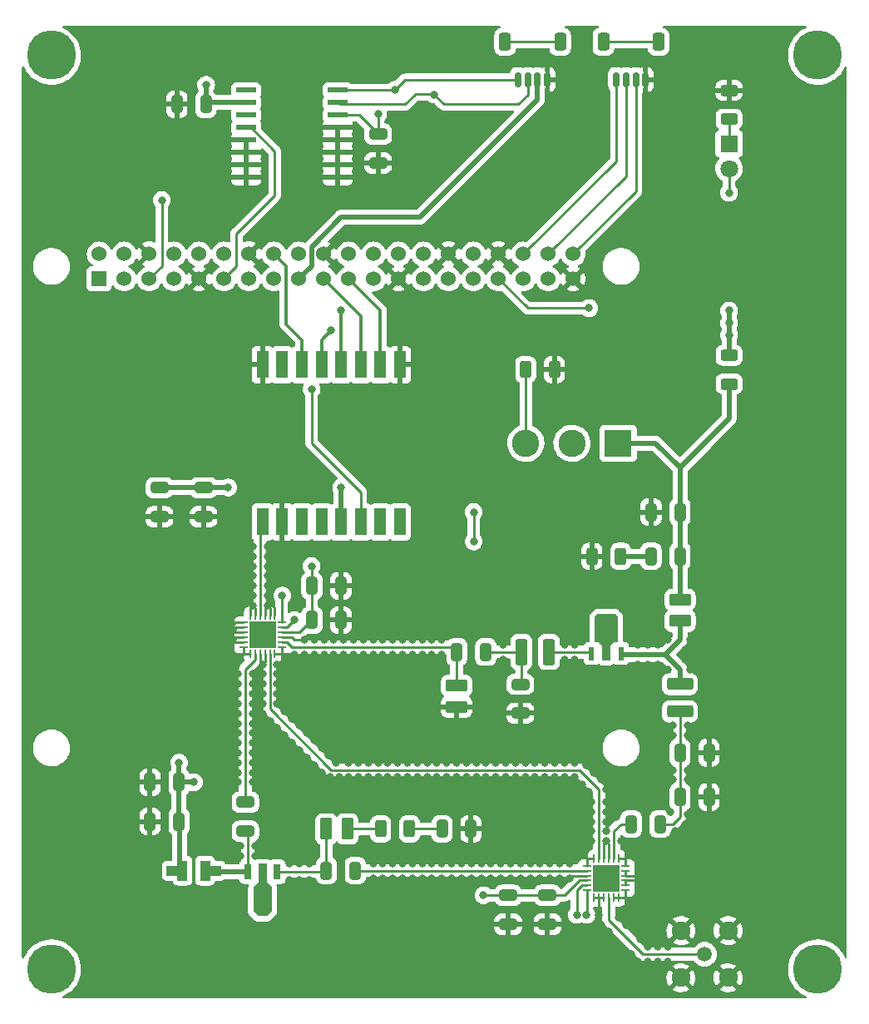
<source format=gtl>
%TF.GenerationSoftware,KiCad,Pcbnew,(6.0.7)*%
%TF.CreationDate,2022-12-07T20:31:12-06:00*%
%TF.ProjectId,Narwal_v1,4e617277-616c-45f7-9631-2e6b69636164,1*%
%TF.SameCoordinates,Original*%
%TF.FileFunction,Copper,L1,Top*%
%TF.FilePolarity,Positive*%
%FSLAX46Y46*%
G04 Gerber Fmt 4.6, Leading zero omitted, Abs format (unit mm)*
G04 Created by KiCad (PCBNEW (6.0.7)) date 2022-12-07 20:31:12*
%MOMM*%
%LPD*%
G01*
G04 APERTURE LIST*
G04 Aperture macros list*
%AMRoundRect*
0 Rectangle with rounded corners*
0 $1 Rounding radius*
0 $2 $3 $4 $5 $6 $7 $8 $9 X,Y pos of 4 corners*
0 Add a 4 corners polygon primitive as box body*
4,1,4,$2,$3,$4,$5,$6,$7,$8,$9,$2,$3,0*
0 Add four circle primitives for the rounded corners*
1,1,$1+$1,$2,$3*
1,1,$1+$1,$4,$5*
1,1,$1+$1,$6,$7*
1,1,$1+$1,$8,$9*
0 Add four rect primitives between the rounded corners*
20,1,$1+$1,$2,$3,$4,$5,0*
20,1,$1+$1,$4,$5,$6,$7,0*
20,1,$1+$1,$6,$7,$8,$9,0*
20,1,$1+$1,$8,$9,$2,$3,0*%
%AMFreePoly0*
4,1,21,0.503536,1.003536,0.505000,1.000000,0.505000,-1.000000,0.503536,-1.003536,0.500000,-1.005000,-0.500000,-1.005000,-0.503536,-1.003536,-0.505000,-1.000000,-0.505000,-0.505000,-1.600000,-0.505000,-1.603536,-0.503536,-1.605000,-0.500000,-1.605000,0.500000,-1.603536,0.503536,-1.600000,0.505000,-0.505000,0.505000,-0.505000,1.000000,-0.503536,1.003536,-0.500000,1.005000,0.500000,1.005000,
0.503536,1.003536,0.503536,1.003536,$1*%
%AMFreePoly1*
4,1,21,0.503536,1.003536,0.505000,1.000000,0.505000,0.505000,1.600000,0.505000,1.603536,0.503536,1.605000,0.500000,1.605000,-0.500000,1.603536,-0.503536,1.600000,-0.505000,0.505000,-0.505000,0.505000,-1.000000,0.503536,-1.003536,0.500000,-1.005000,-0.500000,-1.005000,-0.503536,-1.003536,-0.505000,-1.000000,-0.505000,1.000000,-0.503536,1.003536,-0.500000,1.005000,0.500000,1.005000,
0.503536,1.003536,0.503536,1.003536,$1*%
%AMFreePoly2*
4,1,37,3.720550,1.194255,3.722286,1.193536,3.722291,1.193524,3.722302,1.193519,4.023552,0.889469,4.024254,0.887752,4.025000,0.885950,4.025000,-0.885950,4.024254,-0.887752,4.023552,-0.889469,3.722302,-1.193519,3.722291,-1.193524,3.722286,-1.193536,3.720550,-1.194255,3.718773,-1.195001,3.718760,-1.194996,3.718750,-1.195000,1.200000,-1.195000,1.196464,-1.193536,1.195000,-1.190000,
1.195000,-0.782427,0.806025,-0.395000,-0.675000,-0.395000,-0.678536,-0.393536,-0.680000,-0.390000,-0.680000,0.390000,-0.678536,0.393536,-0.675000,0.395000,0.806025,0.395000,1.195000,0.782427,1.195000,1.190000,1.196464,1.193536,1.200000,1.195000,3.718750,1.195000,3.718760,1.194996,3.718773,1.195001,3.720550,1.194255,3.720550,1.194255,$1*%
%AMFreePoly3*
4,1,11,0.965200,2.159000,0.965200,-0.254000,0.457200,-0.762000,0.457200,-2.667000,-0.457200,-2.667000,-0.457200,-0.762000,-0.965200,-0.254000,-0.965200,2.159000,-0.457200,2.667000,0.457200,2.667000,0.965200,2.159000,0.965200,2.159000,$1*%
G04 Aperture macros list end*
%TA.AperFunction,SMDPad,CuDef*%
%ADD10FreePoly0,0.000000*%
%TD*%
%TA.AperFunction,SMDPad,CuDef*%
%ADD11FreePoly1,0.000000*%
%TD*%
%TA.AperFunction,ComponentPad*%
%ADD12C,1.800000*%
%TD*%
%TA.AperFunction,ComponentPad*%
%ADD13R,1.800000X1.800000*%
%TD*%
%TA.AperFunction,ComponentPad*%
%ADD14C,2.775000*%
%TD*%
%TA.AperFunction,ComponentPad*%
%ADD15R,2.775000X2.775000*%
%TD*%
%TA.AperFunction,SMDPad,CuDef*%
%ADD16RoundRect,0.250000X-0.625000X0.312500X-0.625000X-0.312500X0.625000X-0.312500X0.625000X0.312500X0*%
%TD*%
%TA.AperFunction,SMDPad,CuDef*%
%ADD17RoundRect,0.250000X0.312500X0.625000X-0.312500X0.625000X-0.312500X-0.625000X0.312500X-0.625000X0*%
%TD*%
%TA.AperFunction,ComponentPad*%
%ADD18C,5.000000*%
%TD*%
%TA.AperFunction,SMDPad,CuDef*%
%ADD19RoundRect,0.250000X-0.850000X0.375000X-0.850000X-0.375000X0.850000X-0.375000X0.850000X0.375000X0*%
%TD*%
%TA.AperFunction,SMDPad,CuDef*%
%ADD20RoundRect,0.250000X0.650000X-0.325000X0.650000X0.325000X-0.650000X0.325000X-0.650000X-0.325000X0*%
%TD*%
%TA.AperFunction,SMDPad,CuDef*%
%ADD21RoundRect,0.250000X-0.375000X-1.075000X0.375000X-1.075000X0.375000X1.075000X-0.375000X1.075000X0*%
%TD*%
%TA.AperFunction,SMDPad,CuDef*%
%ADD22R,2.700000X2.700000*%
%TD*%
%TA.AperFunction,SMDPad,CuDef*%
%ADD23R,0.250000X0.850000*%
%TD*%
%TA.AperFunction,SMDPad,CuDef*%
%ADD24R,0.850000X0.250000*%
%TD*%
%TA.AperFunction,SMDPad,CuDef*%
%ADD25RoundRect,0.250000X-0.325000X-0.650000X0.325000X-0.650000X0.325000X0.650000X-0.325000X0.650000X0*%
%TD*%
%TA.AperFunction,SMDPad,CuDef*%
%ADD26RoundRect,0.250000X0.350000X0.650000X-0.350000X0.650000X-0.350000X-0.650000X0.350000X-0.650000X0*%
%TD*%
%TA.AperFunction,SMDPad,CuDef*%
%ADD27RoundRect,0.150000X0.150000X0.625000X-0.150000X0.625000X-0.150000X-0.625000X0.150000X-0.625000X0*%
%TD*%
%TA.AperFunction,ComponentPad*%
%ADD28C,1.524000*%
%TD*%
%TA.AperFunction,ComponentPad*%
%ADD29R,1.524000X1.524000*%
%TD*%
%TA.AperFunction,SMDPad,CuDef*%
%ADD30RoundRect,0.250000X-0.650000X0.325000X-0.650000X-0.325000X0.650000X-0.325000X0.650000X0.325000X0*%
%TD*%
%TA.AperFunction,SMDPad,CuDef*%
%ADD31R,0.610000X1.350000*%
%TD*%
%TA.AperFunction,SMDPad,CuDef*%
%ADD32FreePoly2,90.000000*%
%TD*%
%TA.AperFunction,SMDPad,CuDef*%
%ADD33RoundRect,0.041300X-0.983700X-0.253700X0.983700X-0.253700X0.983700X0.253700X-0.983700X0.253700X0*%
%TD*%
%TA.AperFunction,SMDPad,CuDef*%
%ADD34RoundRect,0.250000X0.325000X0.650000X-0.325000X0.650000X-0.325000X-0.650000X0.325000X-0.650000X0*%
%TD*%
%TA.AperFunction,ComponentPad*%
%ADD35C,1.920000*%
%TD*%
%TA.AperFunction,ComponentPad*%
%ADD36C,1.508000*%
%TD*%
%TA.AperFunction,SMDPad,CuDef*%
%ADD37RoundRect,0.250000X-0.312500X-0.625000X0.312500X-0.625000X0.312500X0.625000X-0.312500X0.625000X0*%
%TD*%
%TA.AperFunction,SMDPad,CuDef*%
%ADD38R,1.200000X2.800000*%
%TD*%
%TA.AperFunction,SMDPad,CuDef*%
%ADD39RoundRect,0.250000X-1.075000X0.375000X-1.075000X-0.375000X1.075000X-0.375000X1.075000X0.375000X0*%
%TD*%
%TA.AperFunction,SMDPad,CuDef*%
%ADD40RoundRect,0.250000X0.625000X-0.312500X0.625000X0.312500X-0.625000X0.312500X-0.625000X-0.312500X0*%
%TD*%
%TA.AperFunction,SMDPad,CuDef*%
%ADD41RoundRect,0.250000X-0.375000X-0.850000X0.375000X-0.850000X0.375000X0.850000X-0.375000X0.850000X0*%
%TD*%
%TA.AperFunction,SMDPad,CuDef*%
%ADD42R,0.711200X1.498600*%
%TD*%
%TA.AperFunction,SMDPad,CuDef*%
%ADD43FreePoly3,180.000000*%
%TD*%
%TA.AperFunction,ViaPad*%
%ADD44C,0.800000*%
%TD*%
%TA.AperFunction,Conductor*%
%ADD45C,0.250000*%
%TD*%
%TA.AperFunction,Conductor*%
%ADD46C,0.500000*%
%TD*%
%TA.AperFunction,Conductor*%
%ADD47C,0.293370*%
%TD*%
%TA.AperFunction,Conductor*%
%ADD48C,0.300000*%
%TD*%
G04 APERTURE END LIST*
D10*
X116850000Y-136500000D03*
D11*
X119150000Y-136500000D03*
D12*
X172500000Y-65040000D03*
D13*
X172500000Y-62500000D03*
D14*
X156500000Y-93000000D03*
D15*
X161200000Y-93000000D03*
D14*
X151800000Y-93000000D03*
D16*
X172500000Y-86962500D03*
X172500000Y-84037500D03*
D17*
X154712500Y-85500000D03*
X151787500Y-85500000D03*
D18*
X103500000Y-146500000D03*
X181500000Y-146500000D03*
X181500000Y-53500000D03*
X103500000Y-53500000D03*
D19*
X144750000Y-119825000D03*
X144750000Y-117675000D03*
D20*
X123250000Y-129525000D03*
X123250000Y-132475000D03*
D17*
X158537500Y-104500000D03*
X161462500Y-104500000D03*
D21*
X154150000Y-114250000D03*
X151350000Y-114250000D03*
D22*
X160000000Y-137250000D03*
D23*
X161250000Y-139200000D03*
X160750000Y-139200000D03*
X160250000Y-139200000D03*
X159750000Y-139200000D03*
X159250000Y-139200000D03*
X158750000Y-139200000D03*
D24*
X158050000Y-138500000D03*
X158050000Y-138000000D03*
X158050000Y-137500000D03*
X158050000Y-137000000D03*
X158050000Y-136500000D03*
X158050000Y-136000000D03*
D23*
X158750000Y-135300000D03*
X159250000Y-135300000D03*
X159750000Y-135300000D03*
X160250000Y-135300000D03*
X160750000Y-135300000D03*
X161250000Y-135300000D03*
D24*
X161950000Y-136000000D03*
X161950000Y-136500000D03*
X161950000Y-137000000D03*
X161950000Y-137500000D03*
X161950000Y-138000000D03*
X161950000Y-138500000D03*
D25*
X170450000Y-124500000D03*
X167500000Y-124500000D03*
D26*
X165300000Y-52125000D03*
X159700000Y-52125000D03*
D27*
X161000000Y-56000000D03*
X162000000Y-56000000D03*
X163000000Y-56000000D03*
X164000000Y-56000000D03*
D19*
X167500000Y-111075000D03*
X167500000Y-108925000D03*
D28*
X156630000Y-73730000D03*
X156630000Y-76270000D03*
X154090000Y-73730000D03*
X154090000Y-76270000D03*
X151550000Y-73730000D03*
X151550000Y-76270000D03*
X149010000Y-73730000D03*
X149010000Y-76270000D03*
X146470000Y-73730000D03*
X146470000Y-76270000D03*
X143930000Y-73730000D03*
X143930000Y-76270000D03*
X141390000Y-73730000D03*
X141390000Y-76270000D03*
X138850000Y-73730000D03*
X138850000Y-76270000D03*
X136310000Y-73730000D03*
X136310000Y-76270000D03*
X133770000Y-73730000D03*
X133770000Y-76270000D03*
X131230000Y-73730000D03*
X131230000Y-76270000D03*
X128690000Y-73730000D03*
X128690000Y-76270000D03*
X126150000Y-73730000D03*
X126150000Y-76270000D03*
X123610000Y-73730000D03*
X123610000Y-76270000D03*
X121070000Y-73730000D03*
X121070000Y-76270000D03*
X118530000Y-73730000D03*
X118530000Y-76270000D03*
X115990000Y-73730000D03*
X115990000Y-76270000D03*
X113450000Y-73730000D03*
X113450000Y-76270000D03*
X110910000Y-73730000D03*
X110910000Y-76270000D03*
X108370000Y-73730000D03*
D29*
X108370000Y-76270000D03*
D30*
X154000000Y-141950000D03*
X154000000Y-139000000D03*
D31*
X161497500Y-114394000D03*
D32*
X160002500Y-114394000D03*
D31*
X158507500Y-114394000D03*
D30*
X150000000Y-141950000D03*
X150000000Y-139000000D03*
D25*
X132975000Y-107500000D03*
X130025000Y-107500000D03*
D20*
X119000000Y-97525000D03*
X119000000Y-100475000D03*
D25*
X132975000Y-111000000D03*
X130025000Y-111000000D03*
X119225000Y-58500000D03*
X116275000Y-58500000D03*
D33*
X132655000Y-57055000D03*
X132655000Y-58325000D03*
X132655000Y-59595000D03*
X132655000Y-60865000D03*
X132655000Y-62135000D03*
X132655000Y-63405000D03*
X132655000Y-64675000D03*
X132655000Y-65945000D03*
X123345000Y-65945000D03*
X123345000Y-64675000D03*
X123345000Y-63405000D03*
X123345000Y-62135000D03*
X123345000Y-60865000D03*
X123345000Y-59595000D03*
X123345000Y-58325000D03*
X123345000Y-57055000D03*
D25*
X146225000Y-132250000D03*
X143275000Y-132250000D03*
X147725000Y-114250000D03*
X144775000Y-114250000D03*
D30*
X136775000Y-64475000D03*
X136775000Y-61525000D03*
D34*
X131500000Y-136500000D03*
X134450000Y-136500000D03*
X113550000Y-127500000D03*
X116500000Y-127500000D03*
X164550000Y-100000000D03*
X167500000Y-100000000D03*
D35*
X172400000Y-142600000D03*
X172400000Y-147400000D03*
X167600000Y-147400000D03*
X167600000Y-142600000D03*
D36*
X170000000Y-145000000D03*
D37*
X139962500Y-132250000D03*
X137037500Y-132250000D03*
D20*
X114500000Y-97525000D03*
X114500000Y-100475000D03*
D38*
X139000000Y-101000000D03*
X137000000Y-101000000D03*
X135000000Y-101000000D03*
X133000000Y-101000000D03*
X131000000Y-101000000D03*
X129000000Y-101000000D03*
X127000000Y-101000000D03*
X125000000Y-101000000D03*
X125000000Y-85000000D03*
X127000000Y-85000000D03*
X129000000Y-85000000D03*
X131000000Y-85000000D03*
X133000000Y-85000000D03*
X135000000Y-85000000D03*
X137000000Y-85000000D03*
X139000000Y-85000000D03*
D39*
X167500000Y-120300000D03*
X167500000Y-117500000D03*
D34*
X162525000Y-131750000D03*
X165475000Y-131750000D03*
D40*
X172500000Y-57075000D03*
X172500000Y-60000000D03*
D41*
X133650000Y-132250000D03*
X131500000Y-132250000D03*
D30*
X151250000Y-120475000D03*
X151250000Y-117525000D03*
D34*
X113550000Y-131500000D03*
X116500000Y-131500000D03*
X164550000Y-104500000D03*
X167500000Y-104500000D03*
D22*
X125000000Y-112500000D03*
D23*
X123750000Y-110550000D03*
X124250000Y-110550000D03*
X124750000Y-110550000D03*
X125250000Y-110550000D03*
X125750000Y-110550000D03*
X126250000Y-110550000D03*
D24*
X126950000Y-111250000D03*
X126950000Y-111750000D03*
X126950000Y-112250000D03*
X126950000Y-112750000D03*
X126950000Y-113250000D03*
X126950000Y-113750000D03*
D23*
X126250000Y-114450000D03*
X125750000Y-114450000D03*
X125250000Y-114450000D03*
X124750000Y-114450000D03*
X124250000Y-114450000D03*
X123750000Y-114450000D03*
D24*
X123050000Y-113750000D03*
X123050000Y-113250000D03*
X123050000Y-112750000D03*
X123050000Y-112250000D03*
X123050000Y-111750000D03*
X123050000Y-111250000D03*
D25*
X170450000Y-129000000D03*
X167500000Y-129000000D03*
D42*
X123501400Y-136595000D03*
D43*
X125000000Y-138500000D03*
D42*
X126498600Y-136595000D03*
D26*
X149700000Y-52125000D03*
X155300000Y-52125000D03*
D27*
X151000000Y-56000000D03*
X152000000Y-56000000D03*
X153000000Y-56000000D03*
X154000000Y-56000000D03*
D44*
X172500000Y-79500000D03*
X172500000Y-80750000D03*
X172500000Y-82000000D03*
X146500000Y-100000000D03*
X146500000Y-103000000D03*
X128250000Y-111000000D03*
X158250000Y-79250000D03*
X157000000Y-141000000D03*
X141250000Y-135750000D03*
X128000000Y-121000000D03*
X125500000Y-104500000D03*
X124000000Y-106500000D03*
X158500000Y-131500000D03*
X160000000Y-137250000D03*
X163500000Y-137250000D03*
X126500000Y-117500000D03*
X159500000Y-127250000D03*
X134250000Y-113000000D03*
X164250000Y-145750000D03*
X140250000Y-137250000D03*
X166250000Y-144250000D03*
X168500000Y-113000000D03*
X130250000Y-125750000D03*
X131250000Y-114500000D03*
X168250000Y-130750000D03*
X122000000Y-113000000D03*
X148000000Y-132250000D03*
X159500000Y-112000000D03*
X148750000Y-127000000D03*
X167000000Y-132500000D03*
X159250000Y-141000000D03*
X124000000Y-109500000D03*
X139250000Y-113000000D03*
X124000000Y-108500000D03*
X154250000Y-137250000D03*
X136750000Y-125500000D03*
X152750000Y-125500000D03*
X137250000Y-113000000D03*
X123000000Y-99750000D03*
X154750000Y-125500000D03*
X155750000Y-115000000D03*
X149500000Y-115000000D03*
X134750000Y-127000000D03*
X165250000Y-145750000D03*
X147750000Y-127000000D03*
X160000000Y-129500000D03*
X166750000Y-126250000D03*
X159500000Y-111000000D03*
X155750000Y-127000000D03*
X122500000Y-119500000D03*
X161250000Y-141250000D03*
X156750000Y-115000000D03*
X124000000Y-125500000D03*
X125000000Y-112500000D03*
X123000000Y-100750000D03*
X150250000Y-135750000D03*
X146250000Y-135750000D03*
X126500000Y-116500000D03*
X147750000Y-125500000D03*
X123000000Y-101750000D03*
X129250000Y-114500000D03*
X168500000Y-116000000D03*
X125000000Y-115500000D03*
X147250000Y-137250000D03*
X138750000Y-127000000D03*
X153750000Y-127000000D03*
X125500000Y-109500000D03*
X142250000Y-135750000D03*
X129250000Y-113000000D03*
X145250000Y-135750000D03*
X127750000Y-135750000D03*
X149500000Y-113500000D03*
X163000000Y-134250000D03*
X128750000Y-137500000D03*
X125500000Y-139250000D03*
X130250000Y-113000000D03*
X141250000Y-113000000D03*
X148750000Y-125500000D03*
X165250000Y-144250000D03*
X127250000Y-120250000D03*
X125750000Y-111750000D03*
X122500000Y-124500000D03*
X121750000Y-128250000D03*
X148250000Y-137250000D03*
X124500000Y-140250000D03*
X144750000Y-127000000D03*
X151750000Y-125500000D03*
X125000000Y-116500000D03*
X124000000Y-116500000D03*
X150750000Y-127000000D03*
X124000000Y-121500000D03*
X128750000Y-135750000D03*
X153750000Y-125500000D03*
X124000000Y-123500000D03*
X161000000Y-131000000D03*
X124000000Y-105500000D03*
X154250000Y-135750000D03*
X153250000Y-135750000D03*
X136250000Y-113000000D03*
X164250000Y-115500000D03*
X148250000Y-135750000D03*
X158750000Y-126500000D03*
X141750000Y-125500000D03*
X166250000Y-116000000D03*
X142250000Y-113000000D03*
X166750000Y-127250000D03*
X122500000Y-126500000D03*
X124000000Y-126500000D03*
X124250000Y-134000000D03*
X149250000Y-137250000D03*
X160250000Y-142750000D03*
X137750000Y-127000000D03*
X128000000Y-123500000D03*
X168000000Y-114000000D03*
X140250000Y-135750000D03*
X142750000Y-125500000D03*
X156750000Y-125500000D03*
X163500000Y-143500000D03*
X136750000Y-127000000D03*
X127250000Y-122750000D03*
X156250000Y-137250000D03*
X163250000Y-145750000D03*
X135250000Y-113000000D03*
X122750000Y-134000000D03*
X168250000Y-122750000D03*
X132250000Y-114500000D03*
X153250000Y-137250000D03*
X156750000Y-113500000D03*
X156250000Y-135750000D03*
X124000000Y-120500000D03*
X163000000Y-140250000D03*
X122500000Y-115000000D03*
X147250000Y-135750000D03*
X151250000Y-137250000D03*
X146250000Y-137250000D03*
X168250000Y-126250000D03*
X122750000Y-135000000D03*
X158000000Y-125750000D03*
X136250000Y-137250000D03*
X141250000Y-137250000D03*
X122500000Y-125500000D03*
X125000000Y-120500000D03*
X140750000Y-125500000D03*
X139250000Y-114500000D03*
X127500000Y-115000000D03*
X143250000Y-114500000D03*
X143250000Y-135750000D03*
X135250000Y-114500000D03*
X145750000Y-125500000D03*
X125000000Y-138250000D03*
X144250000Y-137250000D03*
X137250000Y-114500000D03*
X162500000Y-145000000D03*
X152250000Y-135750000D03*
X158500000Y-129500000D03*
X158250000Y-128500000D03*
X125500000Y-105500000D03*
X163250000Y-115500000D03*
X123000000Y-102750000D03*
X138250000Y-114500000D03*
X160000000Y-128250000D03*
X161500000Y-144750000D03*
X125000000Y-119500000D03*
X125750000Y-113250000D03*
X159250000Y-136500000D03*
X166750000Y-121750000D03*
X140250000Y-114500000D03*
X126500000Y-119500000D03*
X135750000Y-125500000D03*
X125500000Y-108500000D03*
X165250000Y-113500000D03*
X145250000Y-137250000D03*
X132500000Y-125500000D03*
X124000000Y-104500000D03*
X134750000Y-125500000D03*
X125750000Y-121250000D03*
X157500000Y-127750000D03*
X125500000Y-140250000D03*
X131750000Y-124750000D03*
X160000000Y-131500000D03*
X145750000Y-127000000D03*
X142250000Y-114500000D03*
X160500000Y-111000000D03*
X166250000Y-113000000D03*
X168250000Y-121750000D03*
X155750000Y-113500000D03*
X143250000Y-137250000D03*
X126500000Y-118500000D03*
X132825000Y-127000000D03*
X138250000Y-137250000D03*
X155250000Y-137250000D03*
X125500000Y-107500000D03*
X164250000Y-144250000D03*
X124000000Y-124500000D03*
X128250000Y-114500000D03*
X122500000Y-120500000D03*
X151250000Y-135750000D03*
X122500000Y-122500000D03*
X158500000Y-130500000D03*
X124000000Y-107500000D03*
X155750000Y-125500000D03*
X140750000Y-127000000D03*
X124750000Y-128250000D03*
X157000000Y-134250000D03*
X146750000Y-127000000D03*
X134250000Y-114500000D03*
X122500000Y-127500000D03*
X124000000Y-127500000D03*
X137250000Y-135750000D03*
X160000000Y-113000000D03*
X131900000Y-127000000D03*
X130250000Y-114500000D03*
X168000000Y-115000000D03*
X128750000Y-121750000D03*
X131250000Y-113000000D03*
X133750000Y-125500000D03*
X133250000Y-113000000D03*
X142750000Y-127000000D03*
X122500000Y-116500000D03*
X146750000Y-125500000D03*
X122000000Y-112000000D03*
X144250000Y-135750000D03*
X126500000Y-122000000D03*
X137750000Y-125500000D03*
X122500000Y-118500000D03*
X159500000Y-142000000D03*
X136250000Y-114500000D03*
X152250000Y-137250000D03*
X126500000Y-103500000D03*
X126500000Y-115500000D03*
X129750000Y-135750000D03*
X124000000Y-117500000D03*
X129750000Y-137500000D03*
X122500000Y-121500000D03*
X124000000Y-118500000D03*
X165250000Y-115500000D03*
X141750000Y-127000000D03*
X130250000Y-123250000D03*
X149750000Y-127000000D03*
X125500000Y-106500000D03*
X129500000Y-125000000D03*
X158500000Y-132500000D03*
X159250000Y-138000000D03*
X133750000Y-127000000D03*
X122500000Y-123500000D03*
X127750000Y-137500000D03*
X161500000Y-133500000D03*
X151750000Y-127000000D03*
X168000000Y-131750000D03*
X124000000Y-122500000D03*
X139250000Y-135750000D03*
X160750000Y-138000000D03*
X140250000Y-113000000D03*
X160750000Y-136500000D03*
X131000000Y-124000000D03*
X162000000Y-142000000D03*
X164250000Y-113500000D03*
X135750000Y-127000000D03*
X139750000Y-127000000D03*
X163250000Y-113500000D03*
X128750000Y-124250000D03*
X138750000Y-125500000D03*
X143250000Y-113000000D03*
X155250000Y-135750000D03*
X158500000Y-133500000D03*
X139250000Y-137250000D03*
X149250000Y-135750000D03*
X143750000Y-127000000D03*
X124250000Y-113250000D03*
X125000000Y-117500000D03*
X152750000Y-127000000D03*
X166750000Y-122750000D03*
X166500000Y-130500000D03*
X160500000Y-112000000D03*
X166250000Y-145750000D03*
X133250000Y-114500000D03*
X132250000Y-113000000D03*
X124250000Y-111750000D03*
X124000000Y-119500000D03*
X168250000Y-127250000D03*
X149750000Y-125500000D03*
X143750000Y-125500000D03*
X156750000Y-127000000D03*
X124000000Y-103500000D03*
X150750000Y-125500000D03*
X125500000Y-103500000D03*
X154750000Y-127000000D03*
X142250000Y-137250000D03*
X141250000Y-114500000D03*
X136250000Y-135750000D03*
X139750000Y-125500000D03*
X160000000Y-132500000D03*
X125000000Y-118500000D03*
X160000000Y-133500000D03*
X137250000Y-137250000D03*
X144750000Y-125500000D03*
X129500000Y-122500000D03*
X150250000Y-137250000D03*
X138250000Y-113000000D03*
X160000000Y-130500000D03*
X131000000Y-126500000D03*
X124250000Y-135000000D03*
X138250000Y-135750000D03*
X124500000Y-139250000D03*
X122500000Y-117500000D03*
X127000000Y-108500000D03*
X158000000Y-141000000D03*
X133000000Y-97500000D03*
X121500000Y-97500000D03*
X119250000Y-56500000D03*
X116500000Y-125500000D03*
X130000000Y-105500000D03*
X118000000Y-127500000D03*
X172500000Y-67500000D03*
X147500000Y-139000000D03*
X142500000Y-57500000D03*
X138500000Y-57000000D03*
X114750000Y-68250000D03*
X133000000Y-79500000D03*
X132000000Y-81500000D03*
X136775000Y-59500000D03*
X130000000Y-87500000D03*
D45*
X139500000Y-56000000D02*
X138500000Y-57000000D01*
X151000000Y-56000000D02*
X139500000Y-56000000D01*
X132680000Y-57055000D02*
X138445000Y-57055000D01*
X138445000Y-57055000D02*
X138500000Y-57000000D01*
D46*
X172500000Y-82000000D02*
X172500000Y-84037500D01*
X172500000Y-80750000D02*
X172500000Y-82000000D01*
X172500000Y-79500000D02*
X172500000Y-80750000D01*
X172500000Y-90500000D02*
X172500000Y-86962500D01*
X167500000Y-95500000D02*
X172500000Y-90500000D01*
D45*
X151800000Y-85512500D02*
X151800000Y-93000000D01*
D46*
X165000000Y-93000000D02*
X161200000Y-93000000D01*
X167500000Y-95500000D02*
X165000000Y-93000000D01*
X167500000Y-100000000D02*
X167500000Y-95500000D01*
D45*
X127500000Y-111750000D02*
X128250000Y-111000000D01*
X146500000Y-100000000D02*
X146500000Y-103000000D01*
X126950000Y-111750000D02*
X127500000Y-111750000D01*
D47*
X154150000Y-114250000D02*
X158363500Y-114250000D01*
D46*
X166000000Y-114500000D02*
X161603500Y-114500000D01*
X166000000Y-114500000D02*
X167500000Y-113000000D01*
X167500000Y-111075000D02*
X167500000Y-113000000D01*
X161603500Y-114500000D02*
X161497500Y-114394000D01*
X166000000Y-114500000D02*
X167500000Y-116000000D01*
X167500000Y-116000000D02*
X167500000Y-117500000D01*
D45*
X151990000Y-79250000D02*
X149010000Y-76270000D01*
X157000000Y-141000000D02*
X157000000Y-138500000D01*
X157500000Y-138000000D02*
X158050000Y-138000000D01*
X158250000Y-79250000D02*
X151990000Y-79250000D01*
X157000000Y-138500000D02*
X157500000Y-138000000D01*
X156630000Y-73730000D02*
X163000000Y-67360000D01*
X163000000Y-67360000D02*
X163000000Y-56000000D01*
X151550000Y-73730000D02*
X161000000Y-64280000D01*
X161000000Y-64280000D02*
X161000000Y-56000000D01*
X162000000Y-65820000D02*
X162000000Y-56000000D01*
X154090000Y-73730000D02*
X162000000Y-65820000D01*
D47*
X159250000Y-135300000D02*
X159250000Y-128250000D01*
X125750000Y-120000000D02*
X125750000Y-114450000D01*
X157250000Y-126250000D02*
X132000000Y-126250000D01*
X132000000Y-126250000D02*
X125750000Y-120000000D01*
X159250000Y-128250000D02*
X157250000Y-126250000D01*
X123250000Y-116000000D02*
X123250000Y-129525000D01*
X124250000Y-115000000D02*
X123250000Y-116000000D01*
X124250000Y-114450000D02*
X124250000Y-115000000D01*
X128000000Y-113750000D02*
X127500000Y-113250000D01*
X144275000Y-113750000D02*
X144775000Y-114250000D01*
X128000000Y-113750000D02*
X144275000Y-113750000D01*
X127500000Y-113250000D02*
X126950000Y-113250000D01*
X144750000Y-117675000D02*
X144750000Y-114275000D01*
D45*
X160750000Y-139200000D02*
X161250000Y-139200000D01*
X123050000Y-114450000D02*
X122500000Y-115000000D01*
X122250000Y-112750000D02*
X122000000Y-113000000D01*
X125750000Y-110550000D02*
X125750000Y-109750000D01*
X126950000Y-113750000D02*
X126950000Y-114450000D01*
X163250000Y-137500000D02*
X163500000Y-137250000D01*
X158050000Y-135300000D02*
X157000000Y-134250000D01*
X163250000Y-137000000D02*
X163500000Y-137250000D01*
X161250000Y-135300000D02*
X161950000Y-135300000D01*
X122250000Y-111250000D02*
X122000000Y-111500000D01*
X161950000Y-138500000D02*
X161950000Y-139200000D01*
X122250000Y-113250000D02*
X122000000Y-113000000D01*
X128000000Y-112750000D02*
X128250000Y-113000000D01*
X159250000Y-139200000D02*
X159250000Y-141000000D01*
X122250000Y-112250000D02*
X122000000Y-112000000D01*
X158050000Y-137000000D02*
X156500000Y-137000000D01*
X123050000Y-112750000D02*
X122250000Y-112750000D01*
X123050000Y-111750000D02*
X122250000Y-111750000D01*
X161950000Y-135300000D02*
X163000000Y-134250000D01*
X125250000Y-114450000D02*
X125250000Y-115250000D01*
X126950000Y-112750000D02*
X128000000Y-112750000D01*
D47*
X146225000Y-132250000D02*
X148000000Y-132250000D01*
D45*
X161950000Y-137500000D02*
X163250000Y-137500000D01*
X158750000Y-135300000D02*
X158050000Y-135300000D01*
X159750000Y-133750000D02*
X160000000Y-133500000D01*
X161950000Y-136500000D02*
X161950000Y-137000000D01*
X123050000Y-112250000D02*
X122250000Y-112250000D01*
X126250000Y-109750000D02*
X126000000Y-109500000D01*
X161950000Y-139200000D02*
X163000000Y-140250000D01*
X124750000Y-114450000D02*
X124750000Y-115250000D01*
X158050000Y-136000000D02*
X158050000Y-135300000D01*
X159750000Y-139200000D02*
X159250000Y-139200000D01*
X161950000Y-138000000D02*
X161950000Y-137500000D01*
X123750000Y-110550000D02*
X123750000Y-109750000D01*
X123050000Y-113250000D02*
X122250000Y-113250000D01*
X124750000Y-115250000D02*
X125000000Y-115500000D01*
X126250000Y-114450000D02*
X126950000Y-114450000D01*
X161950000Y-137000000D02*
X163250000Y-137000000D01*
X122000000Y-111500000D02*
X122000000Y-112000000D01*
X159750000Y-135300000D02*
X159750000Y-133750000D01*
X160250000Y-133750000D02*
X160000000Y-133500000D01*
X124250000Y-109750000D02*
X124000000Y-109500000D01*
X122250000Y-111750000D02*
X122000000Y-112000000D01*
X126250000Y-110550000D02*
X126250000Y-109750000D01*
X125250000Y-115250000D02*
X125000000Y-115500000D01*
X126950000Y-114450000D02*
X127500000Y-115000000D01*
X125750000Y-109750000D02*
X125500000Y-109500000D01*
X124250000Y-110550000D02*
X124250000Y-109750000D01*
X123050000Y-113750000D02*
X123050000Y-114450000D01*
X123750000Y-114450000D02*
X123050000Y-114450000D01*
X156500000Y-137000000D02*
X156250000Y-137250000D01*
X126000000Y-109500000D02*
X125500000Y-109500000D01*
X128250000Y-113000000D02*
X129250000Y-113000000D01*
X158750000Y-139200000D02*
X159250000Y-139200000D01*
X123750000Y-109750000D02*
X124000000Y-109500000D01*
X160250000Y-135300000D02*
X160250000Y-133750000D01*
X125250000Y-109750000D02*
X125500000Y-109500000D01*
X161250000Y-139200000D02*
X161950000Y-139200000D01*
X125250000Y-110550000D02*
X125250000Y-109750000D01*
X161950000Y-136000000D02*
X161950000Y-135300000D01*
X123050000Y-111250000D02*
X122250000Y-111250000D01*
D47*
X160250000Y-139200000D02*
X160250000Y-141500000D01*
X160250000Y-141500000D02*
X163750000Y-145000000D01*
X163750000Y-145000000D02*
X170000000Y-145000000D01*
D45*
X126950000Y-108550000D02*
X127000000Y-108500000D01*
X126950000Y-111250000D02*
X126950000Y-108550000D01*
X158000000Y-141000000D02*
X158050000Y-140950000D01*
X158050000Y-140950000D02*
X158050000Y-138500000D01*
D47*
X124750000Y-110550000D02*
X124750000Y-101250000D01*
D46*
X119000000Y-97525000D02*
X121475000Y-97525000D01*
X153000000Y-58000000D02*
X153000000Y-56000000D01*
X133000000Y-97500000D02*
X133000000Y-101000000D01*
X141000000Y-70000000D02*
X153000000Y-58000000D01*
X133000000Y-70000000D02*
X141000000Y-70000000D01*
X130000000Y-74960000D02*
X130000000Y-73000000D01*
X119000000Y-97525000D02*
X114500000Y-97525000D01*
X121475000Y-97525000D02*
X121500000Y-97500000D01*
X130000000Y-73000000D02*
X133000000Y-70000000D01*
X128690000Y-76270000D02*
X130000000Y-74960000D01*
X116500000Y-127500000D02*
X116500000Y-131500000D01*
D45*
X155750000Y-139000000D02*
X154000000Y-139000000D01*
X130025000Y-107500000D02*
X130025000Y-105525000D01*
D46*
X116500000Y-127500000D02*
X118000000Y-127500000D01*
D45*
X128775000Y-112250000D02*
X130025000Y-111000000D01*
X126950000Y-112250000D02*
X128775000Y-112250000D01*
X172500000Y-67500000D02*
X172500000Y-65040000D01*
D46*
X119225000Y-58500000D02*
X119225000Y-56525000D01*
D45*
X157250000Y-137500000D02*
X155750000Y-139000000D01*
D46*
X123345000Y-58325000D02*
X119400000Y-58325000D01*
D45*
X154000000Y-139000000D02*
X150000000Y-139000000D01*
D48*
X119225000Y-56525000D02*
X119250000Y-56500000D01*
D45*
X150000000Y-139000000D02*
X147500000Y-139000000D01*
X158050000Y-137500000D02*
X157250000Y-137500000D01*
D48*
X130025000Y-105525000D02*
X130000000Y-105500000D01*
D46*
X116575000Y-131575000D02*
X116575000Y-136500000D01*
X116500000Y-127500000D02*
X116500000Y-125500000D01*
D45*
X130025000Y-107500000D02*
X130025000Y-111000000D01*
X158050000Y-136500000D02*
X134450000Y-136500000D01*
D47*
X160750000Y-132500000D02*
X160750000Y-135300000D01*
X161500000Y-131750000D02*
X160750000Y-132500000D01*
X162525000Y-131750000D02*
X161500000Y-131750000D01*
D45*
X132855000Y-58500000D02*
X139525000Y-58500000D01*
X152000000Y-57500000D02*
X152000000Y-56000000D01*
X132680000Y-58325000D02*
X132855000Y-58500000D01*
X139525000Y-58500000D02*
X140525000Y-57500000D01*
X143500000Y-58500000D02*
X151000000Y-58500000D01*
X142462500Y-57462500D02*
X142500000Y-57500000D01*
X142500000Y-57500000D02*
X143500000Y-58500000D01*
X151000000Y-58500000D02*
X152000000Y-57500000D01*
X140525000Y-57462500D02*
X142462500Y-57462500D01*
X113450000Y-76270000D02*
X114750000Y-74970000D01*
X114750000Y-74970000D02*
X114750000Y-68250000D01*
D48*
X137000000Y-79500000D02*
X137000000Y-85000000D01*
X133770000Y-76270000D02*
X137000000Y-79500000D01*
X131230000Y-76270000D02*
X135000000Y-80040000D01*
X135000000Y-80040000D02*
X135000000Y-85000000D01*
X133000000Y-79500000D02*
X133000000Y-85000000D01*
X132000000Y-81500000D02*
X131000000Y-82500000D01*
X131000000Y-82500000D02*
X131000000Y-85000000D01*
X127377609Y-74957609D02*
X127377609Y-80877609D01*
X126150000Y-73730000D02*
X127377609Y-74957609D01*
X129000000Y-82500000D02*
X129000000Y-85000000D01*
X127377609Y-80877609D02*
X129000000Y-82500000D01*
D45*
X134845000Y-59595000D02*
X136775000Y-61525000D01*
X136775000Y-61525000D02*
X136775000Y-59500000D01*
X132680000Y-59595000D02*
X134845000Y-59595000D01*
D47*
X126498600Y-136595000D02*
X131405000Y-136595000D01*
X131500000Y-136500000D02*
X131500000Y-132250000D01*
X123501400Y-136595000D02*
X123501400Y-132726400D01*
D46*
X123501400Y-136595000D02*
X120080000Y-136595000D01*
D45*
X130000000Y-93000000D02*
X135000000Y-98000000D01*
X135000000Y-98000000D02*
X135000000Y-101000000D01*
X130000000Y-87500000D02*
X130000000Y-93000000D01*
X122332964Y-75007036D02*
X122332964Y-71667036D01*
X126250000Y-63284574D02*
X123830426Y-60865000D01*
X126250000Y-67750000D02*
X126250000Y-63284574D01*
X121070000Y-76270000D02*
X122332964Y-75007036D01*
X122332964Y-71667036D02*
X126250000Y-67750000D01*
X151350000Y-114250000D02*
X151350000Y-117425000D01*
X147725000Y-114250000D02*
X151350000Y-114250000D01*
D47*
X139962500Y-132250000D02*
X143275000Y-132250000D01*
D46*
X164550000Y-104500000D02*
X161462500Y-104500000D01*
D47*
X167500000Y-124500000D02*
X167500000Y-129000000D01*
X167500000Y-131000000D02*
X166750000Y-131750000D01*
X167500000Y-120300000D02*
X167500000Y-124500000D01*
X167500000Y-129000000D02*
X167500000Y-131000000D01*
X166750000Y-131750000D02*
X165475000Y-131750000D01*
D45*
X172500000Y-62500000D02*
X172500000Y-60000000D01*
D47*
X133650000Y-132250000D02*
X137037500Y-132250000D01*
D46*
X167500000Y-104500000D02*
X167500000Y-108925000D01*
X167500000Y-104500000D02*
X167500000Y-100000000D01*
D45*
X149700000Y-52125000D02*
X155300000Y-52125000D01*
X159700000Y-52125000D02*
X165300000Y-52125000D01*
%TA.AperFunction,Conductor*%
G36*
X149191759Y-50520502D02*
G01*
X149238252Y-50574158D01*
X149248356Y-50644432D01*
X149218862Y-50709012D01*
X149163514Y-50746024D01*
X149029471Y-50790744D01*
X148880655Y-50882834D01*
X148757016Y-51006689D01*
X148665186Y-51155666D01*
X148662881Y-51162614D01*
X148662881Y-51162615D01*
X148627596Y-51268995D01*
X148610090Y-51321772D01*
X148599500Y-51425134D01*
X148599500Y-52824866D01*
X148599837Y-52828112D01*
X148599837Y-52828116D01*
X148609515Y-52921383D01*
X148610359Y-52929519D01*
X148665744Y-53095529D01*
X148757834Y-53244345D01*
X148881689Y-53367984D01*
X149030666Y-53459814D01*
X149037614Y-53462119D01*
X149037615Y-53462119D01*
X149190241Y-53512744D01*
X149190243Y-53512745D01*
X149196772Y-53514910D01*
X149300134Y-53525500D01*
X150099866Y-53525500D01*
X150103112Y-53525163D01*
X150103116Y-53525163D01*
X150197661Y-53515353D01*
X150197665Y-53515352D01*
X150204519Y-53514641D01*
X150211055Y-53512460D01*
X150211057Y-53512460D01*
X150363581Y-53461574D01*
X150370529Y-53459256D01*
X150519345Y-53367166D01*
X150642984Y-53243311D01*
X150734814Y-53094334D01*
X150737119Y-53087385D01*
X150787744Y-52934759D01*
X150787745Y-52934757D01*
X150789910Y-52928228D01*
X150796526Y-52863657D01*
X150823368Y-52797930D01*
X150881483Y-52757148D01*
X150921870Y-52750500D01*
X154078181Y-52750500D01*
X154146302Y-52770502D01*
X154192795Y-52824158D01*
X154203508Y-52863495D01*
X154210359Y-52929519D01*
X154265744Y-53095529D01*
X154357834Y-53244345D01*
X154481689Y-53367984D01*
X154630666Y-53459814D01*
X154637614Y-53462119D01*
X154637615Y-53462119D01*
X154790241Y-53512744D01*
X154790243Y-53512745D01*
X154796772Y-53514910D01*
X154900134Y-53525500D01*
X155699866Y-53525500D01*
X155703112Y-53525163D01*
X155703116Y-53525163D01*
X155797661Y-53515353D01*
X155797665Y-53515352D01*
X155804519Y-53514641D01*
X155811055Y-53512460D01*
X155811057Y-53512460D01*
X155963581Y-53461574D01*
X155970529Y-53459256D01*
X156119345Y-53367166D01*
X156242984Y-53243311D01*
X156334814Y-53094334D01*
X156337119Y-53087385D01*
X156387744Y-52934759D01*
X156387745Y-52934757D01*
X156389910Y-52928228D01*
X156400500Y-52824866D01*
X156400500Y-51425134D01*
X156390700Y-51330688D01*
X156390353Y-51327339D01*
X156390352Y-51327335D01*
X156389641Y-51320481D01*
X156334256Y-51154471D01*
X156242166Y-51005655D01*
X156118311Y-50882016D01*
X155969334Y-50790186D01*
X155836400Y-50746093D01*
X155778040Y-50705662D01*
X155750804Y-50640098D01*
X155763338Y-50570216D01*
X155811663Y-50518204D01*
X155876068Y-50500500D01*
X159123638Y-50500500D01*
X159191759Y-50520502D01*
X159238252Y-50574158D01*
X159248356Y-50644432D01*
X159218862Y-50709012D01*
X159163514Y-50746024D01*
X159029471Y-50790744D01*
X158880655Y-50882834D01*
X158757016Y-51006689D01*
X158665186Y-51155666D01*
X158662881Y-51162614D01*
X158662881Y-51162615D01*
X158627596Y-51268995D01*
X158610090Y-51321772D01*
X158599500Y-51425134D01*
X158599500Y-52824866D01*
X158599837Y-52828112D01*
X158599837Y-52828116D01*
X158609515Y-52921383D01*
X158610359Y-52929519D01*
X158665744Y-53095529D01*
X158757834Y-53244345D01*
X158881689Y-53367984D01*
X159030666Y-53459814D01*
X159037614Y-53462119D01*
X159037615Y-53462119D01*
X159190241Y-53512744D01*
X159190243Y-53512745D01*
X159196772Y-53514910D01*
X159300134Y-53525500D01*
X160099866Y-53525500D01*
X160103112Y-53525163D01*
X160103116Y-53525163D01*
X160197661Y-53515353D01*
X160197665Y-53515352D01*
X160204519Y-53514641D01*
X160211055Y-53512460D01*
X160211057Y-53512460D01*
X160363581Y-53461574D01*
X160370529Y-53459256D01*
X160519345Y-53367166D01*
X160642984Y-53243311D01*
X160734814Y-53094334D01*
X160737119Y-53087385D01*
X160787744Y-52934759D01*
X160787745Y-52934757D01*
X160789910Y-52928228D01*
X160796526Y-52863657D01*
X160823368Y-52797930D01*
X160881483Y-52757148D01*
X160921870Y-52750500D01*
X164078181Y-52750500D01*
X164146302Y-52770502D01*
X164192795Y-52824158D01*
X164203508Y-52863495D01*
X164210359Y-52929519D01*
X164265744Y-53095529D01*
X164357834Y-53244345D01*
X164481689Y-53367984D01*
X164630666Y-53459814D01*
X164637614Y-53462119D01*
X164637615Y-53462119D01*
X164790241Y-53512744D01*
X164790243Y-53512745D01*
X164796772Y-53514910D01*
X164900134Y-53525500D01*
X165699866Y-53525500D01*
X165703112Y-53525163D01*
X165703116Y-53525163D01*
X165797661Y-53515353D01*
X165797665Y-53515352D01*
X165804519Y-53514641D01*
X165811055Y-53512460D01*
X165811057Y-53512460D01*
X165963581Y-53461574D01*
X165970529Y-53459256D01*
X166119345Y-53367166D01*
X166242984Y-53243311D01*
X166334814Y-53094334D01*
X166337119Y-53087385D01*
X166387744Y-52934759D01*
X166387745Y-52934757D01*
X166389910Y-52928228D01*
X166400500Y-52824866D01*
X166400500Y-51425134D01*
X166390700Y-51330688D01*
X166390353Y-51327339D01*
X166390352Y-51327335D01*
X166389641Y-51320481D01*
X166334256Y-51154471D01*
X166242166Y-51005655D01*
X166118311Y-50882016D01*
X165969334Y-50790186D01*
X165836400Y-50746093D01*
X165778040Y-50705662D01*
X165750804Y-50640098D01*
X165763338Y-50570216D01*
X165811663Y-50518204D01*
X165876068Y-50500500D01*
X180261883Y-50500500D01*
X180330004Y-50520502D01*
X180376497Y-50574158D01*
X180386601Y-50644432D01*
X180357107Y-50709012D01*
X180316128Y-50740226D01*
X180052048Y-50866186D01*
X180048969Y-50868117D01*
X180048968Y-50868118D01*
X180026813Y-50882016D01*
X179758921Y-51050064D01*
X179756087Y-51052334D01*
X179756082Y-51052338D01*
X179636377Y-51148240D01*
X179488871Y-51266415D01*
X179422640Y-51333343D01*
X179278008Y-51479498D01*
X179245477Y-51512371D01*
X179031966Y-51784672D01*
X178851168Y-52079709D01*
X178849641Y-52082999D01*
X178849636Y-52083008D01*
X178810672Y-52166949D01*
X178705478Y-52393570D01*
X178596828Y-52722097D01*
X178596092Y-52725652D01*
X178596091Y-52725655D01*
X178567546Y-52863495D01*
X178526658Y-53060935D01*
X178495898Y-53405592D01*
X178495993Y-53409222D01*
X178495993Y-53409223D01*
X178498761Y-53514910D01*
X178504956Y-53751501D01*
X178553712Y-54094076D01*
X178641519Y-54428777D01*
X178767214Y-54751167D01*
X178781046Y-54777291D01*
X178885898Y-54975322D01*
X178929130Y-55056974D01*
X178931180Y-55059957D01*
X178931182Y-55059960D01*
X179123065Y-55339152D01*
X179123071Y-55339159D01*
X179125122Y-55342144D01*
X179352592Y-55602898D01*
X179608524Y-55835778D01*
X179889527Y-56037699D01*
X180191876Y-56205985D01*
X180511563Y-56338403D01*
X180515057Y-56339398D01*
X180515059Y-56339399D01*
X180840851Y-56432204D01*
X180840856Y-56432205D01*
X180844352Y-56433201D01*
X181080034Y-56471795D01*
X181182251Y-56488534D01*
X181182255Y-56488534D01*
X181185831Y-56489120D01*
X181189457Y-56489291D01*
X181527847Y-56505249D01*
X181527848Y-56505249D01*
X181531474Y-56505420D01*
X181542346Y-56504679D01*
X181873069Y-56482133D01*
X181873077Y-56482132D01*
X181876700Y-56481885D01*
X181880276Y-56481222D01*
X181880278Y-56481222D01*
X182213368Y-56419488D01*
X182213372Y-56419487D01*
X182216933Y-56418827D01*
X182547663Y-56317081D01*
X182864507Y-56177996D01*
X183130408Y-56022616D01*
X183160125Y-56005251D01*
X183160127Y-56005250D01*
X183163265Y-56003416D01*
X183203103Y-55973505D01*
X183437071Y-55797837D01*
X183437075Y-55797834D01*
X183439978Y-55795654D01*
X183690977Y-55557465D01*
X183912936Y-55292005D01*
X183914924Y-55288979D01*
X184100926Y-55005818D01*
X184100931Y-55005809D01*
X184102913Y-55002792D01*
X184258382Y-54693679D01*
X184258390Y-54693662D01*
X184258424Y-54693679D01*
X184303275Y-54639779D01*
X184370982Y-54618420D01*
X184439489Y-54637057D01*
X184487045Y-54689773D01*
X184499500Y-54744395D01*
X184499500Y-145267655D01*
X184479498Y-145335776D01*
X184425842Y-145382269D01*
X184355568Y-145392373D01*
X184290988Y-145362879D01*
X184257603Y-145317090D01*
X184193566Y-145166958D01*
X184193562Y-145166949D01*
X184192138Y-145163611D01*
X184020696Y-144863041D01*
X183961030Y-144781815D01*
X183817986Y-144587086D01*
X183815843Y-144584168D01*
X183580295Y-144330688D01*
X183317174Y-144105962D01*
X183029967Y-143912967D01*
X182722482Y-143754261D01*
X182398793Y-143631950D01*
X182063190Y-143547652D01*
X181918981Y-143528667D01*
X181723728Y-143502961D01*
X181723720Y-143502960D01*
X181720124Y-143502487D01*
X181568991Y-143500112D01*
X181377780Y-143497108D01*
X181377776Y-143497108D01*
X181374139Y-143497051D01*
X181370524Y-143497412D01*
X181370520Y-143497412D01*
X181202646Y-143514169D01*
X181029823Y-143531419D01*
X181026286Y-143532190D01*
X181026281Y-143532191D01*
X180695283Y-143604360D01*
X180695278Y-143604361D01*
X180691739Y-143605133D01*
X180364367Y-143717217D01*
X180052048Y-143866186D01*
X179758921Y-144050064D01*
X179756087Y-144052334D01*
X179756082Y-144052338D01*
X179588439Y-144186646D01*
X179488871Y-144266415D01*
X179245477Y-144512371D01*
X179243236Y-144515229D01*
X179034590Y-144781326D01*
X179031966Y-144784672D01*
X178851168Y-145079709D01*
X178849641Y-145082999D01*
X178849636Y-145083008D01*
X178765412Y-145264453D01*
X178705478Y-145393570D01*
X178704338Y-145397017D01*
X178603834Y-145700914D01*
X178596828Y-145722097D01*
X178596092Y-145725652D01*
X178596091Y-145725655D01*
X178527393Y-146057385D01*
X178526658Y-146060935D01*
X178495898Y-146405592D01*
X178495993Y-146409222D01*
X178495993Y-146409223D01*
X178500500Y-146581334D01*
X178504956Y-146751501D01*
X178553712Y-147094076D01*
X178641519Y-147428777D01*
X178767214Y-147751167D01*
X178768911Y-147754372D01*
X178870850Y-147946901D01*
X178929130Y-148056974D01*
X178931180Y-148059957D01*
X178931182Y-148059960D01*
X179123065Y-148339152D01*
X179123071Y-148339159D01*
X179125122Y-148342144D01*
X179352592Y-148602898D01*
X179608524Y-148835778D01*
X179611472Y-148837896D01*
X179611474Y-148837898D01*
X179644509Y-148861636D01*
X179889527Y-149037699D01*
X180191876Y-149205985D01*
X180195225Y-149207372D01*
X180315257Y-149257091D01*
X180370538Y-149301639D01*
X180392959Y-149369003D01*
X180375401Y-149437794D01*
X180323439Y-149486172D01*
X180267039Y-149499500D01*
X104732609Y-149499500D01*
X104664488Y-149479498D01*
X104617995Y-149425842D01*
X104607891Y-149355568D01*
X104637385Y-149290988D01*
X104681962Y-149258128D01*
X104864507Y-149177996D01*
X105163265Y-149003416D01*
X105166174Y-149001232D01*
X105437071Y-148797837D01*
X105437075Y-148797834D01*
X105439978Y-148795654D01*
X105639860Y-148605973D01*
X166759273Y-148605973D01*
X166763032Y-148611269D01*
X166959066Y-148725822D01*
X166968349Y-148730269D01*
X167184206Y-148812697D01*
X167194108Y-148815574D01*
X167420511Y-148861636D01*
X167430764Y-148862859D01*
X167661657Y-148871326D01*
X167671943Y-148870859D01*
X167901132Y-148841499D01*
X167911210Y-148839357D01*
X168132522Y-148772960D01*
X168142120Y-148769199D01*
X168349617Y-148667547D01*
X168358462Y-148662274D01*
X168428115Y-148612591D01*
X168433311Y-148605973D01*
X171559273Y-148605973D01*
X171563032Y-148611269D01*
X171759066Y-148725822D01*
X171768349Y-148730269D01*
X171984206Y-148812697D01*
X171994108Y-148815574D01*
X172220511Y-148861636D01*
X172230764Y-148862859D01*
X172461657Y-148871326D01*
X172471943Y-148870859D01*
X172701132Y-148841499D01*
X172711210Y-148839357D01*
X172932522Y-148772960D01*
X172942120Y-148769199D01*
X173149617Y-148667547D01*
X173158462Y-148662274D01*
X173228115Y-148612591D01*
X173236516Y-148601891D01*
X173229528Y-148588738D01*
X172412812Y-147772022D01*
X172398868Y-147764408D01*
X172397035Y-147764539D01*
X172390420Y-147768790D01*
X171566534Y-148592676D01*
X171559273Y-148605973D01*
X168433311Y-148605973D01*
X168436516Y-148601891D01*
X168429528Y-148588738D01*
X167612812Y-147772022D01*
X167598868Y-147764408D01*
X167597035Y-147764539D01*
X167590420Y-147768790D01*
X166766534Y-148592676D01*
X166759273Y-148605973D01*
X105639860Y-148605973D01*
X105690977Y-148557465D01*
X105912936Y-148292005D01*
X105914924Y-148288979D01*
X106100926Y-148005818D01*
X106100931Y-148005809D01*
X106102913Y-148002792D01*
X106218979Y-147772022D01*
X106256763Y-147696898D01*
X106256766Y-147696890D01*
X106258390Y-147693662D01*
X106278108Y-147639779D01*
X106376057Y-147372122D01*
X106376060Y-147372112D01*
X106377138Y-147369167D01*
X166127706Y-147369167D01*
X166141006Y-147599838D01*
X166142442Y-147610058D01*
X166193238Y-147835454D01*
X166196317Y-147845282D01*
X166283249Y-148059370D01*
X166287892Y-148068561D01*
X166386464Y-148229416D01*
X166396921Y-148238876D01*
X166405697Y-148235093D01*
X167227978Y-147412812D01*
X167234356Y-147401132D01*
X167964408Y-147401132D01*
X167964539Y-147402965D01*
X167968790Y-147409580D01*
X168789296Y-148230086D01*
X168801306Y-148236645D01*
X168813046Y-148227677D01*
X168859616Y-148162867D01*
X168864927Y-148154028D01*
X168967296Y-147946901D01*
X168971094Y-147937308D01*
X169038262Y-147716232D01*
X169040439Y-147706162D01*
X169070835Y-147475279D01*
X169071354Y-147468604D01*
X169072949Y-147403364D01*
X169072755Y-147396647D01*
X169070496Y-147369167D01*
X170927706Y-147369167D01*
X170941006Y-147599838D01*
X170942442Y-147610058D01*
X170993238Y-147835454D01*
X170996317Y-147845282D01*
X171083249Y-148059370D01*
X171087892Y-148068561D01*
X171186464Y-148229416D01*
X171196921Y-148238876D01*
X171205697Y-148235093D01*
X172027978Y-147412812D01*
X172034356Y-147401132D01*
X172764408Y-147401132D01*
X172764539Y-147402965D01*
X172768790Y-147409580D01*
X173589296Y-148230086D01*
X173601306Y-148236645D01*
X173613046Y-148227677D01*
X173659616Y-148162867D01*
X173664927Y-148154028D01*
X173767296Y-147946901D01*
X173771094Y-147937308D01*
X173838262Y-147716232D01*
X173840439Y-147706162D01*
X173870835Y-147475279D01*
X173871354Y-147468604D01*
X173872949Y-147403364D01*
X173872755Y-147396647D01*
X173853675Y-147164567D01*
X173851992Y-147154405D01*
X173795703Y-146930306D01*
X173792382Y-146920551D01*
X173700252Y-146708667D01*
X173695374Y-146699570D01*
X173612616Y-146571645D01*
X173601930Y-146562442D01*
X173592365Y-146566845D01*
X172772022Y-147387188D01*
X172764408Y-147401132D01*
X172034356Y-147401132D01*
X172035592Y-147398868D01*
X172035461Y-147397035D01*
X172031210Y-147390420D01*
X171210687Y-146569897D01*
X171199151Y-146563597D01*
X171186868Y-146573221D01*
X171122126Y-146668129D01*
X171117028Y-146677103D01*
X171019750Y-146886670D01*
X171016187Y-146896357D01*
X170954442Y-147118999D01*
X170952511Y-147129118D01*
X170927958Y-147358878D01*
X170927706Y-147369167D01*
X169070496Y-147369167D01*
X169053675Y-147164567D01*
X169051992Y-147154405D01*
X168995703Y-146930306D01*
X168992382Y-146920551D01*
X168900252Y-146708667D01*
X168895374Y-146699570D01*
X168812616Y-146571645D01*
X168801930Y-146562442D01*
X168792365Y-146566845D01*
X167972022Y-147387188D01*
X167964408Y-147401132D01*
X167234356Y-147401132D01*
X167235592Y-147398868D01*
X167235461Y-147397035D01*
X167231210Y-147390420D01*
X166410687Y-146569897D01*
X166399151Y-146563597D01*
X166386868Y-146573221D01*
X166322126Y-146668129D01*
X166317028Y-146677103D01*
X166219750Y-146886670D01*
X166216187Y-146896357D01*
X166154442Y-147118999D01*
X166152511Y-147129118D01*
X166127958Y-147358878D01*
X166127706Y-147369167D01*
X106377138Y-147369167D01*
X106377305Y-147368710D01*
X106378150Y-147365188D01*
X106378153Y-147365180D01*
X106457237Y-147035772D01*
X106457238Y-147035768D01*
X106458084Y-147032243D01*
X106475700Y-146886670D01*
X106499318Y-146691501D01*
X106499318Y-146691495D01*
X106499654Y-146688722D01*
X106505585Y-146500000D01*
X106500351Y-146409223D01*
X106488164Y-146197857D01*
X166762652Y-146197857D01*
X166769397Y-146210187D01*
X167587188Y-147027978D01*
X167601132Y-147035592D01*
X167602965Y-147035461D01*
X167609580Y-147031210D01*
X168431710Y-146209080D01*
X168438731Y-146196223D01*
X168430959Y-146185556D01*
X168419218Y-146176283D01*
X168410637Y-146170583D01*
X168208355Y-146058918D01*
X168198956Y-146054693D01*
X167981155Y-145977565D01*
X167971184Y-145974931D01*
X167743713Y-145934412D01*
X167733461Y-145933443D01*
X167502417Y-145930620D01*
X167492133Y-145931340D01*
X167263741Y-145966289D01*
X167253713Y-145968678D01*
X167034096Y-146040460D01*
X167024586Y-146044457D01*
X166819646Y-146151142D01*
X166810921Y-146156636D01*
X166771106Y-146186530D01*
X166762652Y-146197857D01*
X106488164Y-146197857D01*
X106485875Y-146158167D01*
X106485874Y-146158162D01*
X106485666Y-146154547D01*
X106473951Y-146087422D01*
X106426798Y-145817245D01*
X106426796Y-145817238D01*
X106426174Y-145813672D01*
X106424926Y-145809457D01*
X106376858Y-145647185D01*
X106327897Y-145481894D01*
X106289713Y-145392373D01*
X106193562Y-145166949D01*
X106193560Y-145166946D01*
X106192138Y-145163611D01*
X106020696Y-144863041D01*
X105961030Y-144781815D01*
X105817986Y-144587086D01*
X105815843Y-144584168D01*
X105580295Y-144330688D01*
X105317174Y-144105962D01*
X105029967Y-143912967D01*
X104722482Y-143754261D01*
X104398793Y-143631950D01*
X104063190Y-143547652D01*
X103918981Y-143528667D01*
X103723728Y-143502961D01*
X103723720Y-143502960D01*
X103720124Y-143502487D01*
X103568991Y-143500112D01*
X103377780Y-143497108D01*
X103377776Y-143497108D01*
X103374139Y-143497051D01*
X103370524Y-143497412D01*
X103370520Y-143497412D01*
X103202646Y-143514169D01*
X103029823Y-143531419D01*
X103026286Y-143532190D01*
X103026281Y-143532191D01*
X102695283Y-143604360D01*
X102695278Y-143604361D01*
X102691739Y-143605133D01*
X102364367Y-143717217D01*
X102052048Y-143866186D01*
X101758921Y-144050064D01*
X101756087Y-144052334D01*
X101756082Y-144052338D01*
X101588439Y-144186646D01*
X101488871Y-144266415D01*
X101245477Y-144512371D01*
X101243236Y-144515229D01*
X101034590Y-144781326D01*
X101031966Y-144784672D01*
X100851168Y-145079709D01*
X100740785Y-145317507D01*
X100693963Y-145370870D01*
X100625720Y-145390451D01*
X100557725Y-145370027D01*
X100511565Y-145316085D01*
X100500500Y-145264453D01*
X100500500Y-142322095D01*
X148592001Y-142322095D01*
X148592338Y-142328614D01*
X148602257Y-142424206D01*
X148605149Y-142437600D01*
X148656588Y-142591784D01*
X148662761Y-142604962D01*
X148748063Y-142742807D01*
X148757099Y-142754208D01*
X148871829Y-142868739D01*
X148883240Y-142877751D01*
X149021243Y-142962816D01*
X149034424Y-142968963D01*
X149188710Y-143020138D01*
X149202086Y-143023005D01*
X149296438Y-143032672D01*
X149302854Y-143033000D01*
X149727885Y-143033000D01*
X149743124Y-143028525D01*
X149744329Y-143027135D01*
X149746000Y-143019452D01*
X149746000Y-143014884D01*
X150254000Y-143014884D01*
X150258475Y-143030123D01*
X150259865Y-143031328D01*
X150267548Y-143032999D01*
X150697095Y-143032999D01*
X150703614Y-143032662D01*
X150799206Y-143022743D01*
X150812600Y-143019851D01*
X150966784Y-142968412D01*
X150979962Y-142962239D01*
X151117807Y-142876937D01*
X151129208Y-142867901D01*
X151243739Y-142753171D01*
X151252751Y-142741760D01*
X151337816Y-142603757D01*
X151343963Y-142590576D01*
X151395138Y-142436290D01*
X151398005Y-142422914D01*
X151407672Y-142328562D01*
X151408000Y-142322146D01*
X151408000Y-142322095D01*
X152592001Y-142322095D01*
X152592338Y-142328614D01*
X152602257Y-142424206D01*
X152605149Y-142437600D01*
X152656588Y-142591784D01*
X152662761Y-142604962D01*
X152748063Y-142742807D01*
X152757099Y-142754208D01*
X152871829Y-142868739D01*
X152883240Y-142877751D01*
X153021243Y-142962816D01*
X153034424Y-142968963D01*
X153188710Y-143020138D01*
X153202086Y-143023005D01*
X153296438Y-143032672D01*
X153302854Y-143033000D01*
X153727885Y-143033000D01*
X153743124Y-143028525D01*
X153744329Y-143027135D01*
X153746000Y-143019452D01*
X153746000Y-143014884D01*
X154254000Y-143014884D01*
X154258475Y-143030123D01*
X154259865Y-143031328D01*
X154267548Y-143032999D01*
X154697095Y-143032999D01*
X154703614Y-143032662D01*
X154799206Y-143022743D01*
X154812600Y-143019851D01*
X154966784Y-142968412D01*
X154979962Y-142962239D01*
X155117807Y-142876937D01*
X155129208Y-142867901D01*
X155243739Y-142753171D01*
X155252751Y-142741760D01*
X155337816Y-142603757D01*
X155343963Y-142590576D01*
X155395138Y-142436290D01*
X155398005Y-142422914D01*
X155407672Y-142328562D01*
X155408000Y-142322146D01*
X155408000Y-142222115D01*
X155403525Y-142206876D01*
X155402135Y-142205671D01*
X155394452Y-142204000D01*
X154272115Y-142204000D01*
X154256876Y-142208475D01*
X154255671Y-142209865D01*
X154254000Y-142217548D01*
X154254000Y-143014884D01*
X153746000Y-143014884D01*
X153746000Y-142222115D01*
X153741525Y-142206876D01*
X153740135Y-142205671D01*
X153732452Y-142204000D01*
X152610116Y-142204000D01*
X152594877Y-142208475D01*
X152593672Y-142209865D01*
X152592001Y-142217548D01*
X152592001Y-142322095D01*
X151408000Y-142322095D01*
X151408000Y-142222115D01*
X151403525Y-142206876D01*
X151402135Y-142205671D01*
X151394452Y-142204000D01*
X150272115Y-142204000D01*
X150256876Y-142208475D01*
X150255671Y-142209865D01*
X150254000Y-142217548D01*
X150254000Y-143014884D01*
X149746000Y-143014884D01*
X149746000Y-142222115D01*
X149741525Y-142206876D01*
X149740135Y-142205671D01*
X149732452Y-142204000D01*
X148610116Y-142204000D01*
X148594877Y-142208475D01*
X148593672Y-142209865D01*
X148592001Y-142217548D01*
X148592001Y-142322095D01*
X100500500Y-142322095D01*
X100500500Y-136999005D01*
X114739353Y-136999005D01*
X114740934Y-136999005D01*
X114743165Y-137016775D01*
X114741832Y-137053990D01*
X114777407Y-137193446D01*
X114777819Y-137194441D01*
X114777840Y-137194490D01*
X114779013Y-137197322D01*
X114780621Y-137200267D01*
X114780624Y-137200273D01*
X114827059Y-137285309D01*
X114830837Y-137292227D01*
X114836209Y-137297996D01*
X114836210Y-137297998D01*
X114852826Y-137315843D01*
X114928912Y-137397559D01*
X114936664Y-137402158D01*
X115048825Y-137468699D01*
X115048831Y-137468702D01*
X115052691Y-137470992D01*
X115056518Y-137472577D01*
X115160160Y-137503014D01*
X115231858Y-137505583D01*
X115250995Y-137507988D01*
X115250995Y-137510647D01*
X115732883Y-137510647D01*
X115801004Y-137530649D01*
X115847497Y-137584305D01*
X115854973Y-137605502D01*
X115877407Y-137693446D01*
X115877819Y-137694441D01*
X115877840Y-137694490D01*
X115879013Y-137697322D01*
X115880621Y-137700267D01*
X115880624Y-137700273D01*
X115915714Y-137764533D01*
X115930837Y-137792227D01*
X115936209Y-137797996D01*
X115936210Y-137797998D01*
X115969970Y-137834256D01*
X116028912Y-137897559D01*
X116036664Y-137902158D01*
X116148825Y-137968699D01*
X116148831Y-137968702D01*
X116152691Y-137970992D01*
X116156518Y-137972577D01*
X116260160Y-138003014D01*
X116331858Y-138005583D01*
X116350995Y-138007988D01*
X116350995Y-138010647D01*
X117349005Y-138010647D01*
X117349005Y-138009063D01*
X117366774Y-138006832D01*
X117404029Y-138008164D01*
X117543482Y-137972577D01*
X117547309Y-137970992D01*
X117550257Y-137969382D01*
X117550264Y-137969379D01*
X117609094Y-137937256D01*
X117642216Y-137919171D01*
X117662632Y-137900163D01*
X117730929Y-137836574D01*
X117747550Y-137821099D01*
X117820987Y-137697322D01*
X117822160Y-137694490D01*
X117822181Y-137694441D01*
X117822593Y-137693446D01*
X117853014Y-137589840D01*
X117855583Y-137518142D01*
X117857988Y-137499005D01*
X117860647Y-137499005D01*
X118139353Y-137499005D01*
X118140934Y-137499005D01*
X118143165Y-137516775D01*
X118141832Y-137553990D01*
X118177407Y-137693446D01*
X118177819Y-137694441D01*
X118177840Y-137694490D01*
X118179013Y-137697322D01*
X118180621Y-137700267D01*
X118180624Y-137700273D01*
X118215714Y-137764533D01*
X118230837Y-137792227D01*
X118236209Y-137797996D01*
X118236210Y-137797998D01*
X118269970Y-137834256D01*
X118328912Y-137897559D01*
X118336664Y-137902158D01*
X118448825Y-137968699D01*
X118448831Y-137968702D01*
X118452691Y-137970992D01*
X118456518Y-137972577D01*
X118560160Y-138003014D01*
X118631858Y-138005583D01*
X118650995Y-138007988D01*
X118650995Y-138010647D01*
X119649005Y-138010647D01*
X119649005Y-138009063D01*
X119666774Y-138006832D01*
X119704029Y-138008164D01*
X119843482Y-137972577D01*
X119847309Y-137970992D01*
X119850257Y-137969382D01*
X119850264Y-137969379D01*
X119909094Y-137937256D01*
X119942216Y-137919171D01*
X119962632Y-137900163D01*
X120030929Y-137836574D01*
X120047550Y-137821099D01*
X120120987Y-137697322D01*
X120122160Y-137694490D01*
X120122181Y-137694441D01*
X120122593Y-137693446D01*
X120123874Y-137689085D01*
X120149693Y-137601150D01*
X120188076Y-137541423D01*
X120252656Y-137511930D01*
X120270589Y-137510647D01*
X120749005Y-137510647D01*
X120749005Y-137509063D01*
X120766774Y-137506832D01*
X120804029Y-137508164D01*
X120943482Y-137472577D01*
X120947309Y-137470992D01*
X120950257Y-137469382D01*
X120950264Y-137469379D01*
X121035296Y-137422950D01*
X121035299Y-137422948D01*
X121042216Y-137419171D01*
X121060489Y-137402158D01*
X121085059Y-137379282D01*
X121148545Y-137347502D01*
X121170918Y-137345500D01*
X122527878Y-137345500D01*
X122595999Y-137365502D01*
X122642492Y-137419158D01*
X122650461Y-137442354D01*
X122651096Y-137445023D01*
X122651949Y-137452880D01*
X122654722Y-137460278D01*
X122654723Y-137460281D01*
X122674085Y-137511930D01*
X122702274Y-137587124D01*
X122707654Y-137594303D01*
X122707656Y-137594306D01*
X122782704Y-137694441D01*
X122788254Y-137701846D01*
X122795435Y-137707228D01*
X122895794Y-137782444D01*
X122895797Y-137782446D01*
X122902976Y-137787826D01*
X122991733Y-137821099D01*
X123029825Y-137835379D01*
X123029827Y-137835379D01*
X123037220Y-137838151D01*
X123045070Y-137839004D01*
X123045071Y-137839004D01*
X123095017Y-137844430D01*
X123098423Y-137844800D01*
X123106774Y-137844800D01*
X123462946Y-137844799D01*
X123531065Y-137864801D01*
X123577558Y-137918456D01*
X123587663Y-137988730D01*
X123577559Y-138023141D01*
X123541881Y-138101266D01*
X123521071Y-138246000D01*
X123521071Y-140659000D01*
X123532811Y-140768201D01*
X123583911Y-140905204D01*
X123589310Y-140912416D01*
X123589311Y-140912418D01*
X123659789Y-141006565D01*
X123671539Y-141022261D01*
X124179539Y-141530261D01*
X124182164Y-141532376D01*
X124182168Y-141532380D01*
X124212432Y-141556768D01*
X124265057Y-141599176D01*
X124398066Y-141659919D01*
X124542800Y-141680729D01*
X125457200Y-141680729D01*
X125460547Y-141680369D01*
X125460550Y-141680369D01*
X125483657Y-141677885D01*
X148592000Y-141677885D01*
X148596475Y-141693124D01*
X148597865Y-141694329D01*
X148605548Y-141696000D01*
X149727885Y-141696000D01*
X149743124Y-141691525D01*
X149744329Y-141690135D01*
X149746000Y-141682452D01*
X149746000Y-141677885D01*
X150254000Y-141677885D01*
X150258475Y-141693124D01*
X150259865Y-141694329D01*
X150267548Y-141696000D01*
X151389884Y-141696000D01*
X151405123Y-141691525D01*
X151406328Y-141690135D01*
X151407999Y-141682452D01*
X151407999Y-141677885D01*
X152592000Y-141677885D01*
X152596475Y-141693124D01*
X152597865Y-141694329D01*
X152605548Y-141696000D01*
X153727885Y-141696000D01*
X153743124Y-141691525D01*
X153744329Y-141690135D01*
X153746000Y-141682452D01*
X153746000Y-141677885D01*
X154254000Y-141677885D01*
X154258475Y-141693124D01*
X154259865Y-141694329D01*
X154267548Y-141696000D01*
X155389884Y-141696000D01*
X155405123Y-141691525D01*
X155406328Y-141690135D01*
X155407999Y-141682452D01*
X155407999Y-141577905D01*
X155407662Y-141571386D01*
X155397743Y-141475794D01*
X155394851Y-141462400D01*
X155343412Y-141308216D01*
X155337239Y-141295038D01*
X155251937Y-141157193D01*
X155242901Y-141145792D01*
X155128171Y-141031261D01*
X155116760Y-141022249D01*
X154978757Y-140937184D01*
X154965576Y-140931037D01*
X154811290Y-140879862D01*
X154797914Y-140876995D01*
X154703562Y-140867328D01*
X154697145Y-140867000D01*
X154272115Y-140867000D01*
X154256876Y-140871475D01*
X154255671Y-140872865D01*
X154254000Y-140880548D01*
X154254000Y-141677885D01*
X153746000Y-141677885D01*
X153746000Y-140885116D01*
X153741525Y-140869877D01*
X153740135Y-140868672D01*
X153732452Y-140867001D01*
X153302905Y-140867001D01*
X153296386Y-140867338D01*
X153200794Y-140877257D01*
X153187400Y-140880149D01*
X153033216Y-140931588D01*
X153020038Y-140937761D01*
X152882193Y-141023063D01*
X152870792Y-141032099D01*
X152756261Y-141146829D01*
X152747249Y-141158240D01*
X152662184Y-141296243D01*
X152656037Y-141309424D01*
X152604862Y-141463710D01*
X152601995Y-141477086D01*
X152592328Y-141571438D01*
X152592000Y-141577855D01*
X152592000Y-141677885D01*
X151407999Y-141677885D01*
X151407999Y-141577905D01*
X151407662Y-141571386D01*
X151397743Y-141475794D01*
X151394851Y-141462400D01*
X151343412Y-141308216D01*
X151337239Y-141295038D01*
X151251937Y-141157193D01*
X151242901Y-141145792D01*
X151128171Y-141031261D01*
X151116760Y-141022249D01*
X150978757Y-140937184D01*
X150965576Y-140931037D01*
X150811290Y-140879862D01*
X150797914Y-140876995D01*
X150703562Y-140867328D01*
X150697145Y-140867000D01*
X150272115Y-140867000D01*
X150256876Y-140871475D01*
X150255671Y-140872865D01*
X150254000Y-140880548D01*
X150254000Y-141677885D01*
X149746000Y-141677885D01*
X149746000Y-140885116D01*
X149741525Y-140869877D01*
X149740135Y-140868672D01*
X149732452Y-140867001D01*
X149302905Y-140867001D01*
X149296386Y-140867338D01*
X149200794Y-140877257D01*
X149187400Y-140880149D01*
X149033216Y-140931588D01*
X149020038Y-140937761D01*
X148882193Y-141023063D01*
X148870792Y-141032099D01*
X148756261Y-141146829D01*
X148747249Y-141158240D01*
X148662184Y-141296243D01*
X148656037Y-141309424D01*
X148604862Y-141463710D01*
X148601995Y-141477086D01*
X148592328Y-141571438D01*
X148592000Y-141577855D01*
X148592000Y-141677885D01*
X125483657Y-141677885D01*
X125500764Y-141676046D01*
X125566401Y-141668989D01*
X125703404Y-141617889D01*
X125724567Y-141602047D01*
X125816857Y-141532959D01*
X125816858Y-141532958D01*
X125820461Y-141530261D01*
X126328461Y-141022261D01*
X126331366Y-141018657D01*
X126392430Y-140942880D01*
X126397376Y-140936743D01*
X126458119Y-140803734D01*
X126478929Y-140659000D01*
X126478929Y-138246000D01*
X126467189Y-138136799D01*
X126464437Y-138129421D01*
X126464435Y-138129412D01*
X126421698Y-138014833D01*
X126416632Y-137944018D01*
X126450657Y-137881705D01*
X126512969Y-137847680D01*
X126539753Y-137844800D01*
X126893309Y-137844799D01*
X126901576Y-137844799D01*
X126904970Y-137844430D01*
X126904976Y-137844430D01*
X126954922Y-137839005D01*
X126954926Y-137839004D01*
X126962780Y-137838151D01*
X127097024Y-137787826D01*
X127104203Y-137782446D01*
X127104206Y-137782444D01*
X127204565Y-137707228D01*
X127211746Y-137701846D01*
X127217296Y-137694441D01*
X127292344Y-137594306D01*
X127292346Y-137594303D01*
X127297726Y-137587124D01*
X127339547Y-137475566D01*
X127345279Y-137460275D01*
X127345279Y-137460273D01*
X127348051Y-137452880D01*
X127354700Y-137391677D01*
X127354700Y-137368185D01*
X127374702Y-137300064D01*
X127428358Y-137253571D01*
X127480700Y-137242185D01*
X130323772Y-137242185D01*
X130391893Y-137262187D01*
X130438386Y-137315843D01*
X130443296Y-137328308D01*
X130490744Y-137470529D01*
X130582834Y-137619345D01*
X130706689Y-137742984D01*
X130855666Y-137834814D01*
X130862614Y-137837119D01*
X130862615Y-137837119D01*
X131015241Y-137887744D01*
X131015243Y-137887745D01*
X131021772Y-137889910D01*
X131125134Y-137900500D01*
X131874866Y-137900500D01*
X131878112Y-137900163D01*
X131878116Y-137900163D01*
X131972661Y-137890353D01*
X131972665Y-137890352D01*
X131979519Y-137889641D01*
X131986055Y-137887460D01*
X131986057Y-137887460D01*
X132138581Y-137836574D01*
X132145529Y-137834256D01*
X132294345Y-137742166D01*
X132417984Y-137618311D01*
X132509814Y-137469334D01*
X132533621Y-137397559D01*
X132562744Y-137309759D01*
X132562745Y-137309757D01*
X132564910Y-137303228D01*
X132575500Y-137199866D01*
X132575500Y-135800134D01*
X132575163Y-135796884D01*
X132565353Y-135702339D01*
X132565352Y-135702335D01*
X132564641Y-135695481D01*
X132561700Y-135686664D01*
X132511574Y-135536419D01*
X132509256Y-135529471D01*
X132417166Y-135380655D01*
X132293311Y-135257016D01*
X132207069Y-135203856D01*
X132159576Y-135151084D01*
X132147185Y-135096596D01*
X132147185Y-133884375D01*
X132167187Y-133816254D01*
X132206882Y-133777231D01*
X132338117Y-133696020D01*
X132344345Y-133692166D01*
X132380121Y-133656328D01*
X132462812Y-133573492D01*
X132462813Y-133573491D01*
X132467984Y-133568311D01*
X132471825Y-133562079D01*
X132476188Y-133556555D01*
X132534105Y-133515492D01*
X132605028Y-133512260D01*
X132666439Y-133547885D01*
X132674021Y-133557715D01*
X132674437Y-133557385D01*
X132678980Y-133563117D01*
X132682834Y-133569345D01*
X132806689Y-133692984D01*
X132812919Y-133696824D01*
X132812920Y-133696825D01*
X132846658Y-133717621D01*
X132955666Y-133784814D01*
X132962614Y-133787119D01*
X132962615Y-133787119D01*
X133115241Y-133837744D01*
X133115243Y-133837745D01*
X133121772Y-133839910D01*
X133225134Y-133850500D01*
X134074866Y-133850500D01*
X134078112Y-133850163D01*
X134078116Y-133850163D01*
X134172661Y-133840353D01*
X134172665Y-133840352D01*
X134179519Y-133839641D01*
X134186055Y-133837460D01*
X134186057Y-133837460D01*
X134338581Y-133786574D01*
X134345529Y-133784256D01*
X134494345Y-133692166D01*
X134530121Y-133656328D01*
X134612813Y-133573491D01*
X134617984Y-133568311D01*
X134624516Y-133557715D01*
X134677458Y-133471825D01*
X134709814Y-133419334D01*
X134718554Y-133392984D01*
X134762744Y-133259759D01*
X134762745Y-133259757D01*
X134764910Y-133253228D01*
X134775500Y-133149866D01*
X134775500Y-133023185D01*
X134795502Y-132955064D01*
X134849158Y-132908571D01*
X134901500Y-132897185D01*
X135858025Y-132897185D01*
X135926146Y-132917187D01*
X135972639Y-132970843D01*
X135983352Y-133010178D01*
X135983637Y-133012927D01*
X135985359Y-133029519D01*
X135987540Y-133036055D01*
X135987540Y-133036057D01*
X136022098Y-133139641D01*
X136040744Y-133195529D01*
X136132834Y-133344345D01*
X136256689Y-133467984D01*
X136262919Y-133471824D01*
X136262920Y-133471825D01*
X136287513Y-133486984D01*
X136405666Y-133559814D01*
X136412614Y-133562119D01*
X136412615Y-133562119D01*
X136565241Y-133612744D01*
X136565243Y-133612745D01*
X136571772Y-133614910D01*
X136675134Y-133625500D01*
X137399866Y-133625500D01*
X137403112Y-133625163D01*
X137403116Y-133625163D01*
X137497661Y-133615353D01*
X137497665Y-133615352D01*
X137504519Y-133614641D01*
X137511055Y-133612460D01*
X137511057Y-133612460D01*
X137663581Y-133561574D01*
X137670529Y-133559256D01*
X137819345Y-133467166D01*
X137942984Y-133343311D01*
X138034814Y-133194334D01*
X138048503Y-133153065D01*
X138087744Y-133034759D01*
X138087745Y-133034757D01*
X138089910Y-133028228D01*
X138100500Y-132924866D01*
X138899500Y-132924866D01*
X138899837Y-132928112D01*
X138899837Y-132928116D01*
X138909647Y-133022661D01*
X138909648Y-133022665D01*
X138910359Y-133029519D01*
X138912540Y-133036055D01*
X138912540Y-133036057D01*
X138947098Y-133139641D01*
X138965744Y-133195529D01*
X139057834Y-133344345D01*
X139181689Y-133467984D01*
X139187919Y-133471824D01*
X139187920Y-133471825D01*
X139212513Y-133486984D01*
X139330666Y-133559814D01*
X139337614Y-133562119D01*
X139337615Y-133562119D01*
X139490241Y-133612744D01*
X139490243Y-133612745D01*
X139496772Y-133614910D01*
X139600134Y-133625500D01*
X140324866Y-133625500D01*
X140328112Y-133625163D01*
X140328116Y-133625163D01*
X140422661Y-133615353D01*
X140422665Y-133615352D01*
X140429519Y-133614641D01*
X140436055Y-133612460D01*
X140436057Y-133612460D01*
X140588581Y-133561574D01*
X140595529Y-133559256D01*
X140744345Y-133467166D01*
X140867984Y-133343311D01*
X140959814Y-133194334D01*
X140973503Y-133153065D01*
X141012744Y-133034759D01*
X141012745Y-133034757D01*
X141014910Y-133028228D01*
X141015611Y-133021385D01*
X141015612Y-133021381D01*
X141016742Y-133010346D01*
X141043581Y-132944618D01*
X141101695Y-132903834D01*
X141142086Y-132897185D01*
X142080431Y-132897185D01*
X142148552Y-132917187D01*
X142195045Y-132970843D01*
X142205758Y-133010180D01*
X142209515Y-133046383D01*
X142210359Y-133054519D01*
X142212540Y-133061055D01*
X142212540Y-133061057D01*
X142238995Y-133140353D01*
X142265744Y-133220529D01*
X142357834Y-133369345D01*
X142481689Y-133492984D01*
X142487919Y-133496824D01*
X142487920Y-133496825D01*
X142497534Y-133502751D01*
X142630666Y-133584814D01*
X142637614Y-133587119D01*
X142637615Y-133587119D01*
X142790241Y-133637744D01*
X142790243Y-133637745D01*
X142796772Y-133639910D01*
X142900134Y-133650500D01*
X143649866Y-133650500D01*
X143653112Y-133650163D01*
X143653116Y-133650163D01*
X143747661Y-133640353D01*
X143747665Y-133640352D01*
X143754519Y-133639641D01*
X143761055Y-133637460D01*
X143761057Y-133637460D01*
X143913581Y-133586574D01*
X143920529Y-133584256D01*
X144069345Y-133492166D01*
X144080520Y-133480972D01*
X144187813Y-133373491D01*
X144192984Y-133368311D01*
X144284814Y-133219334D01*
X144307646Y-133150500D01*
X144337744Y-133059759D01*
X144337745Y-133059757D01*
X144339910Y-133053228D01*
X144350500Y-132949866D01*
X144350500Y-132947095D01*
X145142001Y-132947095D01*
X145142338Y-132953614D01*
X145152257Y-133049206D01*
X145155149Y-133062600D01*
X145206588Y-133216784D01*
X145212761Y-133229962D01*
X145298063Y-133367807D01*
X145307099Y-133379208D01*
X145421829Y-133493739D01*
X145433240Y-133502751D01*
X145571243Y-133587816D01*
X145584424Y-133593963D01*
X145738710Y-133645138D01*
X145752086Y-133648005D01*
X145846438Y-133657672D01*
X145852854Y-133658000D01*
X145952885Y-133658000D01*
X145968124Y-133653525D01*
X145969329Y-133652135D01*
X145971000Y-133644452D01*
X145971000Y-133639884D01*
X146479000Y-133639884D01*
X146483475Y-133655123D01*
X146484865Y-133656328D01*
X146492548Y-133657999D01*
X146597095Y-133657999D01*
X146603614Y-133657662D01*
X146699206Y-133647743D01*
X146712600Y-133644851D01*
X146866784Y-133593412D01*
X146879962Y-133587239D01*
X147017807Y-133501937D01*
X147029208Y-133492901D01*
X147143739Y-133378171D01*
X147152751Y-133366760D01*
X147237816Y-133228757D01*
X147243963Y-133215576D01*
X147295138Y-133061290D01*
X147298005Y-133047914D01*
X147307672Y-132953562D01*
X147308000Y-132947146D01*
X147308000Y-132522115D01*
X147303525Y-132506876D01*
X147302135Y-132505671D01*
X147294452Y-132504000D01*
X146497115Y-132504000D01*
X146481876Y-132508475D01*
X146480671Y-132509865D01*
X146479000Y-132517548D01*
X146479000Y-133639884D01*
X145971000Y-133639884D01*
X145971000Y-132522115D01*
X145966525Y-132506876D01*
X145965135Y-132505671D01*
X145957452Y-132504000D01*
X145160116Y-132504000D01*
X145144877Y-132508475D01*
X145143672Y-132509865D01*
X145142001Y-132517548D01*
X145142001Y-132947095D01*
X144350500Y-132947095D01*
X144350500Y-131977885D01*
X145142000Y-131977885D01*
X145146475Y-131993124D01*
X145147865Y-131994329D01*
X145155548Y-131996000D01*
X145952885Y-131996000D01*
X145968124Y-131991525D01*
X145969329Y-131990135D01*
X145971000Y-131982452D01*
X145971000Y-131977885D01*
X146479000Y-131977885D01*
X146483475Y-131993124D01*
X146484865Y-131994329D01*
X146492548Y-131996000D01*
X147289884Y-131996000D01*
X147305123Y-131991525D01*
X147306328Y-131990135D01*
X147307999Y-131982452D01*
X147307999Y-131552905D01*
X147307662Y-131546386D01*
X147297743Y-131450794D01*
X147294851Y-131437400D01*
X147243412Y-131283216D01*
X147237239Y-131270038D01*
X147151937Y-131132193D01*
X147142901Y-131120792D01*
X147028171Y-131006261D01*
X147016760Y-130997249D01*
X146878757Y-130912184D01*
X146865576Y-130906037D01*
X146711290Y-130854862D01*
X146697914Y-130851995D01*
X146603562Y-130842328D01*
X146597145Y-130842000D01*
X146497115Y-130842000D01*
X146481876Y-130846475D01*
X146480671Y-130847865D01*
X146479000Y-130855548D01*
X146479000Y-131977885D01*
X145971000Y-131977885D01*
X145971000Y-130860116D01*
X145966525Y-130844877D01*
X145965135Y-130843672D01*
X145957452Y-130842001D01*
X145852905Y-130842001D01*
X145846386Y-130842338D01*
X145750794Y-130852257D01*
X145737400Y-130855149D01*
X145583216Y-130906588D01*
X145570038Y-130912761D01*
X145432193Y-130998063D01*
X145420792Y-131007099D01*
X145306261Y-131121829D01*
X145297249Y-131133240D01*
X145212184Y-131271243D01*
X145206037Y-131284424D01*
X145154862Y-131438710D01*
X145151995Y-131452086D01*
X145142328Y-131546438D01*
X145142000Y-131552855D01*
X145142000Y-131977885D01*
X144350500Y-131977885D01*
X144350500Y-131550134D01*
X144350163Y-131546884D01*
X144340353Y-131452339D01*
X144340352Y-131452335D01*
X144339641Y-131445481D01*
X144328557Y-131412256D01*
X144286574Y-131286419D01*
X144284256Y-131279471D01*
X144192166Y-131130655D01*
X144068311Y-131007016D01*
X144053787Y-130998063D01*
X144007411Y-130969477D01*
X143919334Y-130915186D01*
X143912023Y-130912761D01*
X143759759Y-130862256D01*
X143759757Y-130862255D01*
X143753228Y-130860090D01*
X143649866Y-130849500D01*
X142900134Y-130849500D01*
X142896888Y-130849837D01*
X142896884Y-130849837D01*
X142802339Y-130859647D01*
X142802335Y-130859648D01*
X142795481Y-130860359D01*
X142788945Y-130862540D01*
X142788943Y-130862540D01*
X142720546Y-130885359D01*
X142629471Y-130915744D01*
X142480655Y-131007834D01*
X142357016Y-131131689D01*
X142353176Y-131137919D01*
X142353175Y-131137920D01*
X142344799Y-131151509D01*
X142265186Y-131280666D01*
X142262881Y-131287614D01*
X142262881Y-131287615D01*
X142213199Y-131437400D01*
X142210090Y-131446772D01*
X142208198Y-131465241D01*
X142205696Y-131489658D01*
X142178855Y-131555385D01*
X142120740Y-131596167D01*
X142080352Y-131602815D01*
X141141975Y-131602815D01*
X141073854Y-131582813D01*
X141027361Y-131529157D01*
X141016648Y-131489822D01*
X141015485Y-131478617D01*
X141014641Y-131470481D01*
X141012288Y-131463426D01*
X140961574Y-131311419D01*
X140959256Y-131304471D01*
X140867166Y-131155655D01*
X140743311Y-131032016D01*
X140594334Y-130940186D01*
X140568717Y-130931689D01*
X140434759Y-130887256D01*
X140434757Y-130887255D01*
X140428228Y-130885090D01*
X140324866Y-130874500D01*
X139600134Y-130874500D01*
X139596888Y-130874837D01*
X139596884Y-130874837D01*
X139502339Y-130884647D01*
X139502335Y-130884648D01*
X139495481Y-130885359D01*
X139488945Y-130887540D01*
X139488943Y-130887540D01*
X139375217Y-130925482D01*
X139329471Y-130940744D01*
X139180655Y-131032834D01*
X139175482Y-131038016D01*
X139166579Y-131046935D01*
X139057016Y-131156689D01*
X139053176Y-131162919D01*
X139053175Y-131162920D01*
X139046239Y-131174172D01*
X138965186Y-131305666D01*
X138962881Y-131312614D01*
X138962881Y-131312615D01*
X138912275Y-131465186D01*
X138910090Y-131471772D01*
X138899500Y-131575134D01*
X138899500Y-132924866D01*
X138100500Y-132924866D01*
X138100500Y-131575134D01*
X138098451Y-131555385D01*
X138090353Y-131477339D01*
X138090352Y-131477335D01*
X138089641Y-131470481D01*
X138087288Y-131463426D01*
X138036574Y-131311419D01*
X138034256Y-131304471D01*
X137942166Y-131155655D01*
X137818311Y-131032016D01*
X137669334Y-130940186D01*
X137643717Y-130931689D01*
X137509759Y-130887256D01*
X137509757Y-130887255D01*
X137503228Y-130885090D01*
X137399866Y-130874500D01*
X136675134Y-130874500D01*
X136671888Y-130874837D01*
X136671884Y-130874837D01*
X136577339Y-130884647D01*
X136577335Y-130884648D01*
X136570481Y-130885359D01*
X136563945Y-130887540D01*
X136563943Y-130887540D01*
X136450217Y-130925482D01*
X136404471Y-130940744D01*
X136255655Y-131032834D01*
X136250482Y-131038016D01*
X136241579Y-131046935D01*
X136132016Y-131156689D01*
X136128176Y-131162919D01*
X136128175Y-131162920D01*
X136121239Y-131174172D01*
X136040186Y-131305666D01*
X136037881Y-131312614D01*
X136037881Y-131312615D01*
X135987275Y-131465186D01*
X135985090Y-131471772D01*
X135984389Y-131478615D01*
X135984388Y-131478619D01*
X135983258Y-131489654D01*
X135956419Y-131555382D01*
X135898305Y-131596166D01*
X135857914Y-131602815D01*
X134901500Y-131602815D01*
X134833379Y-131582813D01*
X134786886Y-131529157D01*
X134775500Y-131476815D01*
X134775500Y-131350134D01*
X134770762Y-131304471D01*
X134765353Y-131252339D01*
X134765352Y-131252335D01*
X134764641Y-131245481D01*
X134759651Y-131230522D01*
X134711574Y-131086419D01*
X134709256Y-131079471D01*
X134617166Y-130930655D01*
X134493311Y-130807016D01*
X134482147Y-130800134D01*
X134438516Y-130773240D01*
X134344334Y-130715186D01*
X134337385Y-130712881D01*
X134184759Y-130662256D01*
X134184757Y-130662255D01*
X134178228Y-130660090D01*
X134074866Y-130649500D01*
X133225134Y-130649500D01*
X133221888Y-130649837D01*
X133221884Y-130649837D01*
X133127339Y-130659647D01*
X133127335Y-130659648D01*
X133120481Y-130660359D01*
X133113945Y-130662540D01*
X133113943Y-130662540D01*
X133035502Y-130688710D01*
X132954471Y-130715744D01*
X132805655Y-130807834D01*
X132800482Y-130813016D01*
X132768677Y-130844877D01*
X132682016Y-130931689D01*
X132678175Y-130937920D01*
X132673812Y-130943445D01*
X132615895Y-130984508D01*
X132544972Y-130987740D01*
X132483561Y-130952115D01*
X132475979Y-130942285D01*
X132475563Y-130942615D01*
X132471020Y-130936883D01*
X132467166Y-130930655D01*
X132343311Y-130807016D01*
X132332147Y-130800134D01*
X132288516Y-130773240D01*
X132194334Y-130715186D01*
X132187385Y-130712881D01*
X132034759Y-130662256D01*
X132034757Y-130662255D01*
X132028228Y-130660090D01*
X131924866Y-130649500D01*
X131075134Y-130649500D01*
X131071888Y-130649837D01*
X131071884Y-130649837D01*
X130977339Y-130659647D01*
X130977335Y-130659648D01*
X130970481Y-130660359D01*
X130963945Y-130662540D01*
X130963943Y-130662540D01*
X130885502Y-130688710D01*
X130804471Y-130715744D01*
X130655655Y-130807834D01*
X130650482Y-130813016D01*
X130618677Y-130844877D01*
X130532016Y-130931689D01*
X130528176Y-130937919D01*
X130528175Y-130937920D01*
X130522719Y-130946772D01*
X130440186Y-131080666D01*
X130437881Y-131087614D01*
X130437881Y-131087615D01*
X130391355Y-131227885D01*
X130385090Y-131246772D01*
X130374500Y-131350134D01*
X130374500Y-133149866D01*
X130374837Y-133153112D01*
X130374837Y-133153116D01*
X130384515Y-133246383D01*
X130385359Y-133254519D01*
X130387540Y-133261055D01*
X130387540Y-133261057D01*
X130392031Y-133274518D01*
X130440744Y-133420529D01*
X130532834Y-133569345D01*
X130656689Y-133692984D01*
X130662921Y-133696825D01*
X130662923Y-133696827D01*
X130792930Y-133776964D01*
X130840424Y-133829736D01*
X130852815Y-133884224D01*
X130852815Y-135096565D01*
X130832813Y-135164686D01*
X130793118Y-135203709D01*
X130711881Y-135253980D01*
X130711874Y-135253986D01*
X130705655Y-135257834D01*
X130582016Y-135381689D01*
X130490186Y-135530666D01*
X130487881Y-135537614D01*
X130487881Y-135537615D01*
X130438443Y-135686664D01*
X130435090Y-135696772D01*
X130424500Y-135800134D01*
X130424500Y-135821815D01*
X130404498Y-135889936D01*
X130350842Y-135936429D01*
X130298500Y-135947815D01*
X127480699Y-135947815D01*
X127412578Y-135927813D01*
X127366085Y-135874157D01*
X127354699Y-135821815D01*
X127354699Y-135798324D01*
X127354330Y-135794924D01*
X127348905Y-135744978D01*
X127348904Y-135744974D01*
X127348051Y-135737120D01*
X127297726Y-135602876D01*
X127292346Y-135595697D01*
X127292344Y-135595694D01*
X127217128Y-135495335D01*
X127211746Y-135488154D01*
X127196220Y-135476518D01*
X127104206Y-135407556D01*
X127104203Y-135407554D01*
X127097024Y-135402174D01*
X127003196Y-135367000D01*
X126970175Y-135354621D01*
X126970173Y-135354621D01*
X126962780Y-135351849D01*
X126954930Y-135350996D01*
X126954929Y-135350996D01*
X126904974Y-135345569D01*
X126904973Y-135345569D01*
X126901577Y-135345200D01*
X126498659Y-135345200D01*
X126095624Y-135345201D01*
X126092230Y-135345570D01*
X126092224Y-135345570D01*
X126042278Y-135350995D01*
X126042274Y-135350996D01*
X126034420Y-135351849D01*
X125900176Y-135402174D01*
X125892995Y-135407556D01*
X125885117Y-135411869D01*
X125884372Y-135410508D01*
X125827205Y-135431869D01*
X125757822Y-135416818D01*
X125749632Y-135411136D01*
X125749335Y-135411598D01*
X125741754Y-135406726D01*
X125734943Y-135400824D01*
X125704417Y-135386883D01*
X125652893Y-135363353D01*
X125601934Y-135340081D01*
X125457200Y-135319271D01*
X124542800Y-135319271D01*
X124533824Y-135319913D01*
X124476427Y-135324018D01*
X124476426Y-135324018D01*
X124469689Y-135324500D01*
X124329389Y-135365696D01*
X124325019Y-135368505D01*
X124256655Y-135378335D01*
X124192074Y-135348842D01*
X124153689Y-135289117D01*
X124148585Y-135253617D01*
X124148585Y-133597137D01*
X124168587Y-133529016D01*
X124219255Y-133484681D01*
X124220529Y-133484256D01*
X124240618Y-133471825D01*
X124363117Y-133396020D01*
X124369345Y-133392166D01*
X124492984Y-133268311D01*
X124497456Y-133261057D01*
X124542867Y-133187385D01*
X124584814Y-133119334D01*
X124587119Y-133112385D01*
X124637744Y-132959759D01*
X124637745Y-132959757D01*
X124639910Y-132953228D01*
X124650500Y-132849866D01*
X124650500Y-132100134D01*
X124650163Y-132096884D01*
X124640353Y-132002339D01*
X124640352Y-132002335D01*
X124639641Y-131995481D01*
X124636279Y-131985402D01*
X124586574Y-131836419D01*
X124584256Y-131829471D01*
X124492166Y-131680655D01*
X124368311Y-131557016D01*
X124357147Y-131550134D01*
X124323115Y-131529157D01*
X124219334Y-131465186D01*
X124212385Y-131462881D01*
X124059759Y-131412256D01*
X124059757Y-131412255D01*
X124053228Y-131410090D01*
X123949866Y-131399500D01*
X122550134Y-131399500D01*
X122546888Y-131399837D01*
X122546884Y-131399837D01*
X122452339Y-131409647D01*
X122452335Y-131409648D01*
X122445481Y-131410359D01*
X122438945Y-131412540D01*
X122438943Y-131412540D01*
X122360502Y-131438710D01*
X122279471Y-131465744D01*
X122130655Y-131557834D01*
X122125482Y-131563016D01*
X122116579Y-131571935D01*
X122007016Y-131681689D01*
X121915186Y-131830666D01*
X121912881Y-131837614D01*
X121912881Y-131837615D01*
X121866355Y-131977885D01*
X121860090Y-131996772D01*
X121849500Y-132100134D01*
X121849500Y-132849866D01*
X121849837Y-132853112D01*
X121849837Y-132853116D01*
X121859589Y-132947095D01*
X121860359Y-132954519D01*
X121915744Y-133120529D01*
X122007834Y-133269345D01*
X122131689Y-133392984D01*
X122280666Y-133484814D01*
X122287614Y-133487119D01*
X122287615Y-133487119D01*
X122440241Y-133537744D01*
X122440243Y-133537745D01*
X122446772Y-133539910D01*
X122550134Y-133550500D01*
X122728215Y-133550500D01*
X122796336Y-133570502D01*
X122842829Y-133624158D01*
X122854215Y-133676500D01*
X122854215Y-135375692D01*
X122834213Y-135443813D01*
X122803780Y-135476518D01*
X122788254Y-135488154D01*
X122782872Y-135495335D01*
X122707656Y-135595694D01*
X122707654Y-135595697D01*
X122702274Y-135602876D01*
X122689502Y-135636946D01*
X122664509Y-135703617D01*
X122651949Y-135737120D01*
X122651095Y-135744978D01*
X122650461Y-135747646D01*
X122615243Y-135809293D01*
X122552288Y-135842113D01*
X122527878Y-135844500D01*
X121318581Y-135844500D01*
X121250460Y-135824498D01*
X121207992Y-135778883D01*
X121198504Y-135761505D01*
X121169171Y-135707784D01*
X121158919Y-135696772D01*
X121088697Y-135621351D01*
X121071099Y-135602450D01*
X120947322Y-135529013D01*
X120944490Y-135527840D01*
X120944441Y-135527819D01*
X120943446Y-135527407D01*
X120885510Y-135510396D01*
X120847398Y-135499205D01*
X120847397Y-135499205D01*
X120839840Y-135496986D01*
X120768142Y-135494417D01*
X120749005Y-135492012D01*
X120749005Y-135489353D01*
X120267118Y-135489353D01*
X120198997Y-135469351D01*
X120152504Y-135415695D01*
X120145031Y-135394508D01*
X120140230Y-135375692D01*
X120122577Y-135306518D01*
X120120992Y-135302691D01*
X120118882Y-135298825D01*
X120087308Y-135241001D01*
X120069171Y-135207784D01*
X119971099Y-135102450D01*
X119847322Y-135029013D01*
X119844490Y-135027840D01*
X119844441Y-135027819D01*
X119843446Y-135027407D01*
X119785510Y-135010396D01*
X119747398Y-134999205D01*
X119747397Y-134999205D01*
X119739840Y-134996986D01*
X119668142Y-134994417D01*
X119649005Y-134992012D01*
X119649005Y-134989353D01*
X118650995Y-134989353D01*
X118650995Y-134990934D01*
X118633225Y-134993165D01*
X118616335Y-134992560D01*
X118596010Y-134991832D01*
X118456554Y-135027407D01*
X118455559Y-135027819D01*
X118455510Y-135027840D01*
X118452678Y-135029013D01*
X118449733Y-135030621D01*
X118449727Y-135030624D01*
X118364691Y-135077059D01*
X118364689Y-135077060D01*
X118357773Y-135080837D01*
X118352004Y-135086209D01*
X118352002Y-135086210D01*
X118324029Y-135112256D01*
X118252441Y-135178912D01*
X118247842Y-135186664D01*
X118181301Y-135298825D01*
X118181298Y-135298831D01*
X118179008Y-135302691D01*
X118177423Y-135306518D01*
X118146986Y-135410160D01*
X118144937Y-135467354D01*
X118144417Y-135481856D01*
X118142012Y-135500995D01*
X118139353Y-135500995D01*
X118139353Y-137499005D01*
X117860647Y-137499005D01*
X117860647Y-135500995D01*
X117859063Y-135500995D01*
X117856832Y-135483226D01*
X117858164Y-135445971D01*
X117822577Y-135306518D01*
X117820992Y-135302691D01*
X117818882Y-135298825D01*
X117787308Y-135241001D01*
X117769171Y-135207784D01*
X117671099Y-135102450D01*
X117547322Y-135029013D01*
X117544490Y-135027840D01*
X117544441Y-135027819D01*
X117543446Y-135027407D01*
X117491224Y-135012074D01*
X117447405Y-134999207D01*
X117447403Y-134999207D01*
X117439840Y-134996986D01*
X117431960Y-134996704D01*
X117431339Y-134996603D01*
X117367297Y-134965959D01*
X117329988Y-134905555D01*
X117325500Y-134872226D01*
X117325500Y-132763082D01*
X117345502Y-132694961D01*
X117362321Y-132674072D01*
X117417984Y-132618311D01*
X117509814Y-132469334D01*
X117516537Y-132449065D01*
X117562744Y-132309759D01*
X117562745Y-132309757D01*
X117564910Y-132303228D01*
X117575500Y-132199866D01*
X117575500Y-130800134D01*
X117575163Y-130796884D01*
X117565353Y-130702339D01*
X117565352Y-130702335D01*
X117564641Y-130695481D01*
X117559389Y-130679737D01*
X117511574Y-130536419D01*
X117509256Y-130529471D01*
X117417166Y-130380655D01*
X117293311Y-130257016D01*
X117294176Y-130256150D01*
X117257347Y-130204211D01*
X117250500Y-130163240D01*
X117250500Y-129899866D01*
X121849500Y-129899866D01*
X121849837Y-129903112D01*
X121849837Y-129903116D01*
X121859515Y-129996383D01*
X121860359Y-130004519D01*
X121862540Y-130011055D01*
X121862540Y-130011057D01*
X121892879Y-130101995D01*
X121915744Y-130170529D01*
X122007834Y-130319345D01*
X122131689Y-130442984D01*
X122280666Y-130534814D01*
X122287614Y-130537119D01*
X122287615Y-130537119D01*
X122440241Y-130587744D01*
X122440243Y-130587745D01*
X122446772Y-130589910D01*
X122550134Y-130600500D01*
X123949866Y-130600500D01*
X123953112Y-130600163D01*
X123953116Y-130600163D01*
X124047661Y-130590353D01*
X124047665Y-130590352D01*
X124054519Y-130589641D01*
X124061055Y-130587460D01*
X124061057Y-130587460D01*
X124213581Y-130536574D01*
X124220529Y-130534256D01*
X124369345Y-130442166D01*
X124405121Y-130406328D01*
X124487813Y-130323491D01*
X124492984Y-130318311D01*
X124584814Y-130169334D01*
X124589225Y-130156037D01*
X124637744Y-130009759D01*
X124637745Y-130009757D01*
X124639910Y-130003228D01*
X124650500Y-129899866D01*
X124650500Y-129150134D01*
X124650163Y-129146884D01*
X124640353Y-129052339D01*
X124640352Y-129052335D01*
X124639641Y-129045481D01*
X124584256Y-128879471D01*
X124492166Y-128730655D01*
X124368311Y-128607016D01*
X124219334Y-128515186D01*
X124212385Y-128512881D01*
X124059759Y-128462256D01*
X124059757Y-128462255D01*
X124053228Y-128460090D01*
X124018893Y-128456572D01*
X124010342Y-128455696D01*
X123944615Y-128428855D01*
X123903833Y-128370740D01*
X123897185Y-128330352D01*
X123897185Y-116320263D01*
X123917187Y-116252142D01*
X123934090Y-116231168D01*
X124650660Y-115514598D01*
X124659216Y-115506812D01*
X124665810Y-115502628D01*
X124713472Y-115451873D01*
X124716226Y-115449032D01*
X124736422Y-115428836D01*
X124738855Y-115425699D01*
X124738880Y-115425671D01*
X124798934Y-115387802D01*
X124833392Y-115382999D01*
X124919669Y-115382999D01*
X124926488Y-115382630D01*
X124963209Y-115378641D01*
X125033091Y-115391170D01*
X125085106Y-115439491D01*
X125102815Y-115503904D01*
X125102815Y-119919436D01*
X125102271Y-119930984D01*
X125100566Y-119938610D01*
X125100815Y-119946535D01*
X125100815Y-119946536D01*
X125102753Y-120008190D01*
X125102815Y-120012148D01*
X125102815Y-120040719D01*
X125103310Y-120044638D01*
X125103310Y-120044639D01*
X125103350Y-120044955D01*
X125104279Y-120056768D01*
X125105703Y-120102047D01*
X125111539Y-120122134D01*
X125115542Y-120141467D01*
X125118165Y-120162228D01*
X125121084Y-120169600D01*
X125121084Y-120169601D01*
X125134842Y-120204351D01*
X125138686Y-120215578D01*
X125151322Y-120259071D01*
X125161968Y-120277073D01*
X125170661Y-120294818D01*
X125178360Y-120314262D01*
X125204992Y-120350917D01*
X125211499Y-120360825D01*
X125234559Y-120399817D01*
X125249341Y-120414599D01*
X125262182Y-120429633D01*
X125269813Y-120440137D01*
X125269816Y-120440140D01*
X125274473Y-120446550D01*
X125280579Y-120451601D01*
X125309384Y-120475431D01*
X125318163Y-120483421D01*
X131485402Y-126650660D01*
X131493188Y-126659216D01*
X131497372Y-126665810D01*
X131541828Y-126707557D01*
X131548126Y-126713471D01*
X131550968Y-126716226D01*
X131571164Y-126736422D01*
X131574537Y-126739038D01*
X131583547Y-126746734D01*
X131616571Y-126777745D01*
X131634894Y-126787818D01*
X131651413Y-126798669D01*
X131667938Y-126811487D01*
X131709507Y-126829475D01*
X131720164Y-126834696D01*
X131752918Y-126852703D01*
X131752921Y-126852704D01*
X131759862Y-126856520D01*
X131779936Y-126861674D01*
X131780110Y-126861719D01*
X131798811Y-126868122D01*
X131810732Y-126873280D01*
X131810737Y-126873281D01*
X131818006Y-126876427D01*
X131825827Y-126877666D01*
X131825828Y-126877666D01*
X131862750Y-126883514D01*
X131874360Y-126885918D01*
X131918241Y-126897185D01*
X131939147Y-126897185D01*
X131958857Y-126898736D01*
X131979510Y-126902007D01*
X131987402Y-126901261D01*
X131992628Y-126900767D01*
X132024609Y-126897744D01*
X132036466Y-126897185D01*
X156929737Y-126897185D01*
X156997858Y-126917187D01*
X157018832Y-126934090D01*
X158565910Y-128481167D01*
X158599935Y-128543479D01*
X158602815Y-128570262D01*
X158602815Y-134254280D01*
X158582813Y-134322401D01*
X158529157Y-134368894D01*
X158512249Y-134374702D01*
X158386946Y-134421676D01*
X158371351Y-134430214D01*
X158269276Y-134506715D01*
X158256715Y-134519276D01*
X158180214Y-134621351D01*
X158171676Y-134636946D01*
X158126522Y-134757394D01*
X158122895Y-134772649D01*
X158117369Y-134823514D01*
X158117000Y-134830327D01*
X158117001Y-135241000D01*
X158096999Y-135309120D01*
X158043344Y-135355614D01*
X157991001Y-135367000D01*
X157580332Y-135367001D01*
X157573510Y-135367371D01*
X157522648Y-135372895D01*
X157507396Y-135376521D01*
X157386946Y-135421676D01*
X157371351Y-135430214D01*
X157269276Y-135506715D01*
X157256715Y-135519276D01*
X157180214Y-135621351D01*
X157171676Y-135636946D01*
X157126520Y-135757399D01*
X157121705Y-135777648D01*
X157086487Y-135839294D01*
X157023531Y-135872113D01*
X156999123Y-135874500D01*
X135646819Y-135874500D01*
X135578698Y-135854498D01*
X135532205Y-135800842D01*
X135521492Y-135761505D01*
X135519777Y-135744978D01*
X135514641Y-135695481D01*
X135511700Y-135686664D01*
X135461574Y-135536419D01*
X135459256Y-135529471D01*
X135367166Y-135380655D01*
X135243311Y-135257016D01*
X135094334Y-135165186D01*
X135051819Y-135151084D01*
X134934759Y-135112256D01*
X134934757Y-135112255D01*
X134928228Y-135110090D01*
X134824866Y-135099500D01*
X134075134Y-135099500D01*
X134071888Y-135099837D01*
X134071884Y-135099837D01*
X133977339Y-135109647D01*
X133977335Y-135109648D01*
X133970481Y-135110359D01*
X133963945Y-135112540D01*
X133963943Y-135112540D01*
X133824860Y-135158942D01*
X133804471Y-135165744D01*
X133655655Y-135257834D01*
X133532016Y-135381689D01*
X133440186Y-135530666D01*
X133437881Y-135537614D01*
X133437881Y-135537615D01*
X133388443Y-135686664D01*
X133385090Y-135696772D01*
X133374500Y-135800134D01*
X133374500Y-137199866D01*
X133374837Y-137203112D01*
X133374837Y-137203116D01*
X133384515Y-137296383D01*
X133385359Y-137304519D01*
X133387540Y-137311055D01*
X133387540Y-137311057D01*
X133413297Y-137388260D01*
X133440744Y-137470529D01*
X133532834Y-137619345D01*
X133656689Y-137742984D01*
X133805666Y-137834814D01*
X133812614Y-137837119D01*
X133812615Y-137837119D01*
X133965241Y-137887744D01*
X133965243Y-137887745D01*
X133971772Y-137889910D01*
X134075134Y-137900500D01*
X134824866Y-137900500D01*
X134828112Y-137900163D01*
X134828116Y-137900163D01*
X134922661Y-137890353D01*
X134922665Y-137890352D01*
X134929519Y-137889641D01*
X134936055Y-137887460D01*
X134936057Y-137887460D01*
X135088581Y-137836574D01*
X135095529Y-137834256D01*
X135244345Y-137742166D01*
X135367984Y-137618311D01*
X135459814Y-137469334D01*
X135483621Y-137397559D01*
X135512744Y-137309759D01*
X135512745Y-137309757D01*
X135514910Y-137303228D01*
X135521526Y-137238657D01*
X135548368Y-137172930D01*
X135606483Y-137132148D01*
X135646870Y-137125500D01*
X156435719Y-137125500D01*
X156503840Y-137145502D01*
X156550333Y-137199158D01*
X156560437Y-137269432D01*
X156530943Y-137334012D01*
X156524814Y-137340595D01*
X155527814Y-138337595D01*
X155465502Y-138371621D01*
X155438719Y-138374500D01*
X155416853Y-138374500D01*
X155348732Y-138354498D01*
X155309709Y-138314803D01*
X155246020Y-138211883D01*
X155242166Y-138205655D01*
X155118311Y-138082016D01*
X154969334Y-137990186D01*
X154914500Y-137971998D01*
X154809759Y-137937256D01*
X154809757Y-137937255D01*
X154803228Y-137935090D01*
X154699866Y-137924500D01*
X153300134Y-137924500D01*
X153296888Y-137924837D01*
X153296884Y-137924837D01*
X153202339Y-137934647D01*
X153202335Y-137934648D01*
X153195481Y-137935359D01*
X153188945Y-137937540D01*
X153188943Y-137937540D01*
X153096873Y-137968257D01*
X153029471Y-137990744D01*
X152880655Y-138082834D01*
X152757016Y-138206689D01*
X152753176Y-138212919D01*
X152753175Y-138212920D01*
X152690489Y-138314616D01*
X152637717Y-138362109D01*
X152583229Y-138374500D01*
X151416853Y-138374500D01*
X151348732Y-138354498D01*
X151309709Y-138314803D01*
X151246020Y-138211883D01*
X151242166Y-138205655D01*
X151118311Y-138082016D01*
X150969334Y-137990186D01*
X150914500Y-137971998D01*
X150809759Y-137937256D01*
X150809757Y-137937255D01*
X150803228Y-137935090D01*
X150699866Y-137924500D01*
X149300134Y-137924500D01*
X149296888Y-137924837D01*
X149296884Y-137924837D01*
X149202339Y-137934647D01*
X149202335Y-137934648D01*
X149195481Y-137935359D01*
X149188945Y-137937540D01*
X149188943Y-137937540D01*
X149096873Y-137968257D01*
X149029471Y-137990744D01*
X148880655Y-138082834D01*
X148757016Y-138206689D01*
X148753176Y-138212919D01*
X148753175Y-138212920D01*
X148690489Y-138314616D01*
X148637717Y-138362109D01*
X148583229Y-138374500D01*
X148204638Y-138374500D01*
X148136517Y-138354498D01*
X148115230Y-138336403D01*
X148115198Y-138336439D01*
X148113950Y-138335315D01*
X148110998Y-138332806D01*
X148110291Y-138332021D01*
X148105871Y-138327112D01*
X148100529Y-138323231D01*
X148100527Y-138323229D01*
X147958072Y-138219730D01*
X147958071Y-138219729D01*
X147952730Y-138215849D01*
X147779803Y-138138856D01*
X147681788Y-138118022D01*
X147601103Y-138100872D01*
X147601099Y-138100872D01*
X147594646Y-138099500D01*
X147405354Y-138099500D01*
X147398901Y-138100872D01*
X147398897Y-138100872D01*
X147318212Y-138118022D01*
X147220197Y-138138856D01*
X147047270Y-138215849D01*
X147041929Y-138219729D01*
X147041928Y-138219730D01*
X146980262Y-138264533D01*
X146894129Y-138327112D01*
X146889716Y-138332014D01*
X146889714Y-138332015D01*
X146771886Y-138462876D01*
X146767467Y-138467784D01*
X146672821Y-138631716D01*
X146614326Y-138811744D01*
X146594540Y-139000000D01*
X146595230Y-139006565D01*
X146611281Y-139159281D01*
X146614326Y-139188256D01*
X146672821Y-139368284D01*
X146676124Y-139374006D01*
X146676125Y-139374007D01*
X146724045Y-139457007D01*
X146767467Y-139532216D01*
X146771885Y-139537123D01*
X146771886Y-139537124D01*
X146869495Y-139645529D01*
X146894129Y-139672888D01*
X147047270Y-139784151D01*
X147220197Y-139861144D01*
X147318212Y-139881978D01*
X147398897Y-139899128D01*
X147398901Y-139899128D01*
X147405354Y-139900500D01*
X147594646Y-139900500D01*
X147601099Y-139899128D01*
X147601103Y-139899128D01*
X147681788Y-139881978D01*
X147779803Y-139861144D01*
X147952730Y-139784151D01*
X148088672Y-139685384D01*
X148100527Y-139676771D01*
X148100529Y-139676769D01*
X148105871Y-139672888D01*
X148110998Y-139667194D01*
X148111521Y-139666872D01*
X148115198Y-139663561D01*
X148115803Y-139664233D01*
X148171442Y-139629952D01*
X148204638Y-139625500D01*
X148583147Y-139625500D01*
X148651268Y-139645502D01*
X148690291Y-139685197D01*
X148757834Y-139794345D01*
X148881689Y-139917984D01*
X149030666Y-140009814D01*
X149037614Y-140012119D01*
X149037615Y-140012119D01*
X149190241Y-140062744D01*
X149190243Y-140062745D01*
X149196772Y-140064910D01*
X149300134Y-140075500D01*
X150699866Y-140075500D01*
X150703112Y-140075163D01*
X150703116Y-140075163D01*
X150797661Y-140065353D01*
X150797665Y-140065352D01*
X150804519Y-140064641D01*
X150811055Y-140062460D01*
X150811057Y-140062460D01*
X150963581Y-140011574D01*
X150970529Y-140009256D01*
X151119345Y-139917166D01*
X151242984Y-139793311D01*
X151309511Y-139685384D01*
X151362283Y-139637891D01*
X151416771Y-139625500D01*
X152583147Y-139625500D01*
X152651268Y-139645502D01*
X152690291Y-139685197D01*
X152757834Y-139794345D01*
X152881689Y-139917984D01*
X153030666Y-140009814D01*
X153037614Y-140012119D01*
X153037615Y-140012119D01*
X153190241Y-140062744D01*
X153190243Y-140062745D01*
X153196772Y-140064910D01*
X153300134Y-140075500D01*
X154699866Y-140075500D01*
X154703112Y-140075163D01*
X154703116Y-140075163D01*
X154797661Y-140065353D01*
X154797665Y-140065352D01*
X154804519Y-140064641D01*
X154811055Y-140062460D01*
X154811057Y-140062460D01*
X154963581Y-140011574D01*
X154970529Y-140009256D01*
X155119345Y-139917166D01*
X155242984Y-139793311D01*
X155309511Y-139685384D01*
X155362283Y-139637891D01*
X155416771Y-139625500D01*
X155672297Y-139625500D01*
X155683257Y-139626017D01*
X155690667Y-139627673D01*
X155698593Y-139627424D01*
X155698594Y-139627424D01*
X155757841Y-139625562D01*
X155761799Y-139625500D01*
X155789350Y-139625500D01*
X155793273Y-139625004D01*
X155793388Y-139624997D01*
X155805068Y-139624077D01*
X155848627Y-139622709D01*
X155867716Y-139617163D01*
X155887062Y-139613156D01*
X155906792Y-139610664D01*
X155947323Y-139594616D01*
X155958524Y-139590781D01*
X156000390Y-139578618D01*
X156017499Y-139568500D01*
X156035245Y-139559805D01*
X156053732Y-139552486D01*
X156088991Y-139526869D01*
X156098910Y-139520354D01*
X156129590Y-139502210D01*
X156129594Y-139502207D01*
X156136420Y-139498170D01*
X156150470Y-139484120D01*
X156165502Y-139471281D01*
X156174437Y-139464789D01*
X156241304Y-139440929D01*
X156310456Y-139457007D01*
X156359937Y-139507920D01*
X156374500Y-139566723D01*
X156374500Y-140300545D01*
X156354498Y-140368666D01*
X156342136Y-140384856D01*
X156292135Y-140440388D01*
X156267467Y-140467784D01*
X156172821Y-140631716D01*
X156114326Y-140811744D01*
X156113636Y-140818305D01*
X156113636Y-140818307D01*
X156106614Y-140885116D01*
X156094540Y-141000000D01*
X156095230Y-141006565D01*
X156113431Y-141179737D01*
X156114326Y-141188256D01*
X156172821Y-141368284D01*
X156176124Y-141374006D01*
X156176125Y-141374007D01*
X156207615Y-141428549D01*
X156267467Y-141532216D01*
X156271885Y-141537123D01*
X156271886Y-141537124D01*
X156384531Y-141662228D01*
X156394129Y-141672888D01*
X156399468Y-141676767D01*
X156522139Y-141765892D01*
X156547270Y-141784151D01*
X156720197Y-141861144D01*
X156795279Y-141877103D01*
X156898897Y-141899128D01*
X156898901Y-141899128D01*
X156905354Y-141900500D01*
X157094646Y-141900500D01*
X157101099Y-141899128D01*
X157101103Y-141899128D01*
X157204721Y-141877103D01*
X157279803Y-141861144D01*
X157448753Y-141785922D01*
X157519118Y-141776488D01*
X157551245Y-141785921D01*
X157720197Y-141861144D01*
X157795279Y-141877103D01*
X157898897Y-141899128D01*
X157898901Y-141899128D01*
X157905354Y-141900500D01*
X158094646Y-141900500D01*
X158101099Y-141899128D01*
X158101103Y-141899128D01*
X158204721Y-141877103D01*
X158279803Y-141861144D01*
X158452730Y-141784151D01*
X158477862Y-141765892D01*
X158600532Y-141676767D01*
X158605871Y-141672888D01*
X158615470Y-141662228D01*
X158728114Y-141537124D01*
X158728115Y-141537123D01*
X158732533Y-141532216D01*
X158792385Y-141428549D01*
X158823875Y-141374007D01*
X158823876Y-141374006D01*
X158827179Y-141368284D01*
X158885674Y-141188256D01*
X158886570Y-141179737D01*
X158904770Y-141006565D01*
X158905460Y-141000000D01*
X158893386Y-140885116D01*
X158886364Y-140818307D01*
X158886364Y-140818305D01*
X158885674Y-140811744D01*
X158827179Y-140631716D01*
X158732533Y-140467784D01*
X158707865Y-140440387D01*
X158677147Y-140376380D01*
X158675500Y-140356076D01*
X158675500Y-140258999D01*
X158695502Y-140190878D01*
X158749158Y-140144385D01*
X158801500Y-140132999D01*
X158919669Y-140132999D01*
X158926490Y-140132629D01*
X158985207Y-140126252D01*
X158985467Y-140128647D01*
X159014533Y-140128649D01*
X159014793Y-140126252D01*
X159073514Y-140132631D01*
X159080327Y-140133000D01*
X159419668Y-140132999D01*
X159426488Y-140132630D01*
X159463209Y-140128641D01*
X159533091Y-140141170D01*
X159585106Y-140189491D01*
X159602815Y-140253904D01*
X159602815Y-141419436D01*
X159602271Y-141430984D01*
X159600566Y-141438610D01*
X159600815Y-141446535D01*
X159600815Y-141446536D01*
X159602753Y-141508190D01*
X159602815Y-141512148D01*
X159602815Y-141540719D01*
X159603310Y-141544638D01*
X159603310Y-141544639D01*
X159603350Y-141544955D01*
X159604279Y-141556768D01*
X159604942Y-141577855D01*
X159605703Y-141602047D01*
X159611539Y-141622134D01*
X159615542Y-141641467D01*
X159618165Y-141662228D01*
X159621084Y-141669600D01*
X159621084Y-141669601D01*
X159634842Y-141704351D01*
X159638686Y-141715578D01*
X159651322Y-141759071D01*
X159661968Y-141777073D01*
X159670661Y-141794818D01*
X159678360Y-141814262D01*
X159704992Y-141850917D01*
X159711499Y-141860825D01*
X159734559Y-141899817D01*
X159749341Y-141914599D01*
X159762182Y-141929633D01*
X159769813Y-141940137D01*
X159769816Y-141940140D01*
X159774473Y-141946550D01*
X159780579Y-141951601D01*
X159809384Y-141975431D01*
X159818163Y-141983421D01*
X163235402Y-145400660D01*
X163243188Y-145409216D01*
X163247372Y-145415810D01*
X163268540Y-145435688D01*
X163298126Y-145463471D01*
X163300968Y-145466226D01*
X163321163Y-145486421D01*
X163324536Y-145489037D01*
X163333546Y-145496733D01*
X163366571Y-145527745D01*
X163373515Y-145531563D01*
X163373517Y-145531564D01*
X163384888Y-145537815D01*
X163401412Y-145548669D01*
X163411672Y-145556628D01*
X163411675Y-145556630D01*
X163417937Y-145561487D01*
X163425214Y-145564636D01*
X163459514Y-145579479D01*
X163470163Y-145584696D01*
X163509862Y-145606520D01*
X163517542Y-145608492D01*
X163530110Y-145611719D01*
X163548811Y-145618122D01*
X163560732Y-145623280D01*
X163560737Y-145623281D01*
X163568006Y-145626427D01*
X163575827Y-145627666D01*
X163575828Y-145627666D01*
X163612750Y-145633514D01*
X163624360Y-145635918D01*
X163668241Y-145647185D01*
X163689147Y-145647185D01*
X163708857Y-145648736D01*
X163729510Y-145652007D01*
X163737402Y-145651261D01*
X163774608Y-145647744D01*
X163786466Y-145647185D01*
X168856110Y-145647185D01*
X168924231Y-145667187D01*
X168959323Y-145700914D01*
X168976647Y-145725655D01*
X169035326Y-145809457D01*
X169190543Y-145964674D01*
X169195051Y-145967831D01*
X169195054Y-145967833D01*
X169304485Y-146044457D01*
X169370354Y-146090579D01*
X169375336Y-146092902D01*
X169375341Y-146092905D01*
X169476116Y-146139896D01*
X169569297Y-146183347D01*
X169781326Y-146240161D01*
X170000000Y-146259292D01*
X170218674Y-146240161D01*
X170376552Y-146197857D01*
X171562652Y-146197857D01*
X171569397Y-146210187D01*
X172387188Y-147027978D01*
X172401132Y-147035592D01*
X172402965Y-147035461D01*
X172409580Y-147031210D01*
X173231710Y-146209080D01*
X173238731Y-146196223D01*
X173230959Y-146185556D01*
X173219218Y-146176283D01*
X173210637Y-146170583D01*
X173008355Y-146058918D01*
X172998956Y-146054693D01*
X172781155Y-145977565D01*
X172771184Y-145974931D01*
X172543713Y-145934412D01*
X172533461Y-145933443D01*
X172302417Y-145930620D01*
X172292133Y-145931340D01*
X172063741Y-145966289D01*
X172053713Y-145968678D01*
X171834096Y-146040460D01*
X171824586Y-146044457D01*
X171619646Y-146151142D01*
X171610921Y-146156636D01*
X171571106Y-146186530D01*
X171562652Y-146197857D01*
X170376552Y-146197857D01*
X170430703Y-146183347D01*
X170523884Y-146139896D01*
X170624659Y-146092905D01*
X170624664Y-146092902D01*
X170629646Y-146090579D01*
X170695515Y-146044457D01*
X170804946Y-145967833D01*
X170804949Y-145967831D01*
X170809457Y-145964674D01*
X170964674Y-145809457D01*
X171028257Y-145718652D01*
X171087422Y-145634155D01*
X171087423Y-145634153D01*
X171090579Y-145629646D01*
X171092902Y-145624664D01*
X171092905Y-145624659D01*
X171140626Y-145522319D01*
X171183347Y-145430703D01*
X171240161Y-145218674D01*
X171259292Y-145000000D01*
X171240161Y-144781326D01*
X171183347Y-144569297D01*
X171139896Y-144476116D01*
X171092905Y-144375341D01*
X171092902Y-144375336D01*
X171090579Y-144370354D01*
X171078298Y-144352815D01*
X170967833Y-144195054D01*
X170967831Y-144195051D01*
X170964674Y-144190543D01*
X170809457Y-144035326D01*
X170804949Y-144032169D01*
X170804946Y-144032167D01*
X170634155Y-143912578D01*
X170634153Y-143912577D01*
X170629646Y-143909421D01*
X170624664Y-143907098D01*
X170624659Y-143907095D01*
X170523884Y-143860104D01*
X170430703Y-143816653D01*
X170390845Y-143805973D01*
X171559273Y-143805973D01*
X171563032Y-143811269D01*
X171759066Y-143925822D01*
X171768349Y-143930269D01*
X171984206Y-144012697D01*
X171994108Y-144015574D01*
X172220511Y-144061636D01*
X172230764Y-144062859D01*
X172461657Y-144071326D01*
X172471943Y-144070859D01*
X172701132Y-144041499D01*
X172711210Y-144039357D01*
X172932522Y-143972960D01*
X172942120Y-143969199D01*
X173149617Y-143867547D01*
X173158462Y-143862274D01*
X173228115Y-143812591D01*
X173236516Y-143801891D01*
X173229528Y-143788738D01*
X172412812Y-142972022D01*
X172398868Y-142964408D01*
X172397035Y-142964539D01*
X172390420Y-142968790D01*
X171566534Y-143792676D01*
X171559273Y-143805973D01*
X170390845Y-143805973D01*
X170218674Y-143759839D01*
X170000000Y-143740708D01*
X169781326Y-143759839D01*
X169569297Y-143816653D01*
X169476116Y-143860104D01*
X169375341Y-143907095D01*
X169375336Y-143907098D01*
X169370354Y-143909421D01*
X169365847Y-143912577D01*
X169365845Y-143912578D01*
X169195054Y-144032167D01*
X169195051Y-144032169D01*
X169190543Y-144035326D01*
X169035326Y-144190543D01*
X169032169Y-144195051D01*
X169032167Y-144195054D01*
X168959323Y-144299086D01*
X168903866Y-144343414D01*
X168856110Y-144352815D01*
X164070263Y-144352815D01*
X164002142Y-144332813D01*
X163981168Y-144315910D01*
X163471231Y-143805973D01*
X166759273Y-143805973D01*
X166763032Y-143811269D01*
X166959066Y-143925822D01*
X166968349Y-143930269D01*
X167184206Y-144012697D01*
X167194108Y-144015574D01*
X167420511Y-144061636D01*
X167430764Y-144062859D01*
X167661657Y-144071326D01*
X167671943Y-144070859D01*
X167901132Y-144041499D01*
X167911210Y-144039357D01*
X168132522Y-143972960D01*
X168142120Y-143969199D01*
X168349617Y-143867547D01*
X168358462Y-143862274D01*
X168428115Y-143812591D01*
X168436516Y-143801891D01*
X168429528Y-143788738D01*
X167612812Y-142972022D01*
X167598868Y-142964408D01*
X167597035Y-142964539D01*
X167590420Y-142968790D01*
X166766534Y-143792676D01*
X166759273Y-143805973D01*
X163471231Y-143805973D01*
X162234425Y-142569167D01*
X166127706Y-142569167D01*
X166141006Y-142799838D01*
X166142442Y-142810058D01*
X166193238Y-143035454D01*
X166196317Y-143045282D01*
X166283249Y-143259370D01*
X166287892Y-143268561D01*
X166386464Y-143429416D01*
X166396921Y-143438876D01*
X166405697Y-143435093D01*
X167227978Y-142612812D01*
X167234356Y-142601132D01*
X167964408Y-142601132D01*
X167964539Y-142602965D01*
X167968790Y-142609580D01*
X168789296Y-143430086D01*
X168801306Y-143436645D01*
X168813046Y-143427677D01*
X168859616Y-143362867D01*
X168864927Y-143354028D01*
X168967296Y-143146901D01*
X168971094Y-143137308D01*
X169038262Y-142916232D01*
X169040439Y-142906162D01*
X169070835Y-142675279D01*
X169071354Y-142668604D01*
X169072949Y-142603364D01*
X169072755Y-142596647D01*
X169070496Y-142569167D01*
X170927706Y-142569167D01*
X170941006Y-142799838D01*
X170942442Y-142810058D01*
X170993238Y-143035454D01*
X170996317Y-143045282D01*
X171083249Y-143259370D01*
X171087892Y-143268561D01*
X171186464Y-143429416D01*
X171196921Y-143438876D01*
X171205697Y-143435093D01*
X172027978Y-142612812D01*
X172034356Y-142601132D01*
X172764408Y-142601132D01*
X172764539Y-142602965D01*
X172768790Y-142609580D01*
X173589296Y-143430086D01*
X173601306Y-143436645D01*
X173613046Y-143427677D01*
X173659616Y-143362867D01*
X173664927Y-143354028D01*
X173767296Y-143146901D01*
X173771094Y-143137308D01*
X173838262Y-142916232D01*
X173840439Y-142906162D01*
X173870835Y-142675279D01*
X173871354Y-142668604D01*
X173872949Y-142603364D01*
X173872755Y-142596647D01*
X173853675Y-142364567D01*
X173851992Y-142354405D01*
X173795703Y-142130306D01*
X173792382Y-142120551D01*
X173700252Y-141908667D01*
X173695374Y-141899570D01*
X173612616Y-141771645D01*
X173601930Y-141762442D01*
X173592365Y-141766845D01*
X172772022Y-142587188D01*
X172764408Y-142601132D01*
X172034356Y-142601132D01*
X172035592Y-142598868D01*
X172035461Y-142597035D01*
X172031210Y-142590420D01*
X171210687Y-141769897D01*
X171199151Y-141763597D01*
X171186868Y-141773221D01*
X171122126Y-141868129D01*
X171117028Y-141877103D01*
X171019750Y-142086670D01*
X171016187Y-142096357D01*
X170954442Y-142318999D01*
X170952511Y-142329118D01*
X170927958Y-142558878D01*
X170927706Y-142569167D01*
X169070496Y-142569167D01*
X169053675Y-142364567D01*
X169051992Y-142354405D01*
X168995703Y-142130306D01*
X168992382Y-142120551D01*
X168900252Y-141908667D01*
X168895374Y-141899570D01*
X168812616Y-141771645D01*
X168801930Y-141762442D01*
X168792365Y-141766845D01*
X167972022Y-142587188D01*
X167964408Y-142601132D01*
X167234356Y-142601132D01*
X167235592Y-142598868D01*
X167235461Y-142597035D01*
X167231210Y-142590420D01*
X166410687Y-141769897D01*
X166399151Y-141763597D01*
X166386868Y-141773221D01*
X166322126Y-141868129D01*
X166317028Y-141877103D01*
X166219750Y-142086670D01*
X166216187Y-142096357D01*
X166154442Y-142318999D01*
X166152511Y-142329118D01*
X166127958Y-142558878D01*
X166127706Y-142569167D01*
X162234425Y-142569167D01*
X161063115Y-141397857D01*
X166762652Y-141397857D01*
X166769397Y-141410187D01*
X167587188Y-142227978D01*
X167601132Y-142235592D01*
X167602965Y-142235461D01*
X167609580Y-142231210D01*
X168431710Y-141409080D01*
X168437839Y-141397857D01*
X171562652Y-141397857D01*
X171569397Y-141410187D01*
X172387188Y-142227978D01*
X172401132Y-142235592D01*
X172402965Y-142235461D01*
X172409580Y-142231210D01*
X173231710Y-141409080D01*
X173238731Y-141396223D01*
X173230959Y-141385556D01*
X173219218Y-141376283D01*
X173210637Y-141370583D01*
X173008355Y-141258918D01*
X172998956Y-141254693D01*
X172781155Y-141177565D01*
X172771184Y-141174931D01*
X172543713Y-141134412D01*
X172533461Y-141133443D01*
X172302417Y-141130620D01*
X172292133Y-141131340D01*
X172063741Y-141166289D01*
X172053713Y-141168678D01*
X171834096Y-141240460D01*
X171824586Y-141244457D01*
X171619646Y-141351142D01*
X171610921Y-141356636D01*
X171571106Y-141386530D01*
X171562652Y-141397857D01*
X168437839Y-141397857D01*
X168438731Y-141396223D01*
X168430959Y-141385556D01*
X168419218Y-141376283D01*
X168410637Y-141370583D01*
X168208355Y-141258918D01*
X168198956Y-141254693D01*
X167981155Y-141177565D01*
X167971184Y-141174931D01*
X167743713Y-141134412D01*
X167733461Y-141133443D01*
X167502417Y-141130620D01*
X167492133Y-141131340D01*
X167263741Y-141166289D01*
X167253713Y-141168678D01*
X167034096Y-141240460D01*
X167024586Y-141244457D01*
X166819646Y-141351142D01*
X166810921Y-141356636D01*
X166771106Y-141386530D01*
X166762652Y-141397857D01*
X161063115Y-141397857D01*
X160934090Y-141268832D01*
X160900064Y-141206520D01*
X160897185Y-141179737D01*
X160897185Y-140253905D01*
X160917187Y-140185784D01*
X160970843Y-140139291D01*
X161036792Y-140128642D01*
X161073512Y-140132631D01*
X161080327Y-140133000D01*
X161419668Y-140132999D01*
X161426490Y-140132629D01*
X161477352Y-140127105D01*
X161492604Y-140123479D01*
X161613054Y-140078324D01*
X161628649Y-140069786D01*
X161730724Y-139993285D01*
X161743285Y-139980724D01*
X161819786Y-139878649D01*
X161828324Y-139863054D01*
X161873478Y-139742606D01*
X161877105Y-139727351D01*
X161882631Y-139676486D01*
X161883000Y-139669673D01*
X161882999Y-139259000D01*
X161903001Y-139190880D01*
X161956656Y-139144386D01*
X162008999Y-139133000D01*
X162419668Y-139132999D01*
X162426490Y-139132629D01*
X162477352Y-139127105D01*
X162492604Y-139123479D01*
X162613054Y-139078324D01*
X162628649Y-139069786D01*
X162730724Y-138993285D01*
X162743285Y-138980724D01*
X162819786Y-138878649D01*
X162828324Y-138863054D01*
X162873478Y-138742606D01*
X162877105Y-138727351D01*
X162882631Y-138676486D01*
X162883000Y-138669673D01*
X162882999Y-138330332D01*
X162882629Y-138323510D01*
X162876252Y-138264793D01*
X162878644Y-138264533D01*
X162878652Y-138235468D01*
X162876252Y-138235207D01*
X162882631Y-138176486D01*
X162883000Y-138169673D01*
X162882999Y-137830332D01*
X162882629Y-137823510D01*
X162876252Y-137764793D01*
X162878644Y-137764533D01*
X162878652Y-137735468D01*
X162876252Y-137735207D01*
X162882631Y-137676486D01*
X162883000Y-137669673D01*
X162882999Y-137330332D01*
X162882629Y-137323510D01*
X162876252Y-137264793D01*
X162878644Y-137264533D01*
X162878652Y-137235468D01*
X162876252Y-137235207D01*
X162882631Y-137176486D01*
X162883000Y-137169673D01*
X162882999Y-136830332D01*
X162882629Y-136823510D01*
X162876252Y-136764793D01*
X162878644Y-136764533D01*
X162878652Y-136735468D01*
X162876252Y-136735207D01*
X162882631Y-136676486D01*
X162883000Y-136669673D01*
X162882999Y-136330332D01*
X162882629Y-136323510D01*
X162876252Y-136264793D01*
X162878644Y-136264533D01*
X162878652Y-136235468D01*
X162876252Y-136235207D01*
X162882631Y-136176486D01*
X162883000Y-136169673D01*
X162882999Y-135830332D01*
X162882629Y-135823510D01*
X162877105Y-135772648D01*
X162873479Y-135757396D01*
X162828324Y-135636946D01*
X162819786Y-135621351D01*
X162743285Y-135519276D01*
X162730724Y-135506715D01*
X162628649Y-135430214D01*
X162613054Y-135421676D01*
X162492606Y-135376522D01*
X162477351Y-135372895D01*
X162426486Y-135367369D01*
X162419673Y-135367000D01*
X162009000Y-135367001D01*
X161940880Y-135346999D01*
X161894386Y-135293344D01*
X161883000Y-135241001D01*
X161882999Y-134830332D01*
X161882629Y-134823510D01*
X161877105Y-134772648D01*
X161873479Y-134757396D01*
X161828324Y-134636946D01*
X161819786Y-134621351D01*
X161743285Y-134519276D01*
X161730724Y-134506715D01*
X161628649Y-134430214D01*
X161613054Y-134421676D01*
X161485207Y-134373748D01*
X161485803Y-134372159D01*
X161432386Y-134341638D01*
X161399570Y-134278680D01*
X161397185Y-134254279D01*
X161397185Y-132962879D01*
X161417187Y-132894758D01*
X161470843Y-132848265D01*
X161541117Y-132838161D01*
X161605697Y-132867655D01*
X161612197Y-132873701D01*
X161731689Y-132992984D01*
X161737919Y-132996824D01*
X161737920Y-132996825D01*
X161771658Y-133017621D01*
X161880666Y-133084814D01*
X161887614Y-133087119D01*
X161887615Y-133087119D01*
X162040241Y-133137744D01*
X162040243Y-133137745D01*
X162046772Y-133139910D01*
X162150134Y-133150500D01*
X162899866Y-133150500D01*
X162903112Y-133150163D01*
X162903116Y-133150163D01*
X162997661Y-133140353D01*
X162997665Y-133140352D01*
X163004519Y-133139641D01*
X163011055Y-133137460D01*
X163011057Y-133137460D01*
X163163581Y-133086574D01*
X163170529Y-133084256D01*
X163319345Y-132992166D01*
X163351696Y-132959759D01*
X163437813Y-132873491D01*
X163442984Y-132868311D01*
X163455341Y-132848265D01*
X163475473Y-132815603D01*
X163534814Y-132719334D01*
X163568837Y-132616760D01*
X163587744Y-132559759D01*
X163587745Y-132559757D01*
X163589910Y-132553228D01*
X163600500Y-132449866D01*
X164399500Y-132449866D01*
X164399837Y-132453112D01*
X164399837Y-132453116D01*
X164409515Y-132546383D01*
X164410359Y-132554519D01*
X164412540Y-132561055D01*
X164412540Y-132561057D01*
X164433368Y-132623487D01*
X164465744Y-132720529D01*
X164557834Y-132869345D01*
X164563016Y-132874518D01*
X164594882Y-132906328D01*
X164681689Y-132992984D01*
X164687919Y-132996824D01*
X164687920Y-132996825D01*
X164721658Y-133017621D01*
X164830666Y-133084814D01*
X164837614Y-133087119D01*
X164837615Y-133087119D01*
X164990241Y-133137744D01*
X164990243Y-133137745D01*
X164996772Y-133139910D01*
X165100134Y-133150500D01*
X165849866Y-133150500D01*
X165853112Y-133150163D01*
X165853116Y-133150163D01*
X165947661Y-133140353D01*
X165947665Y-133140352D01*
X165954519Y-133139641D01*
X165961055Y-133137460D01*
X165961057Y-133137460D01*
X166113581Y-133086574D01*
X166120529Y-133084256D01*
X166269345Y-132992166D01*
X166301696Y-132959759D01*
X166387813Y-132873491D01*
X166392984Y-132868311D01*
X166405341Y-132848265D01*
X166425473Y-132815603D01*
X166484814Y-132719334D01*
X166518837Y-132616760D01*
X166537744Y-132559759D01*
X166537745Y-132559757D01*
X166539910Y-132553228D01*
X166544302Y-132510362D01*
X166571143Y-132444635D01*
X166629259Y-132403853D01*
X166681265Y-132397792D01*
X166688610Y-132399434D01*
X166696534Y-132399185D01*
X166696535Y-132399185D01*
X166758190Y-132397247D01*
X166762148Y-132397185D01*
X166790719Y-132397185D01*
X166794956Y-132396650D01*
X166806768Y-132395721D01*
X166844127Y-132394546D01*
X166852047Y-132394297D01*
X166872134Y-132388461D01*
X166891467Y-132384458D01*
X166912228Y-132381835D01*
X166919600Y-132378916D01*
X166919601Y-132378916D01*
X166954351Y-132365158D01*
X166965580Y-132361313D01*
X167009071Y-132348678D01*
X167027073Y-132338032D01*
X167044818Y-132329339D01*
X167050176Y-132327217D01*
X167056893Y-132324558D01*
X167056895Y-132324557D01*
X167064262Y-132321640D01*
X167100917Y-132295008D01*
X167110825Y-132288501D01*
X167142993Y-132269477D01*
X167142995Y-132269476D01*
X167149817Y-132265441D01*
X167164599Y-132250659D01*
X167179633Y-132237818D01*
X167190137Y-132230187D01*
X167190140Y-132230184D01*
X167196550Y-132225527D01*
X167225426Y-132190621D01*
X167233415Y-132181843D01*
X167900659Y-131514598D01*
X167909216Y-131506813D01*
X167915810Y-131502628D01*
X167963487Y-131451857D01*
X167966241Y-131449016D01*
X167986421Y-131428836D01*
X167989027Y-131425477D01*
X167996733Y-131416454D01*
X168000409Y-131412540D01*
X168027745Y-131383429D01*
X168037819Y-131365104D01*
X168048673Y-131348581D01*
X168049990Y-131346884D01*
X168061487Y-131332062D01*
X168069903Y-131312615D01*
X168072277Y-131307128D01*
X168079475Y-131290493D01*
X168084696Y-131279836D01*
X168102703Y-131247082D01*
X168102704Y-131247079D01*
X168106520Y-131240138D01*
X168111719Y-131219890D01*
X168118122Y-131201189D01*
X168123280Y-131189268D01*
X168123281Y-131189263D01*
X168126427Y-131181994D01*
X168129448Y-131162920D01*
X168133514Y-131137250D01*
X168135918Y-131125640D01*
X168147185Y-131081759D01*
X168147185Y-131060853D01*
X168148736Y-131041142D01*
X168150767Y-131028319D01*
X168152007Y-131020490D01*
X168147744Y-130975391D01*
X168147185Y-130963534D01*
X168147185Y-130403435D01*
X168167187Y-130335314D01*
X168206882Y-130296291D01*
X168288119Y-130246020D01*
X168288126Y-130246014D01*
X168294345Y-130242166D01*
X168417984Y-130118311D01*
X168423036Y-130110116D01*
X168442621Y-130078342D01*
X168509814Y-129969334D01*
X168533939Y-129896600D01*
X168562744Y-129809759D01*
X168562745Y-129809757D01*
X168564910Y-129803228D01*
X168575500Y-129699866D01*
X168575500Y-129697095D01*
X169367001Y-129697095D01*
X169367338Y-129703614D01*
X169377257Y-129799206D01*
X169380149Y-129812600D01*
X169431588Y-129966784D01*
X169437761Y-129979962D01*
X169523063Y-130117807D01*
X169532099Y-130129208D01*
X169646829Y-130243739D01*
X169658240Y-130252751D01*
X169796243Y-130337816D01*
X169809424Y-130343963D01*
X169963710Y-130395138D01*
X169977086Y-130398005D01*
X170071438Y-130407672D01*
X170077854Y-130408000D01*
X170177885Y-130408000D01*
X170193124Y-130403525D01*
X170194329Y-130402135D01*
X170196000Y-130394452D01*
X170196000Y-130389884D01*
X170704000Y-130389884D01*
X170708475Y-130405123D01*
X170709865Y-130406328D01*
X170717548Y-130407999D01*
X170822095Y-130407999D01*
X170828614Y-130407662D01*
X170924206Y-130397743D01*
X170937600Y-130394851D01*
X171091784Y-130343412D01*
X171104962Y-130337239D01*
X171242807Y-130251937D01*
X171254208Y-130242901D01*
X171368739Y-130128171D01*
X171377751Y-130116760D01*
X171462816Y-129978757D01*
X171468963Y-129965576D01*
X171520138Y-129811290D01*
X171523005Y-129797914D01*
X171532672Y-129703562D01*
X171533000Y-129697146D01*
X171533000Y-129272115D01*
X171528525Y-129256876D01*
X171527135Y-129255671D01*
X171519452Y-129254000D01*
X170722115Y-129254000D01*
X170706876Y-129258475D01*
X170705671Y-129259865D01*
X170704000Y-129267548D01*
X170704000Y-130389884D01*
X170196000Y-130389884D01*
X170196000Y-129272115D01*
X170191525Y-129256876D01*
X170190135Y-129255671D01*
X170182452Y-129254000D01*
X169385116Y-129254000D01*
X169369877Y-129258475D01*
X169368672Y-129259865D01*
X169367001Y-129267548D01*
X169367001Y-129697095D01*
X168575500Y-129697095D01*
X168575500Y-128727885D01*
X169367000Y-128727885D01*
X169371475Y-128743124D01*
X169372865Y-128744329D01*
X169380548Y-128746000D01*
X170177885Y-128746000D01*
X170193124Y-128741525D01*
X170194329Y-128740135D01*
X170196000Y-128732452D01*
X170196000Y-128727885D01*
X170704000Y-128727885D01*
X170708475Y-128743124D01*
X170709865Y-128744329D01*
X170717548Y-128746000D01*
X171514884Y-128746000D01*
X171530123Y-128741525D01*
X171531328Y-128740135D01*
X171532999Y-128732452D01*
X171532999Y-128302905D01*
X171532662Y-128296386D01*
X171522743Y-128200794D01*
X171519851Y-128187400D01*
X171468412Y-128033216D01*
X171462239Y-128020038D01*
X171376937Y-127882193D01*
X171367901Y-127870792D01*
X171253171Y-127756261D01*
X171241760Y-127747249D01*
X171103757Y-127662184D01*
X171090576Y-127656037D01*
X170936290Y-127604862D01*
X170922914Y-127601995D01*
X170828562Y-127592328D01*
X170822145Y-127592000D01*
X170722115Y-127592000D01*
X170706876Y-127596475D01*
X170705671Y-127597865D01*
X170704000Y-127605548D01*
X170704000Y-128727885D01*
X170196000Y-128727885D01*
X170196000Y-127610116D01*
X170191525Y-127594877D01*
X170190135Y-127593672D01*
X170182452Y-127592001D01*
X170077905Y-127592001D01*
X170071386Y-127592338D01*
X169975794Y-127602257D01*
X169962400Y-127605149D01*
X169808216Y-127656588D01*
X169795038Y-127662761D01*
X169657193Y-127748063D01*
X169645792Y-127757099D01*
X169531261Y-127871829D01*
X169522249Y-127883240D01*
X169437184Y-128021243D01*
X169431037Y-128034424D01*
X169379862Y-128188710D01*
X169376995Y-128202086D01*
X169367328Y-128296438D01*
X169367000Y-128302855D01*
X169367000Y-128727885D01*
X168575500Y-128727885D01*
X168575500Y-128300134D01*
X168575163Y-128296884D01*
X168565353Y-128202339D01*
X168565352Y-128202335D01*
X168564641Y-128195481D01*
X168557104Y-128172888D01*
X168511574Y-128036419D01*
X168509256Y-128029471D01*
X168417166Y-127880655D01*
X168293311Y-127757016D01*
X168278787Y-127748063D01*
X168207069Y-127703856D01*
X168159576Y-127651084D01*
X168147185Y-127596596D01*
X168147185Y-125903435D01*
X168167187Y-125835314D01*
X168206882Y-125796291D01*
X168288119Y-125746020D01*
X168288126Y-125746014D01*
X168294345Y-125742166D01*
X168417984Y-125618311D01*
X168509814Y-125469334D01*
X168512119Y-125462385D01*
X168562744Y-125309759D01*
X168562745Y-125309757D01*
X168564910Y-125303228D01*
X168575500Y-125199866D01*
X168575500Y-125197095D01*
X169367001Y-125197095D01*
X169367338Y-125203614D01*
X169377257Y-125299206D01*
X169380149Y-125312600D01*
X169431588Y-125466784D01*
X169437761Y-125479962D01*
X169523063Y-125617807D01*
X169532099Y-125629208D01*
X169646829Y-125743739D01*
X169658240Y-125752751D01*
X169796243Y-125837816D01*
X169809424Y-125843963D01*
X169963710Y-125895138D01*
X169977086Y-125898005D01*
X170071438Y-125907672D01*
X170077854Y-125908000D01*
X170177885Y-125908000D01*
X170193124Y-125903525D01*
X170194329Y-125902135D01*
X170196000Y-125894452D01*
X170196000Y-125889884D01*
X170704000Y-125889884D01*
X170708475Y-125905123D01*
X170709865Y-125906328D01*
X170717548Y-125907999D01*
X170822095Y-125907999D01*
X170828614Y-125907662D01*
X170924206Y-125897743D01*
X170937600Y-125894851D01*
X171091784Y-125843412D01*
X171104962Y-125837239D01*
X171242807Y-125751937D01*
X171254208Y-125742901D01*
X171368739Y-125628171D01*
X171377751Y-125616760D01*
X171462816Y-125478757D01*
X171468963Y-125465576D01*
X171520138Y-125311290D01*
X171523005Y-125297914D01*
X171532672Y-125203562D01*
X171533000Y-125197146D01*
X171533000Y-124772115D01*
X171528525Y-124756876D01*
X171527135Y-124755671D01*
X171519452Y-124754000D01*
X170722115Y-124754000D01*
X170706876Y-124758475D01*
X170705671Y-124759865D01*
X170704000Y-124767548D01*
X170704000Y-125889884D01*
X170196000Y-125889884D01*
X170196000Y-124772115D01*
X170191525Y-124756876D01*
X170190135Y-124755671D01*
X170182452Y-124754000D01*
X169385116Y-124754000D01*
X169369877Y-124758475D01*
X169368672Y-124759865D01*
X169367001Y-124767548D01*
X169367001Y-125197095D01*
X168575500Y-125197095D01*
X168575500Y-124227885D01*
X169367000Y-124227885D01*
X169371475Y-124243124D01*
X169372865Y-124244329D01*
X169380548Y-124246000D01*
X170177885Y-124246000D01*
X170193124Y-124241525D01*
X170194329Y-124240135D01*
X170196000Y-124232452D01*
X170196000Y-124227885D01*
X170704000Y-124227885D01*
X170708475Y-124243124D01*
X170709865Y-124244329D01*
X170717548Y-124246000D01*
X171514884Y-124246000D01*
X171530123Y-124241525D01*
X171531328Y-124240135D01*
X171532999Y-124232452D01*
X171532999Y-123802905D01*
X171532662Y-123796386D01*
X171522743Y-123700794D01*
X171519851Y-123687400D01*
X171468412Y-123533216D01*
X171462239Y-123520038D01*
X171376937Y-123382193D01*
X171367901Y-123370792D01*
X171253171Y-123256261D01*
X171241760Y-123247249D01*
X171103757Y-123162184D01*
X171090576Y-123156037D01*
X170936290Y-123104862D01*
X170922914Y-123101995D01*
X170828562Y-123092328D01*
X170822145Y-123092000D01*
X170722115Y-123092000D01*
X170706876Y-123096475D01*
X170705671Y-123097865D01*
X170704000Y-123105548D01*
X170704000Y-124227885D01*
X170196000Y-124227885D01*
X170196000Y-123110116D01*
X170191525Y-123094877D01*
X170190135Y-123093672D01*
X170182452Y-123092001D01*
X170077905Y-123092001D01*
X170071386Y-123092338D01*
X169975794Y-123102257D01*
X169962400Y-123105149D01*
X169808216Y-123156588D01*
X169795038Y-123162761D01*
X169657193Y-123248063D01*
X169645792Y-123257099D01*
X169531261Y-123371829D01*
X169522249Y-123383240D01*
X169437184Y-123521243D01*
X169431037Y-123534424D01*
X169379862Y-123688710D01*
X169376995Y-123702086D01*
X169367328Y-123796438D01*
X169367000Y-123802855D01*
X169367000Y-124227885D01*
X168575500Y-124227885D01*
X168575500Y-123800134D01*
X168575163Y-123796884D01*
X168565353Y-123702339D01*
X168565352Y-123702335D01*
X168564641Y-123695481D01*
X168509256Y-123529471D01*
X168417166Y-123380655D01*
X168293311Y-123257016D01*
X168278787Y-123248063D01*
X168207069Y-123203856D01*
X168159576Y-123151084D01*
X168147185Y-123096596D01*
X168147185Y-121551500D01*
X168167187Y-121483379D01*
X168220843Y-121436886D01*
X168273185Y-121425500D01*
X168624866Y-121425500D01*
X168628112Y-121425163D01*
X168628116Y-121425163D01*
X168722661Y-121415353D01*
X168722665Y-121415352D01*
X168729519Y-121414641D01*
X168736055Y-121412460D01*
X168736057Y-121412460D01*
X168888581Y-121361574D01*
X168895529Y-121359256D01*
X169044345Y-121267166D01*
X169167984Y-121143311D01*
X169176213Y-121129962D01*
X169192621Y-121103342D01*
X169259814Y-120994334D01*
X169270340Y-120962600D01*
X169312744Y-120834759D01*
X169312745Y-120834757D01*
X169314910Y-120828228D01*
X169325500Y-120724866D01*
X169325500Y-119875134D01*
X169319783Y-119820038D01*
X169315353Y-119777339D01*
X169315352Y-119777335D01*
X169314641Y-119770481D01*
X169301779Y-119731927D01*
X169261574Y-119611419D01*
X169259256Y-119604471D01*
X169167166Y-119455655D01*
X169043311Y-119332016D01*
X168894334Y-119240186D01*
X168887385Y-119237881D01*
X168734759Y-119187256D01*
X168734757Y-119187255D01*
X168728228Y-119185090D01*
X168624866Y-119174500D01*
X166375134Y-119174500D01*
X166371888Y-119174837D01*
X166371884Y-119174837D01*
X166277339Y-119184647D01*
X166277335Y-119184648D01*
X166270481Y-119185359D01*
X166263945Y-119187540D01*
X166263943Y-119187540D01*
X166124860Y-119233942D01*
X166104471Y-119240744D01*
X165955655Y-119332834D01*
X165832016Y-119456689D01*
X165740186Y-119605666D01*
X165737881Y-119612614D01*
X165737881Y-119612615D01*
X165706734Y-119706520D01*
X165685090Y-119771772D01*
X165674500Y-119875134D01*
X165674500Y-120724866D01*
X165674837Y-120728112D01*
X165674837Y-120728116D01*
X165684515Y-120821383D01*
X165685359Y-120829519D01*
X165687540Y-120836055D01*
X165687540Y-120836057D01*
X165726267Y-120952135D01*
X165740744Y-120995529D01*
X165832834Y-121144345D01*
X165956689Y-121267984D01*
X165962919Y-121271824D01*
X165962920Y-121271825D01*
X165974898Y-121279208D01*
X166105666Y-121359814D01*
X166112614Y-121362119D01*
X166112615Y-121362119D01*
X166265241Y-121412744D01*
X166265243Y-121412745D01*
X166271772Y-121414910D01*
X166375134Y-121425500D01*
X166726815Y-121425500D01*
X166794936Y-121445502D01*
X166841429Y-121499158D01*
X166852815Y-121551500D01*
X166852815Y-123096565D01*
X166832813Y-123164686D01*
X166793118Y-123203709D01*
X166711881Y-123253980D01*
X166711874Y-123253986D01*
X166705655Y-123257834D01*
X166582016Y-123381689D01*
X166490186Y-123530666D01*
X166487881Y-123537614D01*
X166487881Y-123537615D01*
X166438199Y-123687400D01*
X166435090Y-123696772D01*
X166424500Y-123800134D01*
X166424500Y-125199866D01*
X166424837Y-125203112D01*
X166424837Y-125203116D01*
X166434515Y-125296383D01*
X166435359Y-125304519D01*
X166437540Y-125311055D01*
X166437540Y-125311057D01*
X166458366Y-125373479D01*
X166490744Y-125470529D01*
X166582834Y-125619345D01*
X166706689Y-125742984D01*
X166712919Y-125746824D01*
X166712920Y-125746825D01*
X166792931Y-125796144D01*
X166840424Y-125848916D01*
X166852815Y-125903404D01*
X166852815Y-127596565D01*
X166832813Y-127664686D01*
X166793118Y-127703709D01*
X166711881Y-127753980D01*
X166711874Y-127753986D01*
X166705655Y-127757834D01*
X166582016Y-127881689D01*
X166578176Y-127887919D01*
X166578175Y-127887920D01*
X166571284Y-127899099D01*
X166490186Y-128030666D01*
X166487881Y-128037614D01*
X166487881Y-128037615D01*
X166438199Y-128187400D01*
X166435090Y-128196772D01*
X166424500Y-128300134D01*
X166424500Y-129699866D01*
X166424837Y-129703112D01*
X166424837Y-129703116D01*
X166434515Y-129796383D01*
X166435359Y-129804519D01*
X166490744Y-129970529D01*
X166582834Y-130119345D01*
X166706689Y-130242984D01*
X166712919Y-130246824D01*
X166712920Y-130246825D01*
X166792931Y-130296144D01*
X166840424Y-130348916D01*
X166852815Y-130403404D01*
X166852815Y-130679737D01*
X166832813Y-130747858D01*
X166815910Y-130768832D01*
X166708680Y-130876062D01*
X166646368Y-130910088D01*
X166575553Y-130905023D01*
X166518717Y-130862476D01*
X166500062Y-130826844D01*
X166486577Y-130786424D01*
X166486572Y-130786414D01*
X166484256Y-130779471D01*
X166392166Y-130630655D01*
X166268311Y-130507016D01*
X166119334Y-130415186D01*
X166112385Y-130412881D01*
X165959759Y-130362256D01*
X165959757Y-130362255D01*
X165953228Y-130360090D01*
X165849866Y-130349500D01*
X165100134Y-130349500D01*
X165096888Y-130349837D01*
X165096884Y-130349837D01*
X165002339Y-130359647D01*
X165002335Y-130359648D01*
X164995481Y-130360359D01*
X164988945Y-130362540D01*
X164988943Y-130362540D01*
X164870262Y-130402135D01*
X164829471Y-130415744D01*
X164680655Y-130507834D01*
X164557016Y-130631689D01*
X164553176Y-130637919D01*
X164553175Y-130637920D01*
X164539344Y-130660359D01*
X164465186Y-130780666D01*
X164462881Y-130787614D01*
X164462881Y-130787615D01*
X164412275Y-130940186D01*
X164410090Y-130946772D01*
X164399500Y-131050134D01*
X164399500Y-132449866D01*
X163600500Y-132449866D01*
X163600500Y-131050134D01*
X163598305Y-131028980D01*
X163590353Y-130952339D01*
X163590352Y-130952335D01*
X163589641Y-130945481D01*
X163587288Y-130938426D01*
X163536574Y-130786419D01*
X163534256Y-130779471D01*
X163442166Y-130630655D01*
X163318311Y-130507016D01*
X163169334Y-130415186D01*
X163162385Y-130412881D01*
X163009759Y-130362256D01*
X163009757Y-130362255D01*
X163003228Y-130360090D01*
X162899866Y-130349500D01*
X162150134Y-130349500D01*
X162146888Y-130349837D01*
X162146884Y-130349837D01*
X162052339Y-130359647D01*
X162052335Y-130359648D01*
X162045481Y-130360359D01*
X162038945Y-130362540D01*
X162038943Y-130362540D01*
X161920262Y-130402135D01*
X161879471Y-130415744D01*
X161730655Y-130507834D01*
X161607016Y-130631689D01*
X161603176Y-130637919D01*
X161603175Y-130637920D01*
X161589344Y-130660359D01*
X161515186Y-130780666D01*
X161512881Y-130787614D01*
X161512881Y-130787615D01*
X161462275Y-130940186D01*
X161460090Y-130946772D01*
X161459389Y-130953617D01*
X161454109Y-131005145D01*
X161427267Y-131070872D01*
X161369152Y-131111654D01*
X161349783Y-131116107D01*
X161345638Y-131117171D01*
X161337772Y-131118165D01*
X161295638Y-131134848D01*
X161284422Y-131138687D01*
X161240929Y-131151323D01*
X161234106Y-131155358D01*
X161222935Y-131161964D01*
X161205182Y-131170661D01*
X161200089Y-131172678D01*
X161185738Y-131178360D01*
X161149089Y-131204987D01*
X161139177Y-131211499D01*
X161100183Y-131234559D01*
X161085401Y-131249341D01*
X161070367Y-131262182D01*
X161059863Y-131269813D01*
X161059860Y-131269816D01*
X161053450Y-131274473D01*
X161028633Y-131304471D01*
X161024569Y-131309384D01*
X161016579Y-131318163D01*
X160349340Y-131985402D01*
X160340784Y-131993188D01*
X160334190Y-131997372D01*
X160328767Y-132003147D01*
X160286529Y-132048126D01*
X160283774Y-132050968D01*
X160263578Y-132071164D01*
X160260962Y-132074537D01*
X160253266Y-132083547D01*
X160222255Y-132116571D01*
X160218438Y-132123514D01*
X160212185Y-132134889D01*
X160201331Y-132151413D01*
X160188513Y-132167938D01*
X160173290Y-132203116D01*
X160170527Y-132209502D01*
X160165304Y-132220164D01*
X160155599Y-132237818D01*
X160143480Y-132259862D01*
X160141509Y-132267537D01*
X160140337Y-132270498D01*
X160096664Y-132326473D01*
X160029661Y-132349949D01*
X159960602Y-132333475D01*
X159911413Y-132282280D01*
X159897185Y-132224116D01*
X159897185Y-128330564D01*
X159897729Y-128319016D01*
X159899434Y-128311390D01*
X159899178Y-128303228D01*
X159897247Y-128241810D01*
X159897185Y-128237852D01*
X159897185Y-128209281D01*
X159896650Y-128205044D01*
X159895721Y-128193232D01*
X159894546Y-128155873D01*
X159894297Y-128147953D01*
X159888461Y-128127866D01*
X159884458Y-128108533D01*
X159881835Y-128087772D01*
X159878916Y-128080399D01*
X159865158Y-128045649D01*
X159861313Y-128034420D01*
X159850889Y-127998541D01*
X159848678Y-127990929D01*
X159838032Y-127972927D01*
X159829337Y-127955179D01*
X159824558Y-127943107D01*
X159824557Y-127943105D01*
X159821640Y-127935738D01*
X159795008Y-127899083D01*
X159788501Y-127889175D01*
X159769477Y-127857007D01*
X159769476Y-127857005D01*
X159765441Y-127850183D01*
X159750659Y-127835401D01*
X159737818Y-127820367D01*
X159730187Y-127809863D01*
X159730184Y-127809860D01*
X159725527Y-127803450D01*
X159690616Y-127774569D01*
X159681837Y-127766579D01*
X157764598Y-125849340D01*
X157756812Y-125840784D01*
X157752628Y-125834190D01*
X157701873Y-125786528D01*
X157699032Y-125783774D01*
X157678836Y-125763578D01*
X157675463Y-125760962D01*
X157666449Y-125753263D01*
X157659594Y-125746825D01*
X157633429Y-125722255D01*
X157615106Y-125712182D01*
X157598587Y-125701331D01*
X157588326Y-125693372D01*
X157582062Y-125688513D01*
X157540493Y-125670525D01*
X157529836Y-125665304D01*
X157497082Y-125647297D01*
X157497079Y-125647296D01*
X157490138Y-125643480D01*
X157469890Y-125638281D01*
X157451189Y-125631878D01*
X157439268Y-125626720D01*
X157439263Y-125626719D01*
X157431994Y-125623573D01*
X157424173Y-125622334D01*
X157424172Y-125622334D01*
X157387250Y-125616486D01*
X157375640Y-125614082D01*
X157331759Y-125602815D01*
X157310853Y-125602815D01*
X157291142Y-125601264D01*
X157278319Y-125599233D01*
X157270490Y-125597993D01*
X157235886Y-125601264D01*
X157225391Y-125602256D01*
X157213534Y-125602815D01*
X132320262Y-125602815D01*
X132252141Y-125582813D01*
X132231167Y-125565910D01*
X130606196Y-123940939D01*
X159620637Y-123940939D01*
X159622957Y-124000000D01*
X159631064Y-124206332D01*
X159678782Y-124467609D01*
X159680191Y-124471832D01*
X159736812Y-124641545D01*
X159762838Y-124719556D01*
X159881555Y-124957146D01*
X160032564Y-125175638D01*
X160035586Y-125178907D01*
X160209836Y-125367411D01*
X160209841Y-125367416D01*
X160212852Y-125370673D01*
X160418823Y-125538360D01*
X160422641Y-125540659D01*
X160422643Y-125540660D01*
X160584791Y-125638281D01*
X160646366Y-125675352D01*
X160650461Y-125677086D01*
X160650463Y-125677087D01*
X160861360Y-125766390D01*
X160890941Y-125778916D01*
X160895234Y-125780054D01*
X160895239Y-125780056D01*
X161029220Y-125815580D01*
X161147669Y-125846986D01*
X161411426Y-125878204D01*
X161676951Y-125871946D01*
X161736712Y-125861999D01*
X161934555Y-125829069D01*
X161934559Y-125829068D01*
X161938945Y-125828338D01*
X161943186Y-125826997D01*
X161943189Y-125826996D01*
X162187935Y-125749593D01*
X162187937Y-125749592D01*
X162192181Y-125748250D01*
X162196192Y-125746324D01*
X162196197Y-125746322D01*
X162427587Y-125635210D01*
X162427588Y-125635209D01*
X162431606Y-125633280D01*
X162435312Y-125630804D01*
X162648736Y-125488199D01*
X162648740Y-125488196D01*
X162652444Y-125485721D01*
X162655761Y-125482750D01*
X162655765Y-125482747D01*
X162846968Y-125311491D01*
X162846969Y-125311490D01*
X162850286Y-125308519D01*
X163021187Y-125105207D01*
X163103325Y-124973505D01*
X163159379Y-124883625D01*
X163159379Y-124883624D01*
X163161737Y-124879844D01*
X163269130Y-124636926D01*
X163341224Y-124381299D01*
X163359397Y-124246000D01*
X163376154Y-124121245D01*
X163376154Y-124121240D01*
X163376581Y-124118064D01*
X163380291Y-124000000D01*
X163361533Y-123735065D01*
X163354763Y-123703617D01*
X163306568Y-123479763D01*
X163306568Y-123479761D01*
X163305632Y-123475416D01*
X163213703Y-123226233D01*
X163087582Y-122992490D01*
X162929784Y-122778849D01*
X162743459Y-122589573D01*
X162739919Y-122586871D01*
X162535864Y-122431141D01*
X162535860Y-122431138D01*
X162532323Y-122428439D01*
X162300589Y-122298662D01*
X162052881Y-122202831D01*
X162048560Y-122201829D01*
X162048552Y-122201827D01*
X161878433Y-122162397D01*
X161794142Y-122142859D01*
X161529534Y-122119941D01*
X161525099Y-122120185D01*
X161525095Y-122120185D01*
X161268780Y-122134291D01*
X161268773Y-122134292D01*
X161264337Y-122134536D01*
X161084398Y-122170328D01*
X161008205Y-122185483D01*
X161008203Y-122185484D01*
X161003842Y-122186351D01*
X160753246Y-122274354D01*
X160517551Y-122396788D01*
X160513936Y-122399371D01*
X160513930Y-122399375D01*
X160377198Y-122497086D01*
X160301457Y-122551211D01*
X160109278Y-122734541D01*
X159944848Y-122943120D01*
X159942616Y-122946962D01*
X159942613Y-122946967D01*
X159813685Y-123168932D01*
X159813682Y-123168938D01*
X159811447Y-123172786D01*
X159791386Y-123222315D01*
X159713410Y-123414826D01*
X159713407Y-123414834D01*
X159711737Y-123418958D01*
X159683989Y-123530666D01*
X159655760Y-123644309D01*
X159647708Y-123676723D01*
X159620637Y-123940939D01*
X130606196Y-123940939D01*
X126912353Y-120247095D01*
X143142001Y-120247095D01*
X143142338Y-120253614D01*
X143152257Y-120349206D01*
X143155149Y-120362600D01*
X143206588Y-120516784D01*
X143212761Y-120529962D01*
X143298063Y-120667807D01*
X143307099Y-120679208D01*
X143421829Y-120793739D01*
X143433240Y-120802751D01*
X143571243Y-120887816D01*
X143584424Y-120893963D01*
X143738710Y-120945138D01*
X143752086Y-120948005D01*
X143846438Y-120957672D01*
X143852854Y-120958000D01*
X144477885Y-120958000D01*
X144493124Y-120953525D01*
X144494329Y-120952135D01*
X144496000Y-120944452D01*
X144496000Y-120939884D01*
X145004000Y-120939884D01*
X145008475Y-120955123D01*
X145009865Y-120956328D01*
X145017548Y-120957999D01*
X145647095Y-120957999D01*
X145653614Y-120957662D01*
X145749206Y-120947743D01*
X145762600Y-120944851D01*
X145916784Y-120893412D01*
X145929962Y-120887239D01*
X145994833Y-120847095D01*
X149842001Y-120847095D01*
X149842338Y-120853614D01*
X149852257Y-120949206D01*
X149855149Y-120962600D01*
X149906588Y-121116784D01*
X149912761Y-121129962D01*
X149998063Y-121267807D01*
X150007099Y-121279208D01*
X150121829Y-121393739D01*
X150133240Y-121402751D01*
X150271243Y-121487816D01*
X150284424Y-121493963D01*
X150438710Y-121545138D01*
X150452086Y-121548005D01*
X150546438Y-121557672D01*
X150552854Y-121558000D01*
X150977885Y-121558000D01*
X150993124Y-121553525D01*
X150994329Y-121552135D01*
X150996000Y-121544452D01*
X150996000Y-121539884D01*
X151504000Y-121539884D01*
X151508475Y-121555123D01*
X151509865Y-121556328D01*
X151517548Y-121557999D01*
X151947095Y-121557999D01*
X151953614Y-121557662D01*
X152049206Y-121547743D01*
X152062600Y-121544851D01*
X152216784Y-121493412D01*
X152229962Y-121487239D01*
X152367807Y-121401937D01*
X152379208Y-121392901D01*
X152493739Y-121278171D01*
X152502751Y-121266760D01*
X152587816Y-121128757D01*
X152593963Y-121115576D01*
X152645138Y-120961290D01*
X152648005Y-120947914D01*
X152657672Y-120853562D01*
X152658000Y-120847146D01*
X152658000Y-120747115D01*
X152653525Y-120731876D01*
X152652135Y-120730671D01*
X152644452Y-120729000D01*
X151522115Y-120729000D01*
X151506876Y-120733475D01*
X151505671Y-120734865D01*
X151504000Y-120742548D01*
X151504000Y-121539884D01*
X150996000Y-121539884D01*
X150996000Y-120747115D01*
X150991525Y-120731876D01*
X150990135Y-120730671D01*
X150982452Y-120729000D01*
X149860116Y-120729000D01*
X149844877Y-120733475D01*
X149843672Y-120734865D01*
X149842001Y-120742548D01*
X149842001Y-120847095D01*
X145994833Y-120847095D01*
X146067807Y-120801937D01*
X146079208Y-120792901D01*
X146193739Y-120678171D01*
X146202751Y-120666760D01*
X146287816Y-120528757D01*
X146293963Y-120515576D01*
X146345138Y-120361290D01*
X146348005Y-120347914D01*
X146357672Y-120253562D01*
X146358000Y-120247146D01*
X146358000Y-120202885D01*
X149842000Y-120202885D01*
X149846475Y-120218124D01*
X149847865Y-120219329D01*
X149855548Y-120221000D01*
X150977885Y-120221000D01*
X150993124Y-120216525D01*
X150994329Y-120215135D01*
X150996000Y-120207452D01*
X150996000Y-120202885D01*
X151504000Y-120202885D01*
X151508475Y-120218124D01*
X151509865Y-120219329D01*
X151517548Y-120221000D01*
X152639884Y-120221000D01*
X152655123Y-120216525D01*
X152656328Y-120215135D01*
X152657999Y-120207452D01*
X152657999Y-120102905D01*
X152657662Y-120096386D01*
X152647743Y-120000794D01*
X152644851Y-119987400D01*
X152593412Y-119833216D01*
X152587239Y-119820038D01*
X152501937Y-119682193D01*
X152492901Y-119670792D01*
X152378171Y-119556261D01*
X152366760Y-119547249D01*
X152228757Y-119462184D01*
X152215576Y-119456037D01*
X152061290Y-119404862D01*
X152047914Y-119401995D01*
X151953562Y-119392328D01*
X151947145Y-119392000D01*
X151522115Y-119392000D01*
X151506876Y-119396475D01*
X151505671Y-119397865D01*
X151504000Y-119405548D01*
X151504000Y-120202885D01*
X150996000Y-120202885D01*
X150996000Y-119410116D01*
X150991525Y-119394877D01*
X150990135Y-119393672D01*
X150982452Y-119392001D01*
X150552905Y-119392001D01*
X150546386Y-119392338D01*
X150450794Y-119402257D01*
X150437400Y-119405149D01*
X150283216Y-119456588D01*
X150270038Y-119462761D01*
X150132193Y-119548063D01*
X150120792Y-119557099D01*
X150006261Y-119671829D01*
X149997249Y-119683240D01*
X149912184Y-119821243D01*
X149906037Y-119834424D01*
X149854862Y-119988710D01*
X149851995Y-120002086D01*
X149842328Y-120096438D01*
X149842000Y-120102855D01*
X149842000Y-120202885D01*
X146358000Y-120202885D01*
X146358000Y-120097115D01*
X146353525Y-120081876D01*
X146352135Y-120080671D01*
X146344452Y-120079000D01*
X145022115Y-120079000D01*
X145006876Y-120083475D01*
X145005671Y-120084865D01*
X145004000Y-120092548D01*
X145004000Y-120939884D01*
X144496000Y-120939884D01*
X144496000Y-120097115D01*
X144491525Y-120081876D01*
X144490135Y-120080671D01*
X144482452Y-120079000D01*
X143160116Y-120079000D01*
X143144877Y-120083475D01*
X143143672Y-120084865D01*
X143142001Y-120092548D01*
X143142001Y-120247095D01*
X126912353Y-120247095D01*
X126434090Y-119768832D01*
X126400064Y-119706520D01*
X126397185Y-119679737D01*
X126397185Y-115495720D01*
X126417187Y-115427599D01*
X126470843Y-115381106D01*
X126487751Y-115375298D01*
X126613054Y-115328324D01*
X126628649Y-115319786D01*
X126730724Y-115243285D01*
X126743285Y-115230724D01*
X126819786Y-115128649D01*
X126828324Y-115113054D01*
X126873478Y-114992606D01*
X126877105Y-114977351D01*
X126882631Y-114926486D01*
X126883000Y-114919673D01*
X126882999Y-114509000D01*
X126903001Y-114440880D01*
X126956656Y-114394386D01*
X127008999Y-114383000D01*
X127419668Y-114382999D01*
X127426490Y-114382629D01*
X127477352Y-114377105D01*
X127492604Y-114373479D01*
X127615642Y-114327354D01*
X127686450Y-114322171D01*
X127720572Y-114334921D01*
X127752916Y-114352702D01*
X127752920Y-114352704D01*
X127759862Y-114356520D01*
X127779936Y-114361674D01*
X127780110Y-114361719D01*
X127798811Y-114368122D01*
X127810732Y-114373280D01*
X127810737Y-114373281D01*
X127818006Y-114376427D01*
X127825827Y-114377666D01*
X127825828Y-114377666D01*
X127862750Y-114383514D01*
X127874360Y-114385918D01*
X127918241Y-114397185D01*
X127939147Y-114397185D01*
X127958857Y-114398736D01*
X127979510Y-114402007D01*
X127987402Y-114401261D01*
X127992628Y-114400767D01*
X128024609Y-114397744D01*
X128036466Y-114397185D01*
X143573500Y-114397185D01*
X143641621Y-114417187D01*
X143688114Y-114470843D01*
X143699500Y-114523185D01*
X143699500Y-114949866D01*
X143699837Y-114953112D01*
X143699837Y-114953116D01*
X143709515Y-115046383D01*
X143710359Y-115054519D01*
X143712540Y-115061055D01*
X143712540Y-115061057D01*
X143751415Y-115177580D01*
X143765744Y-115220529D01*
X143857834Y-115369345D01*
X143981689Y-115492984D01*
X143987919Y-115496824D01*
X143987920Y-115496825D01*
X144042931Y-115530734D01*
X144090424Y-115583506D01*
X144102815Y-115637994D01*
X144102815Y-116423500D01*
X144082813Y-116491621D01*
X144029157Y-116538114D01*
X143976815Y-116549500D01*
X143850134Y-116549500D01*
X143846888Y-116549837D01*
X143846884Y-116549837D01*
X143752339Y-116559647D01*
X143752335Y-116559648D01*
X143745481Y-116560359D01*
X143738945Y-116562540D01*
X143738943Y-116562540D01*
X143617145Y-116603175D01*
X143579471Y-116615744D01*
X143430655Y-116707834D01*
X143307016Y-116831689D01*
X143215186Y-116980666D01*
X143212881Y-116987614D01*
X143212881Y-116987615D01*
X143191413Y-117052339D01*
X143160090Y-117146772D01*
X143149500Y-117250134D01*
X143149500Y-118099866D01*
X143149837Y-118103112D01*
X143149837Y-118103116D01*
X143159515Y-118196383D01*
X143160359Y-118204519D01*
X143215744Y-118370529D01*
X143307834Y-118519345D01*
X143431689Y-118642984D01*
X143437394Y-118646500D01*
X143478309Y-118704209D01*
X143481542Y-118775132D01*
X143445918Y-118836544D01*
X143437418Y-118843922D01*
X143420792Y-118857099D01*
X143306261Y-118971829D01*
X143297249Y-118983240D01*
X143212184Y-119121243D01*
X143206037Y-119134424D01*
X143154862Y-119288710D01*
X143151995Y-119302086D01*
X143142328Y-119396438D01*
X143142000Y-119402855D01*
X143142000Y-119552885D01*
X143146475Y-119568124D01*
X143147865Y-119569329D01*
X143155548Y-119571000D01*
X146339884Y-119571000D01*
X146355123Y-119566525D01*
X146356328Y-119565135D01*
X146357999Y-119557452D01*
X146357999Y-119402905D01*
X146357662Y-119396386D01*
X146347743Y-119300794D01*
X146344851Y-119287400D01*
X146293412Y-119133216D01*
X146287239Y-119120038D01*
X146201937Y-118982193D01*
X146192901Y-118970792D01*
X146078170Y-118856260D01*
X146062745Y-118844078D01*
X146021683Y-118786161D01*
X146018451Y-118715238D01*
X146054077Y-118653827D01*
X146062573Y-118646452D01*
X146063122Y-118646017D01*
X146069345Y-118642166D01*
X146192984Y-118518311D01*
X146284814Y-118369334D01*
X146291387Y-118349518D01*
X146337744Y-118209759D01*
X146337745Y-118209757D01*
X146339910Y-118203228D01*
X146350500Y-118099866D01*
X146350500Y-117250134D01*
X146350163Y-117246884D01*
X146340353Y-117152339D01*
X146340352Y-117152335D01*
X146339641Y-117145481D01*
X146284256Y-116979471D01*
X146192166Y-116830655D01*
X146174095Y-116812615D01*
X146073491Y-116712187D01*
X146068311Y-116707016D01*
X145919334Y-116615186D01*
X145912385Y-116612881D01*
X145759759Y-116562256D01*
X145759757Y-116562255D01*
X145753228Y-116560090D01*
X145649866Y-116549500D01*
X145523185Y-116549500D01*
X145455064Y-116529498D01*
X145408571Y-116475842D01*
X145397185Y-116423500D01*
X145397185Y-115668904D01*
X145417187Y-115600783D01*
X145456882Y-115561760D01*
X145459599Y-115560079D01*
X145569345Y-115492166D01*
X145692984Y-115368311D01*
X145700313Y-115356422D01*
X145742855Y-115287405D01*
X145784814Y-115219334D01*
X145797200Y-115181993D01*
X145837744Y-115059759D01*
X145837745Y-115059757D01*
X145839910Y-115053228D01*
X145850500Y-114949866D01*
X146649500Y-114949866D01*
X146649837Y-114953112D01*
X146649837Y-114953116D01*
X146659515Y-115046383D01*
X146660359Y-115054519D01*
X146662540Y-115061055D01*
X146662540Y-115061057D01*
X146701415Y-115177580D01*
X146715744Y-115220529D01*
X146807834Y-115369345D01*
X146931689Y-115492984D01*
X146937919Y-115496824D01*
X146937920Y-115496825D01*
X146971658Y-115517621D01*
X147080666Y-115584814D01*
X147087614Y-115587119D01*
X147087615Y-115587119D01*
X147240241Y-115637744D01*
X147240243Y-115637745D01*
X147246772Y-115639910D01*
X147350134Y-115650500D01*
X148099866Y-115650500D01*
X148103112Y-115650163D01*
X148103116Y-115650163D01*
X148197661Y-115640353D01*
X148197665Y-115640352D01*
X148204519Y-115639641D01*
X148211055Y-115637460D01*
X148211057Y-115637460D01*
X148363581Y-115586574D01*
X148370529Y-115584256D01*
X148519345Y-115492166D01*
X148642984Y-115368311D01*
X148650313Y-115356422D01*
X148692855Y-115287405D01*
X148734814Y-115219334D01*
X148747200Y-115181993D01*
X148787744Y-115059759D01*
X148787745Y-115059757D01*
X148789910Y-115053228D01*
X148796121Y-114992606D01*
X148796526Y-114988657D01*
X148823368Y-114922930D01*
X148881483Y-114882148D01*
X148921870Y-114875500D01*
X150098500Y-114875500D01*
X150166621Y-114895502D01*
X150213114Y-114949158D01*
X150224500Y-115001500D01*
X150224500Y-115374866D01*
X150224837Y-115378112D01*
X150224837Y-115378116D01*
X150234515Y-115471383D01*
X150235359Y-115479519D01*
X150237540Y-115486055D01*
X150237540Y-115486057D01*
X150272900Y-115592044D01*
X150290744Y-115645529D01*
X150382834Y-115794345D01*
X150506689Y-115917984D01*
X150512919Y-115921824D01*
X150512920Y-115921825D01*
X150572999Y-115958858D01*
X150654412Y-116009041D01*
X150655666Y-116009814D01*
X150655391Y-116010260D01*
X150705032Y-116053965D01*
X150724500Y-116121247D01*
X150724500Y-116323500D01*
X150704498Y-116391621D01*
X150650842Y-116438114D01*
X150598500Y-116449500D01*
X150550134Y-116449500D01*
X150546888Y-116449837D01*
X150546884Y-116449837D01*
X150452339Y-116459647D01*
X150452335Y-116459648D01*
X150445481Y-116460359D01*
X150438945Y-116462540D01*
X150438943Y-116462540D01*
X150351777Y-116491621D01*
X150279471Y-116515744D01*
X150130655Y-116607834D01*
X150125482Y-116613016D01*
X150088081Y-116650482D01*
X150007016Y-116731689D01*
X149915186Y-116880666D01*
X149912881Y-116887614D01*
X149912881Y-116887615D01*
X149880109Y-116986419D01*
X149860090Y-117046772D01*
X149849500Y-117150134D01*
X149849500Y-117899866D01*
X149849837Y-117903112D01*
X149849837Y-117903116D01*
X149859515Y-117996383D01*
X149860359Y-118004519D01*
X149862540Y-118011055D01*
X149862540Y-118011057D01*
X149870448Y-118034759D01*
X149915744Y-118170529D01*
X150007834Y-118319345D01*
X150131689Y-118442984D01*
X150280666Y-118534814D01*
X150287614Y-118537119D01*
X150287615Y-118537119D01*
X150440241Y-118587744D01*
X150440243Y-118587745D01*
X150446772Y-118589910D01*
X150550134Y-118600500D01*
X151949866Y-118600500D01*
X151953112Y-118600163D01*
X151953116Y-118600163D01*
X152047661Y-118590353D01*
X152047665Y-118590352D01*
X152054519Y-118589641D01*
X152061055Y-118587460D01*
X152061057Y-118587460D01*
X152213581Y-118536574D01*
X152220529Y-118534256D01*
X152369345Y-118442166D01*
X152492984Y-118318311D01*
X152584814Y-118169334D01*
X152629021Y-118036057D01*
X152637744Y-118009759D01*
X152637745Y-118009757D01*
X152639910Y-118003228D01*
X152650500Y-117899866D01*
X152650500Y-117150134D01*
X152650017Y-117145481D01*
X152640353Y-117052339D01*
X152640352Y-117052335D01*
X152639641Y-117045481D01*
X152620336Y-116987615D01*
X152586574Y-116886419D01*
X152584256Y-116879471D01*
X152492166Y-116730655D01*
X152368311Y-116607016D01*
X152219334Y-116515186D01*
X152061832Y-116462944D01*
X152003472Y-116422513D01*
X151976236Y-116356949D01*
X151975500Y-116343351D01*
X151975500Y-116121240D01*
X151995502Y-116053119D01*
X152045565Y-116009314D01*
X152045529Y-116009256D01*
X152045876Y-116009041D01*
X152179939Y-115926081D01*
X152188117Y-115921020D01*
X152194345Y-115917166D01*
X152200931Y-115910569D01*
X152312813Y-115798491D01*
X152317984Y-115793311D01*
X152340842Y-115756229D01*
X152363072Y-115720164D01*
X152409814Y-115644334D01*
X152427158Y-115592044D01*
X152462744Y-115484759D01*
X152462745Y-115484757D01*
X152464910Y-115478228D01*
X152475500Y-115374866D01*
X153024500Y-115374866D01*
X153024837Y-115378112D01*
X153024837Y-115378116D01*
X153034515Y-115471383D01*
X153035359Y-115479519D01*
X153037540Y-115486055D01*
X153037540Y-115486057D01*
X153072900Y-115592044D01*
X153090744Y-115645529D01*
X153182834Y-115794345D01*
X153306689Y-115917984D01*
X153312919Y-115921824D01*
X153312920Y-115921825D01*
X153319825Y-115926081D01*
X153455666Y-116009814D01*
X153462614Y-116012119D01*
X153462615Y-116012119D01*
X153615241Y-116062744D01*
X153615243Y-116062745D01*
X153621772Y-116064910D01*
X153725134Y-116075500D01*
X154574866Y-116075500D01*
X154578112Y-116075163D01*
X154578116Y-116075163D01*
X154672661Y-116065353D01*
X154672665Y-116065352D01*
X154679519Y-116064641D01*
X154686055Y-116062460D01*
X154686057Y-116062460D01*
X154838581Y-116011574D01*
X154845529Y-116009256D01*
X154994345Y-115917166D01*
X155000931Y-115910569D01*
X155112813Y-115798491D01*
X155117984Y-115793311D01*
X155140842Y-115756229D01*
X155163072Y-115720164D01*
X155209814Y-115644334D01*
X155227158Y-115592044D01*
X155262744Y-115484759D01*
X155262745Y-115484757D01*
X155264910Y-115478228D01*
X155275500Y-115374866D01*
X155275500Y-115023185D01*
X155295502Y-114955064D01*
X155349158Y-114908571D01*
X155401500Y-114897185D01*
X157576001Y-114897185D01*
X157644122Y-114917187D01*
X157690615Y-114970843D01*
X157702001Y-115023185D01*
X157702001Y-115116376D01*
X157708649Y-115177580D01*
X157758974Y-115311824D01*
X157764354Y-115319003D01*
X157764356Y-115319006D01*
X157839572Y-115419365D01*
X157844954Y-115426546D01*
X157852135Y-115431928D01*
X157952494Y-115507144D01*
X157952497Y-115507146D01*
X157959676Y-115512526D01*
X158008247Y-115530734D01*
X158086525Y-115560079D01*
X158086527Y-115560079D01*
X158093920Y-115562851D01*
X158101770Y-115563704D01*
X158101771Y-115563704D01*
X158151717Y-115569130D01*
X158155123Y-115569500D01*
X158507448Y-115569500D01*
X158859876Y-115569499D01*
X158863270Y-115569130D01*
X158863276Y-115569130D01*
X158913222Y-115563705D01*
X158913226Y-115563704D01*
X158921080Y-115562851D01*
X159055324Y-115512526D01*
X159123220Y-115461640D01*
X159189725Y-115436793D01*
X159259107Y-115451846D01*
X159277844Y-115464357D01*
X159280196Y-115466252D01*
X159286341Y-115472852D01*
X159412098Y-115547459D01*
X159415925Y-115549044D01*
X159419152Y-115549992D01*
X159419153Y-115549992D01*
X159513667Y-115577748D01*
X159513669Y-115577748D01*
X159521224Y-115579967D01*
X159569282Y-115581689D01*
X159593933Y-115582573D01*
X159613495Y-115585031D01*
X159613495Y-115587729D01*
X160391505Y-115587729D01*
X160391505Y-115586108D01*
X160409509Y-115583848D01*
X160447353Y-115585204D01*
X160589038Y-115549060D01*
X160590033Y-115548648D01*
X160590083Y-115548627D01*
X160592915Y-115547454D01*
X160664891Y-115508151D01*
X160682417Y-115498581D01*
X160682419Y-115498580D01*
X160689337Y-115494802D01*
X160696844Y-115487813D01*
X160717777Y-115468321D01*
X160781263Y-115436539D01*
X160851853Y-115444125D01*
X160879199Y-115459706D01*
X160949676Y-115512526D01*
X160998247Y-115530734D01*
X161076525Y-115560079D01*
X161076527Y-115560079D01*
X161083920Y-115562851D01*
X161091770Y-115563704D01*
X161091771Y-115563704D01*
X161141717Y-115569130D01*
X161145123Y-115569500D01*
X161497448Y-115569500D01*
X161849876Y-115569499D01*
X161853270Y-115569130D01*
X161853276Y-115569130D01*
X161903222Y-115563705D01*
X161903226Y-115563704D01*
X161911080Y-115562851D01*
X162045324Y-115512526D01*
X162052503Y-115507146D01*
X162052506Y-115507144D01*
X162152865Y-115431928D01*
X162160046Y-115426546D01*
X162246026Y-115311824D01*
X162246279Y-115312013D01*
X162292555Y-115265844D01*
X162352814Y-115250500D01*
X165636943Y-115250500D01*
X165705064Y-115270502D01*
X165726038Y-115287405D01*
X166598038Y-116159405D01*
X166632064Y-116221717D01*
X166626999Y-116292532D01*
X166584452Y-116349368D01*
X166517932Y-116374179D01*
X166508943Y-116374500D01*
X166375134Y-116374500D01*
X166371888Y-116374837D01*
X166371884Y-116374837D01*
X166277339Y-116384647D01*
X166277335Y-116384648D01*
X166270481Y-116385359D01*
X166263945Y-116387540D01*
X166263943Y-116387540D01*
X166251711Y-116391621D01*
X166104471Y-116440744D01*
X165955655Y-116532834D01*
X165832016Y-116656689D01*
X165740186Y-116805666D01*
X165737881Y-116812614D01*
X165737881Y-116812615D01*
X165729832Y-116836883D01*
X165685090Y-116971772D01*
X165674500Y-117075134D01*
X165674500Y-117924866D01*
X165674837Y-117928112D01*
X165674837Y-117928116D01*
X165684515Y-118021383D01*
X165685359Y-118029519D01*
X165740744Y-118195529D01*
X165832834Y-118344345D01*
X165838016Y-118349518D01*
X165852104Y-118363581D01*
X165956689Y-118467984D01*
X166105666Y-118559814D01*
X166112614Y-118562119D01*
X166112615Y-118562119D01*
X166265241Y-118612744D01*
X166265243Y-118612745D01*
X166271772Y-118614910D01*
X166375134Y-118625500D01*
X168624866Y-118625500D01*
X168628112Y-118625163D01*
X168628116Y-118625163D01*
X168722661Y-118615353D01*
X168722665Y-118615352D01*
X168729519Y-118614641D01*
X168736055Y-118612460D01*
X168736057Y-118612460D01*
X168888581Y-118561574D01*
X168895529Y-118559256D01*
X169044345Y-118467166D01*
X169167984Y-118343311D01*
X169259814Y-118194334D01*
X169291148Y-118099866D01*
X169312744Y-118034759D01*
X169312745Y-118034757D01*
X169314910Y-118028228D01*
X169325500Y-117924866D01*
X169325500Y-117075134D01*
X169325163Y-117071884D01*
X169315353Y-116977339D01*
X169315352Y-116977335D01*
X169314641Y-116970481D01*
X169259256Y-116804471D01*
X169167166Y-116655655D01*
X169043311Y-116532016D01*
X169023169Y-116519600D01*
X169003342Y-116507379D01*
X168894334Y-116440186D01*
X168887385Y-116437881D01*
X168734759Y-116387256D01*
X168734757Y-116387255D01*
X168728228Y-116385090D01*
X168624866Y-116374500D01*
X168376500Y-116374500D01*
X168308379Y-116354498D01*
X168261886Y-116300842D01*
X168250500Y-116248500D01*
X168250500Y-116066454D01*
X168251933Y-116047504D01*
X168254048Y-116033604D01*
X168254048Y-116033600D01*
X168255148Y-116026370D01*
X168253802Y-116009814D01*
X168250915Y-115974325D01*
X168250500Y-115964111D01*
X168250500Y-115956178D01*
X168249416Y-115946882D01*
X168247246Y-115928264D01*
X168246813Y-115923889D01*
X168244360Y-115893726D01*
X168240961Y-115851941D01*
X168238706Y-115844979D01*
X168237548Y-115839184D01*
X168236191Y-115833442D01*
X168235343Y-115826172D01*
X168210694Y-115758264D01*
X168209277Y-115754136D01*
X168189283Y-115692417D01*
X168189282Y-115692415D01*
X168187027Y-115685454D01*
X168183232Y-115679200D01*
X168180769Y-115673821D01*
X168178127Y-115668545D01*
X168175631Y-115661669D01*
X168136046Y-115601291D01*
X168133705Y-115597581D01*
X168099152Y-115540639D01*
X168099147Y-115540632D01*
X168096239Y-115535840D01*
X168088915Y-115527548D01*
X168088940Y-115527526D01*
X168086194Y-115524431D01*
X168083691Y-115521437D01*
X168079677Y-115515315D01*
X168024047Y-115462616D01*
X168021606Y-115460239D01*
X167150462Y-114589095D01*
X167116436Y-114526783D01*
X167121501Y-114455968D01*
X167150462Y-114410905D01*
X167983689Y-113577678D01*
X167998102Y-113565291D01*
X168009425Y-113556959D01*
X168009429Y-113556955D01*
X168015324Y-113552617D01*
X168049151Y-113512800D01*
X168056071Y-113505296D01*
X168061670Y-113499697D01*
X168079114Y-113477649D01*
X168081883Y-113474273D01*
X168123892Y-113424825D01*
X168123894Y-113424822D01*
X168128632Y-113419245D01*
X168131960Y-113412726D01*
X168135235Y-113407816D01*
X168138336Y-113402796D01*
X168142881Y-113397051D01*
X168173447Y-113331651D01*
X168175375Y-113327705D01*
X168199394Y-113280666D01*
X168208219Y-113263384D01*
X168209958Y-113256275D01*
X168212017Y-113250740D01*
X168213883Y-113245132D01*
X168216979Y-113238507D01*
X168219181Y-113227924D01*
X168231683Y-113167816D01*
X168232654Y-113163527D01*
X168238920Y-113137920D01*
X168249815Y-113093394D01*
X168250500Y-113082352D01*
X168250531Y-113082354D01*
X168250780Y-113078230D01*
X168251128Y-113074328D01*
X168252617Y-113067170D01*
X168250546Y-112990622D01*
X168250500Y-112987214D01*
X168250500Y-112326500D01*
X168270502Y-112258379D01*
X168324158Y-112211886D01*
X168376500Y-112200500D01*
X168399866Y-112200500D01*
X168403112Y-112200163D01*
X168403116Y-112200163D01*
X168497661Y-112190353D01*
X168497665Y-112190352D01*
X168504519Y-112189641D01*
X168511055Y-112187460D01*
X168511057Y-112187460D01*
X168663581Y-112136574D01*
X168670529Y-112134256D01*
X168819345Y-112042166D01*
X168942984Y-111918311D01*
X169034814Y-111769334D01*
X169089910Y-111603228D01*
X169100500Y-111499866D01*
X169100500Y-110650134D01*
X169100163Y-110646884D01*
X169090353Y-110552339D01*
X169090352Y-110552335D01*
X169089641Y-110545481D01*
X169066058Y-110474792D01*
X169036574Y-110386419D01*
X169034256Y-110379471D01*
X168942166Y-110230655D01*
X168818311Y-110107016D01*
X168812079Y-110103175D01*
X168806555Y-110098812D01*
X168765492Y-110040895D01*
X168762260Y-109969972D01*
X168797885Y-109908561D01*
X168807715Y-109900979D01*
X168807385Y-109900563D01*
X168813117Y-109896020D01*
X168819345Y-109892166D01*
X168942984Y-109768311D01*
X169034814Y-109619334D01*
X169038298Y-109608830D01*
X169087744Y-109459759D01*
X169087745Y-109459757D01*
X169089910Y-109453228D01*
X169100500Y-109349866D01*
X169100500Y-108500134D01*
X169096583Y-108462385D01*
X169090353Y-108402339D01*
X169090352Y-108402335D01*
X169089641Y-108395481D01*
X169056580Y-108296383D01*
X169036574Y-108236419D01*
X169034256Y-108229471D01*
X168942166Y-108080655D01*
X168818311Y-107957016D01*
X168669334Y-107865186D01*
X168554547Y-107827112D01*
X168509759Y-107812256D01*
X168509757Y-107812255D01*
X168503228Y-107810090D01*
X168399866Y-107799500D01*
X168376500Y-107799500D01*
X168308379Y-107779498D01*
X168261886Y-107725842D01*
X168250500Y-107673500D01*
X168250500Y-105836746D01*
X168270502Y-105768625D01*
X168294408Y-105742229D01*
X168294345Y-105742166D01*
X168295631Y-105740878D01*
X168295633Y-105740875D01*
X168417984Y-105618311D01*
X168509814Y-105469334D01*
X168557968Y-105324158D01*
X168562744Y-105309759D01*
X168562745Y-105309757D01*
X168564910Y-105303228D01*
X168575500Y-105199866D01*
X168575500Y-103800134D01*
X168575163Y-103796884D01*
X168565353Y-103702339D01*
X168565352Y-103702335D01*
X168564641Y-103695481D01*
X168557104Y-103672888D01*
X168511574Y-103536419D01*
X168509256Y-103529471D01*
X168417166Y-103380655D01*
X168293311Y-103257016D01*
X168294176Y-103256150D01*
X168257347Y-103204211D01*
X168250500Y-103163240D01*
X168250500Y-101336746D01*
X168270502Y-101268625D01*
X168294408Y-101242229D01*
X168294345Y-101242166D01*
X168295631Y-101240878D01*
X168295633Y-101240875D01*
X168417984Y-101118311D01*
X168509814Y-100969334D01*
X168516919Y-100947914D01*
X168562744Y-100809759D01*
X168562745Y-100809757D01*
X168564910Y-100803228D01*
X168575500Y-100699866D01*
X168575500Y-99300134D01*
X168575163Y-99296884D01*
X168565353Y-99202339D01*
X168565352Y-99202335D01*
X168564641Y-99195481D01*
X168550577Y-99153324D01*
X168511574Y-99036419D01*
X168509256Y-99029471D01*
X168417166Y-98880655D01*
X168293311Y-98757016D01*
X168294176Y-98756150D01*
X168257347Y-98704211D01*
X168250500Y-98663240D01*
X168250500Y-95863057D01*
X168270502Y-95794936D01*
X168287405Y-95773962D01*
X170624728Y-93436640D01*
X172983693Y-91077675D01*
X172998106Y-91065288D01*
X173009425Y-91056958D01*
X173015324Y-91052617D01*
X173049135Y-91012819D01*
X173056065Y-91005303D01*
X173061671Y-90999697D01*
X173063934Y-90996836D01*
X173063939Y-90996831D01*
X173079117Y-90977646D01*
X173081906Y-90974245D01*
X173123891Y-90924826D01*
X173123893Y-90924824D01*
X173128632Y-90919245D01*
X173131963Y-90912722D01*
X173135256Y-90907784D01*
X173138340Y-90902790D01*
X173142881Y-90897051D01*
X173145978Y-90890424D01*
X173145982Y-90890418D01*
X173173454Y-90831637D01*
X173175385Y-90827685D01*
X173204890Y-90769903D01*
X173208219Y-90763384D01*
X173209959Y-90756273D01*
X173212020Y-90750731D01*
X173213881Y-90745138D01*
X173216980Y-90738507D01*
X173231690Y-90667786D01*
X173232660Y-90663502D01*
X173248480Y-90598849D01*
X173249815Y-90593394D01*
X173250500Y-90582352D01*
X173250532Y-90582354D01*
X173250779Y-90578241D01*
X173251128Y-90574334D01*
X173252618Y-90567169D01*
X173250546Y-90490600D01*
X173250500Y-90487192D01*
X173250500Y-88115113D01*
X173270502Y-88046992D01*
X173324158Y-88000499D01*
X173336618Y-87995591D01*
X173445529Y-87959256D01*
X173594345Y-87867166D01*
X173717984Y-87743311D01*
X173809814Y-87594334D01*
X173841104Y-87500000D01*
X173862744Y-87434759D01*
X173862745Y-87434757D01*
X173864910Y-87428228D01*
X173875500Y-87324866D01*
X173875500Y-86600134D01*
X173875163Y-86596884D01*
X173865353Y-86502339D01*
X173865352Y-86502335D01*
X173864641Y-86495481D01*
X173846727Y-86441784D01*
X173811574Y-86336419D01*
X173809256Y-86329471D01*
X173717166Y-86180655D01*
X173593311Y-86057016D01*
X173444334Y-85965186D01*
X173437385Y-85962881D01*
X173284759Y-85912256D01*
X173284757Y-85912255D01*
X173278228Y-85910090D01*
X173174866Y-85899500D01*
X171825134Y-85899500D01*
X171821888Y-85899837D01*
X171821884Y-85899837D01*
X171727339Y-85909647D01*
X171727335Y-85909648D01*
X171720481Y-85910359D01*
X171713945Y-85912540D01*
X171713943Y-85912540D01*
X171574860Y-85958942D01*
X171554471Y-85965744D01*
X171405655Y-86057834D01*
X171282016Y-86181689D01*
X171190186Y-86330666D01*
X171187881Y-86337614D01*
X171187881Y-86337615D01*
X171149358Y-86453757D01*
X171135090Y-86496772D01*
X171124500Y-86600134D01*
X171124500Y-87324866D01*
X171124837Y-87328112D01*
X171124837Y-87328116D01*
X171134515Y-87421383D01*
X171135359Y-87429519D01*
X171190744Y-87595529D01*
X171282834Y-87744345D01*
X171406689Y-87867984D01*
X171555666Y-87959814D01*
X171562614Y-87962119D01*
X171562615Y-87962119D01*
X171663168Y-87995472D01*
X171721528Y-88035904D01*
X171748764Y-88101468D01*
X171749500Y-88115065D01*
X171749500Y-90136943D01*
X171729498Y-90205064D01*
X171712595Y-90226038D01*
X167589095Y-94349538D01*
X167526783Y-94383564D01*
X167455968Y-94378499D01*
X167410905Y-94349538D01*
X165577678Y-92516311D01*
X165565291Y-92501898D01*
X165556959Y-92490575D01*
X165556955Y-92490571D01*
X165552617Y-92484676D01*
X165512800Y-92450849D01*
X165505296Y-92443929D01*
X165499697Y-92438330D01*
X165477649Y-92420886D01*
X165474273Y-92418117D01*
X165424825Y-92376108D01*
X165424822Y-92376106D01*
X165419245Y-92371368D01*
X165412726Y-92368040D01*
X165407816Y-92364765D01*
X165402796Y-92361664D01*
X165397051Y-92357119D01*
X165331651Y-92326553D01*
X165327705Y-92324625D01*
X165269903Y-92295110D01*
X165263384Y-92291781D01*
X165256275Y-92290042D01*
X165250740Y-92287983D01*
X165245132Y-92286117D01*
X165238507Y-92283021D01*
X165231347Y-92281532D01*
X165231345Y-92281531D01*
X165167807Y-92268315D01*
X165163518Y-92267344D01*
X165146903Y-92263279D01*
X165093394Y-92250185D01*
X165087794Y-92249838D01*
X165087790Y-92249837D01*
X165082352Y-92249500D01*
X165082354Y-92249468D01*
X165078224Y-92249221D01*
X165074344Y-92248875D01*
X165067169Y-92247382D01*
X165059848Y-92247580D01*
X165059847Y-92247580D01*
X164990600Y-92249454D01*
X164987192Y-92249500D01*
X163213999Y-92249500D01*
X163145878Y-92229498D01*
X163099385Y-92175842D01*
X163087999Y-92123500D01*
X163087999Y-91565124D01*
X163087630Y-91561724D01*
X163082205Y-91511778D01*
X163082204Y-91511774D01*
X163081351Y-91503920D01*
X163031026Y-91369676D01*
X163025646Y-91362497D01*
X163025644Y-91362494D01*
X162950428Y-91262135D01*
X162945046Y-91254954D01*
X162936675Y-91248680D01*
X162837506Y-91174356D01*
X162837503Y-91174354D01*
X162830324Y-91168974D01*
X162729472Y-91131167D01*
X162703475Y-91121421D01*
X162703473Y-91121421D01*
X162696080Y-91118649D01*
X162688230Y-91117796D01*
X162688229Y-91117796D01*
X162638274Y-91112369D01*
X162638273Y-91112369D01*
X162634877Y-91112000D01*
X161200210Y-91112000D01*
X159765124Y-91112001D01*
X159761730Y-91112370D01*
X159761724Y-91112370D01*
X159711778Y-91117795D01*
X159711774Y-91117796D01*
X159703920Y-91118649D01*
X159569676Y-91168974D01*
X159562497Y-91174354D01*
X159562494Y-91174356D01*
X159463325Y-91248680D01*
X159454954Y-91254954D01*
X159449572Y-91262135D01*
X159374356Y-91362494D01*
X159374354Y-91362497D01*
X159368974Y-91369676D01*
X159318649Y-91503920D01*
X159312000Y-91565123D01*
X159312001Y-94434876D01*
X159318649Y-94496080D01*
X159368974Y-94630324D01*
X159374354Y-94637503D01*
X159374356Y-94637506D01*
X159449572Y-94737865D01*
X159454954Y-94745046D01*
X159462135Y-94750428D01*
X159562494Y-94825644D01*
X159562497Y-94825646D01*
X159569676Y-94831026D01*
X159646483Y-94859819D01*
X159696525Y-94878579D01*
X159696527Y-94878579D01*
X159703920Y-94881351D01*
X159711770Y-94882204D01*
X159711771Y-94882204D01*
X159761717Y-94887630D01*
X159765123Y-94888000D01*
X161199790Y-94888000D01*
X162634876Y-94887999D01*
X162638270Y-94887630D01*
X162638276Y-94887630D01*
X162688222Y-94882205D01*
X162688226Y-94882204D01*
X162696080Y-94881351D01*
X162830324Y-94831026D01*
X162837503Y-94825646D01*
X162837506Y-94825644D01*
X162937865Y-94750428D01*
X162945046Y-94745046D01*
X162950428Y-94737865D01*
X163025644Y-94637506D01*
X163025646Y-94637503D01*
X163031026Y-94630324D01*
X163081351Y-94496080D01*
X163088000Y-94434877D01*
X163088000Y-93876500D01*
X163108002Y-93808379D01*
X163161658Y-93761886D01*
X163214000Y-93750500D01*
X164636943Y-93750500D01*
X164705064Y-93770502D01*
X164726038Y-93787405D01*
X166712595Y-95773963D01*
X166746621Y-95836275D01*
X166749500Y-95863058D01*
X166749500Y-98663254D01*
X166729498Y-98731375D01*
X166705592Y-98757771D01*
X166705655Y-98757834D01*
X166582016Y-98881689D01*
X166490186Y-99030666D01*
X166487881Y-99037614D01*
X166487881Y-99037615D01*
X166438199Y-99187400D01*
X166435090Y-99196772D01*
X166424500Y-99300134D01*
X166424500Y-100699866D01*
X166424837Y-100703112D01*
X166424837Y-100703116D01*
X166434515Y-100796383D01*
X166435359Y-100804519D01*
X166490744Y-100970529D01*
X166582834Y-101119345D01*
X166701628Y-101237931D01*
X166701628Y-101237932D01*
X166706689Y-101242984D01*
X166705824Y-101243850D01*
X166742653Y-101295789D01*
X166749500Y-101336760D01*
X166749500Y-103163254D01*
X166729498Y-103231375D01*
X166705592Y-103257771D01*
X166705655Y-103257834D01*
X166582016Y-103381689D01*
X166490186Y-103530666D01*
X166435090Y-103696772D01*
X166424500Y-103800134D01*
X166424500Y-105199866D01*
X166424837Y-105203112D01*
X166424837Y-105203116D01*
X166434515Y-105296383D01*
X166435359Y-105304519D01*
X166490744Y-105470529D01*
X166582834Y-105619345D01*
X166701628Y-105737931D01*
X166701628Y-105737932D01*
X166706689Y-105742984D01*
X166705824Y-105743850D01*
X166742653Y-105795789D01*
X166749500Y-105836760D01*
X166749500Y-107673500D01*
X166729498Y-107741621D01*
X166675842Y-107788114D01*
X166623500Y-107799500D01*
X166600134Y-107799500D01*
X166596888Y-107799837D01*
X166596884Y-107799837D01*
X166502339Y-107809647D01*
X166502335Y-107809648D01*
X166495481Y-107810359D01*
X166488945Y-107812540D01*
X166488943Y-107812540D01*
X166349860Y-107858942D01*
X166329471Y-107865744D01*
X166180655Y-107957834D01*
X166057016Y-108081689D01*
X165965186Y-108230666D01*
X165962881Y-108237614D01*
X165962881Y-108237615D01*
X165940690Y-108304519D01*
X165910090Y-108396772D01*
X165899500Y-108500134D01*
X165899500Y-109349866D01*
X165899837Y-109353112D01*
X165899837Y-109353116D01*
X165909515Y-109446383D01*
X165910359Y-109454519D01*
X165965744Y-109620529D01*
X166044161Y-109747249D01*
X166053918Y-109763016D01*
X166057834Y-109769345D01*
X166181689Y-109892984D01*
X166187921Y-109896825D01*
X166193445Y-109901188D01*
X166234508Y-109959105D01*
X166237740Y-110030028D01*
X166202115Y-110091439D01*
X166192285Y-110099021D01*
X166192615Y-110099437D01*
X166186883Y-110103980D01*
X166180655Y-110107834D01*
X166057016Y-110231689D01*
X165965186Y-110380666D01*
X165962881Y-110387614D01*
X165962881Y-110387615D01*
X165933278Y-110476865D01*
X165910090Y-110546772D01*
X165899500Y-110650134D01*
X165899500Y-111499866D01*
X165899837Y-111503112D01*
X165899837Y-111503116D01*
X165909515Y-111596383D01*
X165910359Y-111604519D01*
X165912540Y-111611055D01*
X165912540Y-111611057D01*
X165945687Y-111710412D01*
X165965744Y-111770529D01*
X166057834Y-111919345D01*
X166181689Y-112042984D01*
X166330666Y-112134814D01*
X166337614Y-112137119D01*
X166337615Y-112137119D01*
X166490241Y-112187744D01*
X166490243Y-112187745D01*
X166496772Y-112189910D01*
X166600134Y-112200500D01*
X166623500Y-112200500D01*
X166691621Y-112220502D01*
X166738114Y-112274158D01*
X166749500Y-112326500D01*
X166749500Y-112636943D01*
X166729498Y-112705064D01*
X166712595Y-112726038D01*
X165726038Y-113712595D01*
X165663726Y-113746621D01*
X165636943Y-113749500D01*
X162424513Y-113749500D01*
X162356392Y-113729498D01*
X162309899Y-113675842D01*
X162299250Y-113637108D01*
X162297204Y-113618277D01*
X162296351Y-113610420D01*
X162246026Y-113476176D01*
X162240646Y-113468997D01*
X162240644Y-113468994D01*
X162165428Y-113368635D01*
X162160046Y-113361454D01*
X162152865Y-113356072D01*
X162052506Y-113280856D01*
X162052503Y-113280854D01*
X162045324Y-113275474D01*
X161946713Y-113238507D01*
X161918475Y-113227921D01*
X161918473Y-113227921D01*
X161911080Y-113225149D01*
X161903230Y-113224296D01*
X161903229Y-113224296D01*
X161853274Y-113218869D01*
X161853273Y-113218869D01*
X161849877Y-113218500D01*
X161837229Y-113218500D01*
X161769108Y-113198498D01*
X161722615Y-113144842D01*
X161711229Y-113092500D01*
X161711229Y-110676233D01*
X161709477Y-110676233D01*
X161707187Y-110658327D01*
X161707343Y-110653352D01*
X161708446Y-110618015D01*
X161706179Y-110609296D01*
X161672413Y-110479442D01*
X161672412Y-110479438D01*
X161671703Y-110476713D01*
X161671728Y-110476703D01*
X161671654Y-110476523D01*
X161671647Y-110476498D01*
X161671334Y-110475753D01*
X161670948Y-110474820D01*
X161670927Y-110474781D01*
X161670842Y-110474579D01*
X161670821Y-110474588D01*
X161618244Y-110378330D01*
X161612873Y-110372564D01*
X161612871Y-110372561D01*
X161566786Y-110323086D01*
X161554998Y-110307988D01*
X161556899Y-110306069D01*
X161254261Y-110006218D01*
X161256534Y-110003924D01*
X161256415Y-110003806D01*
X161254243Y-110006236D01*
X161223580Y-109978827D01*
X161223579Y-109978826D01*
X161218166Y-109973988D01*
X161214529Y-109970084D01*
X161212356Y-109968796D01*
X161211652Y-109968166D01*
X161206552Y-109965174D01*
X161206550Y-109965172D01*
X161178004Y-109948423D01*
X161177499Y-109948125D01*
X161092635Y-109897800D01*
X161092624Y-109897794D01*
X161088758Y-109895502D01*
X161087753Y-109895086D01*
X161087660Y-109895311D01*
X161086962Y-109894962D01*
X161087034Y-109894788D01*
X161086134Y-109894415D01*
X161085686Y-109894257D01*
X161085536Y-109894169D01*
X161084618Y-109893794D01*
X161084589Y-109893863D01*
X161083755Y-109893574D01*
X161083801Y-109893460D01*
X161082793Y-109893048D01*
X161080320Y-109892335D01*
X161079921Y-109892050D01*
X161079867Y-109892204D01*
X161064789Y-109886883D01*
X161034179Y-109876081D01*
X161022536Y-109874407D01*
X161005533Y-109870749D01*
X160997203Y-109868345D01*
X160977339Y-109862612D01*
X160945869Y-109861632D01*
X160937345Y-109861366D01*
X160923337Y-109860144D01*
X160901401Y-109856990D01*
X160889445Y-109855271D01*
X160889433Y-109855271D01*
X160889433Y-109855593D01*
X160887443Y-109855450D01*
X160887443Y-109855271D01*
X159117557Y-109855271D01*
X159117557Y-109855263D01*
X159115567Y-109855316D01*
X159115567Y-109855271D01*
X159115555Y-109855271D01*
X159069212Y-109857759D01*
X159064056Y-109857551D01*
X159061588Y-109858169D01*
X159060539Y-109858225D01*
X159021101Y-109868299D01*
X159020753Y-109868387D01*
X158922207Y-109893048D01*
X158921199Y-109893460D01*
X158921291Y-109893685D01*
X158920450Y-109893961D01*
X158920382Y-109893794D01*
X158919464Y-109894169D01*
X158919040Y-109894371D01*
X158918866Y-109894415D01*
X158917966Y-109894788D01*
X158917997Y-109894864D01*
X158917294Y-109895201D01*
X158917247Y-109895086D01*
X158916242Y-109895502D01*
X158913614Y-109896937D01*
X158913391Y-109896973D01*
X158913423Y-109897041D01*
X158867533Y-109918859D01*
X158862513Y-109922617D01*
X158862511Y-109922618D01*
X158858770Y-109925418D01*
X158843646Y-109935137D01*
X158826599Y-109944445D01*
X158826597Y-109944446D01*
X158819669Y-109948229D01*
X158813895Y-109953607D01*
X158813893Y-109953608D01*
X158789265Y-109976545D01*
X158778900Y-109985209D01*
X158752660Y-110004851D01*
X158752658Y-110004853D01*
X158750780Y-110006259D01*
X158750739Y-110006218D01*
X158448101Y-110306069D01*
X158449337Y-110307316D01*
X158438232Y-110321543D01*
X158408668Y-110349067D01*
X158334188Y-110474591D01*
X158334158Y-110474579D01*
X158334069Y-110474792D01*
X158334052Y-110474820D01*
X158333666Y-110475753D01*
X158333353Y-110476498D01*
X158333343Y-110476532D01*
X158333272Y-110476703D01*
X158333290Y-110476710D01*
X158332268Y-110480134D01*
X158332265Y-110480141D01*
X158308680Y-110559120D01*
X158301955Y-110581641D01*
X158301637Y-110589515D01*
X158298899Y-110657272D01*
X158296473Y-110676233D01*
X158293771Y-110676233D01*
X158293771Y-113092501D01*
X158273769Y-113160622D01*
X158220113Y-113207115D01*
X158167771Y-113218501D01*
X158155124Y-113218501D01*
X158151730Y-113218870D01*
X158151724Y-113218870D01*
X158101778Y-113224295D01*
X158101774Y-113224296D01*
X158093920Y-113225149D01*
X157959676Y-113275474D01*
X157952497Y-113280854D01*
X157952494Y-113280856D01*
X157852135Y-113356072D01*
X157844954Y-113361454D01*
X157839572Y-113368635D01*
X157764356Y-113468994D01*
X157764354Y-113468997D01*
X157758974Y-113476176D01*
X157748058Y-113505296D01*
X157742154Y-113521044D01*
X157699513Y-113577809D01*
X157632952Y-113602509D01*
X157624172Y-113602815D01*
X155401500Y-113602815D01*
X155333379Y-113582813D01*
X155286886Y-113529157D01*
X155275500Y-113476815D01*
X155275500Y-113125134D01*
X155267540Y-113048419D01*
X155265353Y-113027339D01*
X155265352Y-113027335D01*
X155264641Y-113020481D01*
X155262151Y-113013016D01*
X155211574Y-112861419D01*
X155209256Y-112854471D01*
X155117166Y-112705655D01*
X154993311Y-112582016D01*
X154844334Y-112490186D01*
X154829323Y-112485207D01*
X154684759Y-112437256D01*
X154684757Y-112437255D01*
X154678228Y-112435090D01*
X154574866Y-112424500D01*
X153725134Y-112424500D01*
X153721888Y-112424837D01*
X153721884Y-112424837D01*
X153627339Y-112434647D01*
X153627335Y-112434648D01*
X153620481Y-112435359D01*
X153613945Y-112437540D01*
X153613943Y-112437540D01*
X153474860Y-112483942D01*
X153454471Y-112490744D01*
X153305655Y-112582834D01*
X153182016Y-112706689D01*
X153090186Y-112855666D01*
X153087881Y-112862614D01*
X153087881Y-112862615D01*
X153046553Y-112987214D01*
X153035090Y-113021772D01*
X153024500Y-113125134D01*
X153024500Y-115374866D01*
X152475500Y-115374866D01*
X152475500Y-113125134D01*
X152467540Y-113048419D01*
X152465353Y-113027339D01*
X152465352Y-113027335D01*
X152464641Y-113020481D01*
X152462151Y-113013016D01*
X152411574Y-112861419D01*
X152409256Y-112854471D01*
X152317166Y-112705655D01*
X152193311Y-112582016D01*
X152044334Y-112490186D01*
X152029323Y-112485207D01*
X151884759Y-112437256D01*
X151884757Y-112437255D01*
X151878228Y-112435090D01*
X151774866Y-112424500D01*
X150925134Y-112424500D01*
X150921888Y-112424837D01*
X150921884Y-112424837D01*
X150827339Y-112434647D01*
X150827335Y-112434648D01*
X150820481Y-112435359D01*
X150813945Y-112437540D01*
X150813943Y-112437540D01*
X150674860Y-112483942D01*
X150654471Y-112490744D01*
X150505655Y-112582834D01*
X150382016Y-112706689D01*
X150290186Y-112855666D01*
X150287881Y-112862614D01*
X150287881Y-112862615D01*
X150246553Y-112987214D01*
X150235090Y-113021772D01*
X150224500Y-113125134D01*
X150224500Y-113498500D01*
X150204498Y-113566621D01*
X150150842Y-113613114D01*
X150098500Y-113624500D01*
X148921819Y-113624500D01*
X148853698Y-113604498D01*
X148807205Y-113550842D01*
X148796492Y-113511505D01*
X148792826Y-113476176D01*
X148789641Y-113445481D01*
X148734256Y-113279471D01*
X148642166Y-113130655D01*
X148518311Y-113007016D01*
X148369334Y-112915186D01*
X148362385Y-112912881D01*
X148209759Y-112862256D01*
X148209757Y-112862255D01*
X148203228Y-112860090D01*
X148099866Y-112849500D01*
X147350134Y-112849500D01*
X147346888Y-112849837D01*
X147346884Y-112849837D01*
X147252339Y-112859647D01*
X147252335Y-112859648D01*
X147245481Y-112860359D01*
X147238945Y-112862540D01*
X147238943Y-112862540D01*
X147193584Y-112877673D01*
X147079471Y-112915744D01*
X146930655Y-113007834D01*
X146807016Y-113131689D01*
X146715186Y-113280666D01*
X146712881Y-113287614D01*
X146712881Y-113287615D01*
X146667370Y-113424825D01*
X146660090Y-113446772D01*
X146649500Y-113550134D01*
X146649500Y-114949866D01*
X145850500Y-114949866D01*
X145850500Y-113550134D01*
X145850163Y-113546884D01*
X145840353Y-113452339D01*
X145840352Y-113452335D01*
X145839641Y-113445481D01*
X145784256Y-113279471D01*
X145692166Y-113130655D01*
X145568311Y-113007016D01*
X145419334Y-112915186D01*
X145412385Y-112912881D01*
X145259759Y-112862256D01*
X145259757Y-112862255D01*
X145253228Y-112860090D01*
X145149866Y-112849500D01*
X144400134Y-112849500D01*
X144396888Y-112849837D01*
X144396884Y-112849837D01*
X144302339Y-112859647D01*
X144302335Y-112859648D01*
X144295481Y-112860359D01*
X144288945Y-112862540D01*
X144288943Y-112862540D01*
X144243584Y-112877673D01*
X144129471Y-112915744D01*
X144123239Y-112919600D01*
X144123240Y-112919600D01*
X143988184Y-113003175D01*
X143980655Y-113007834D01*
X143922757Y-113065834D01*
X143860476Y-113099912D01*
X143833585Y-113102815D01*
X128980703Y-113102815D01*
X128912582Y-113082813D01*
X128866089Y-113029157D01*
X128855985Y-112958883D01*
X128885479Y-112894303D01*
X128934316Y-112859665D01*
X128972323Y-112844616D01*
X128983524Y-112840781D01*
X129025390Y-112828618D01*
X129042499Y-112818500D01*
X129060245Y-112809805D01*
X129078732Y-112802486D01*
X129113991Y-112776869D01*
X129123910Y-112770354D01*
X129154590Y-112752210D01*
X129154594Y-112752207D01*
X129161420Y-112748170D01*
X129175470Y-112734120D01*
X129190504Y-112721279D01*
X129200173Y-112714254D01*
X129206587Y-112709594D01*
X129234370Y-112676010D01*
X129242359Y-112667231D01*
X129479844Y-112429746D01*
X129542156Y-112395720D01*
X129581781Y-112393497D01*
X129605171Y-112395893D01*
X129650134Y-112400500D01*
X130399866Y-112400500D01*
X130403112Y-112400163D01*
X130403116Y-112400163D01*
X130497661Y-112390353D01*
X130497665Y-112390352D01*
X130504519Y-112389641D01*
X130511055Y-112387460D01*
X130511057Y-112387460D01*
X130663581Y-112336574D01*
X130670529Y-112334256D01*
X130819345Y-112242166D01*
X130942984Y-112118311D01*
X131034814Y-111969334D01*
X131068380Y-111868138D01*
X131087744Y-111809759D01*
X131087745Y-111809757D01*
X131089910Y-111803228D01*
X131100500Y-111699866D01*
X131100500Y-111697095D01*
X131892001Y-111697095D01*
X131892338Y-111703614D01*
X131902257Y-111799206D01*
X131905149Y-111812600D01*
X131956588Y-111966784D01*
X131962761Y-111979962D01*
X132048063Y-112117807D01*
X132057099Y-112129208D01*
X132171829Y-112243739D01*
X132183240Y-112252751D01*
X132321243Y-112337816D01*
X132334424Y-112343963D01*
X132488710Y-112395138D01*
X132502086Y-112398005D01*
X132596438Y-112407672D01*
X132602854Y-112408000D01*
X132702885Y-112408000D01*
X132718124Y-112403525D01*
X132719329Y-112402135D01*
X132721000Y-112394452D01*
X132721000Y-112389884D01*
X133229000Y-112389884D01*
X133233475Y-112405123D01*
X133234865Y-112406328D01*
X133242548Y-112407999D01*
X133347095Y-112407999D01*
X133353614Y-112407662D01*
X133449206Y-112397743D01*
X133462600Y-112394851D01*
X133616784Y-112343412D01*
X133629962Y-112337239D01*
X133767807Y-112251937D01*
X133779208Y-112242901D01*
X133893739Y-112128171D01*
X133902751Y-112116760D01*
X133987816Y-111978757D01*
X133993963Y-111965576D01*
X134045138Y-111811290D01*
X134048005Y-111797914D01*
X134057672Y-111703562D01*
X134058000Y-111697146D01*
X134058000Y-111272115D01*
X134053525Y-111256876D01*
X134052135Y-111255671D01*
X134044452Y-111254000D01*
X133247115Y-111254000D01*
X133231876Y-111258475D01*
X133230671Y-111259865D01*
X133229000Y-111267548D01*
X133229000Y-112389884D01*
X132721000Y-112389884D01*
X132721000Y-111272115D01*
X132716525Y-111256876D01*
X132715135Y-111255671D01*
X132707452Y-111254000D01*
X131910116Y-111254000D01*
X131894877Y-111258475D01*
X131893672Y-111259865D01*
X131892001Y-111267548D01*
X131892001Y-111697095D01*
X131100500Y-111697095D01*
X131100500Y-110727885D01*
X131892000Y-110727885D01*
X131896475Y-110743124D01*
X131897865Y-110744329D01*
X131905548Y-110746000D01*
X132702885Y-110746000D01*
X132718124Y-110741525D01*
X132719329Y-110740135D01*
X132721000Y-110732452D01*
X132721000Y-110727885D01*
X133229000Y-110727885D01*
X133233475Y-110743124D01*
X133234865Y-110744329D01*
X133242548Y-110746000D01*
X134039884Y-110746000D01*
X134055123Y-110741525D01*
X134056328Y-110740135D01*
X134057999Y-110732452D01*
X134057999Y-110302905D01*
X134057662Y-110296386D01*
X134047743Y-110200794D01*
X134044851Y-110187400D01*
X133993412Y-110033216D01*
X133987239Y-110020038D01*
X133901937Y-109882193D01*
X133892901Y-109870792D01*
X133778171Y-109756261D01*
X133766760Y-109747249D01*
X133628757Y-109662184D01*
X133615576Y-109656037D01*
X133461290Y-109604862D01*
X133447914Y-109601995D01*
X133353562Y-109592328D01*
X133347145Y-109592000D01*
X133247115Y-109592000D01*
X133231876Y-109596475D01*
X133230671Y-109597865D01*
X133229000Y-109605548D01*
X133229000Y-110727885D01*
X132721000Y-110727885D01*
X132721000Y-109610116D01*
X132716525Y-109594877D01*
X132715135Y-109593672D01*
X132707452Y-109592001D01*
X132602905Y-109592001D01*
X132596386Y-109592338D01*
X132500794Y-109602257D01*
X132487400Y-109605149D01*
X132333216Y-109656588D01*
X132320038Y-109662761D01*
X132182193Y-109748063D01*
X132170792Y-109757099D01*
X132056261Y-109871829D01*
X132047249Y-109883240D01*
X131962184Y-110021243D01*
X131956037Y-110034424D01*
X131904862Y-110188710D01*
X131901995Y-110202086D01*
X131892328Y-110296438D01*
X131892000Y-110302855D01*
X131892000Y-110727885D01*
X131100500Y-110727885D01*
X131100500Y-110300134D01*
X131100127Y-110296537D01*
X131090353Y-110202339D01*
X131090352Y-110202335D01*
X131089641Y-110195481D01*
X131087307Y-110188483D01*
X131036574Y-110036419D01*
X131034256Y-110029471D01*
X130946595Y-109887812D01*
X130946020Y-109886883D01*
X130942166Y-109880655D01*
X130936702Y-109875200D01*
X130823491Y-109762187D01*
X130818311Y-109757016D01*
X130812080Y-109753175D01*
X130710384Y-109690489D01*
X130662891Y-109637717D01*
X130650500Y-109583229D01*
X130650500Y-108916853D01*
X130670502Y-108848732D01*
X130710197Y-108809709D01*
X130813117Y-108746020D01*
X130819345Y-108742166D01*
X130942984Y-108618311D01*
X131034814Y-108469334D01*
X131058882Y-108396772D01*
X131087744Y-108309759D01*
X131087745Y-108309757D01*
X131089910Y-108303228D01*
X131100500Y-108199866D01*
X131100500Y-108197095D01*
X131892001Y-108197095D01*
X131892338Y-108203614D01*
X131902257Y-108299206D01*
X131905149Y-108312600D01*
X131956588Y-108466784D01*
X131962761Y-108479962D01*
X132048063Y-108617807D01*
X132057099Y-108629208D01*
X132171829Y-108743739D01*
X132183240Y-108752751D01*
X132321243Y-108837816D01*
X132334424Y-108843963D01*
X132488710Y-108895138D01*
X132502086Y-108898005D01*
X132596438Y-108907672D01*
X132602854Y-108908000D01*
X132702885Y-108908000D01*
X132718124Y-108903525D01*
X132719329Y-108902135D01*
X132721000Y-108894452D01*
X132721000Y-108889884D01*
X133229000Y-108889884D01*
X133233475Y-108905123D01*
X133234865Y-108906328D01*
X133242548Y-108907999D01*
X133347095Y-108907999D01*
X133353614Y-108907662D01*
X133449206Y-108897743D01*
X133462600Y-108894851D01*
X133616784Y-108843412D01*
X133629962Y-108837239D01*
X133767807Y-108751937D01*
X133779208Y-108742901D01*
X133893739Y-108628171D01*
X133902751Y-108616760D01*
X133987816Y-108478757D01*
X133993963Y-108465576D01*
X134045138Y-108311290D01*
X134048005Y-108297914D01*
X134057672Y-108203562D01*
X134058000Y-108197146D01*
X134058000Y-107772115D01*
X134053525Y-107756876D01*
X134052135Y-107755671D01*
X134044452Y-107754000D01*
X133247115Y-107754000D01*
X133231876Y-107758475D01*
X133230671Y-107759865D01*
X133229000Y-107767548D01*
X133229000Y-108889884D01*
X132721000Y-108889884D01*
X132721000Y-107772115D01*
X132716525Y-107756876D01*
X132715135Y-107755671D01*
X132707452Y-107754000D01*
X131910116Y-107754000D01*
X131894877Y-107758475D01*
X131893672Y-107759865D01*
X131892001Y-107767548D01*
X131892001Y-108197095D01*
X131100500Y-108197095D01*
X131100500Y-107227885D01*
X131892000Y-107227885D01*
X131896475Y-107243124D01*
X131897865Y-107244329D01*
X131905548Y-107246000D01*
X132702885Y-107246000D01*
X132718124Y-107241525D01*
X132719329Y-107240135D01*
X132721000Y-107232452D01*
X132721000Y-107227885D01*
X133229000Y-107227885D01*
X133233475Y-107243124D01*
X133234865Y-107244329D01*
X133242548Y-107246000D01*
X134039884Y-107246000D01*
X134055123Y-107241525D01*
X134056328Y-107240135D01*
X134057999Y-107232452D01*
X134057999Y-106802905D01*
X134057662Y-106796386D01*
X134047743Y-106700794D01*
X134044851Y-106687400D01*
X133993412Y-106533216D01*
X133987239Y-106520038D01*
X133901937Y-106382193D01*
X133892901Y-106370792D01*
X133778171Y-106256261D01*
X133766760Y-106247249D01*
X133628757Y-106162184D01*
X133615576Y-106156037D01*
X133461290Y-106104862D01*
X133447914Y-106101995D01*
X133353562Y-106092328D01*
X133347145Y-106092000D01*
X133247115Y-106092000D01*
X133231876Y-106096475D01*
X133230671Y-106097865D01*
X133229000Y-106105548D01*
X133229000Y-107227885D01*
X132721000Y-107227885D01*
X132721000Y-106110116D01*
X132716525Y-106094877D01*
X132715135Y-106093672D01*
X132707452Y-106092001D01*
X132602905Y-106092001D01*
X132596386Y-106092338D01*
X132500794Y-106102257D01*
X132487400Y-106105149D01*
X132333216Y-106156588D01*
X132320038Y-106162761D01*
X132182193Y-106248063D01*
X132170792Y-106257099D01*
X132056261Y-106371829D01*
X132047249Y-106383240D01*
X131962184Y-106521243D01*
X131956037Y-106534424D01*
X131904862Y-106688710D01*
X131901995Y-106702086D01*
X131892328Y-106796438D01*
X131892000Y-106802855D01*
X131892000Y-107227885D01*
X131100500Y-107227885D01*
X131100500Y-106800134D01*
X131100163Y-106796884D01*
X131090353Y-106702339D01*
X131090352Y-106702335D01*
X131089641Y-106695481D01*
X131034256Y-106529471D01*
X130942166Y-106380655D01*
X130818311Y-106257016D01*
X130812079Y-106253175D01*
X130812077Y-106253173D01*
X130761399Y-106221935D01*
X130713905Y-106169164D01*
X130702481Y-106099092D01*
X130725578Y-106040613D01*
X130728109Y-106037130D01*
X130732533Y-106032216D01*
X130808579Y-105900500D01*
X130823875Y-105874007D01*
X130823876Y-105874006D01*
X130827179Y-105868284D01*
X130885674Y-105688256D01*
X130895109Y-105598491D01*
X130904770Y-105506565D01*
X130905460Y-105500000D01*
X130899341Y-105441784D01*
X130886364Y-105318307D01*
X130886364Y-105318305D01*
X130885674Y-105311744D01*
X130840299Y-105172095D01*
X157467001Y-105172095D01*
X157467338Y-105178614D01*
X157477257Y-105274206D01*
X157480149Y-105287600D01*
X157531588Y-105441784D01*
X157537761Y-105454962D01*
X157623063Y-105592807D01*
X157632099Y-105604208D01*
X157746829Y-105718739D01*
X157758240Y-105727751D01*
X157896243Y-105812816D01*
X157909424Y-105818963D01*
X158063710Y-105870138D01*
X158077086Y-105873005D01*
X158171438Y-105882672D01*
X158177854Y-105883000D01*
X158265385Y-105883000D01*
X158280624Y-105878525D01*
X158281829Y-105877135D01*
X158283500Y-105869452D01*
X158283500Y-105864884D01*
X158791500Y-105864884D01*
X158795975Y-105880123D01*
X158797365Y-105881328D01*
X158805048Y-105882999D01*
X158897095Y-105882999D01*
X158903614Y-105882662D01*
X158999206Y-105872743D01*
X159012600Y-105869851D01*
X159166784Y-105818412D01*
X159179962Y-105812239D01*
X159317807Y-105726937D01*
X159329208Y-105717901D01*
X159443739Y-105603171D01*
X159452751Y-105591760D01*
X159537816Y-105453757D01*
X159543963Y-105440576D01*
X159595138Y-105286290D01*
X159598005Y-105272914D01*
X159607672Y-105178562D01*
X159607861Y-105174866D01*
X160399500Y-105174866D01*
X160399837Y-105178112D01*
X160399837Y-105178116D01*
X160399884Y-105178562D01*
X160410359Y-105279519D01*
X160412540Y-105286055D01*
X160412540Y-105286057D01*
X160429480Y-105336832D01*
X160465744Y-105445529D01*
X160557834Y-105594345D01*
X160681689Y-105717984D01*
X160687919Y-105721824D01*
X160687920Y-105721825D01*
X160697534Y-105727751D01*
X160830666Y-105809814D01*
X160837614Y-105812119D01*
X160837615Y-105812119D01*
X160990241Y-105862744D01*
X160990243Y-105862745D01*
X160996772Y-105864910D01*
X161100134Y-105875500D01*
X161824866Y-105875500D01*
X161828112Y-105875163D01*
X161828116Y-105875163D01*
X161922661Y-105865353D01*
X161922665Y-105865352D01*
X161929519Y-105864641D01*
X161936055Y-105862460D01*
X161936057Y-105862460D01*
X162088581Y-105811574D01*
X162095529Y-105809256D01*
X162244345Y-105717166D01*
X162367984Y-105593311D01*
X162459814Y-105444334D01*
X162495472Y-105336832D01*
X162535904Y-105278472D01*
X162601468Y-105251236D01*
X162615065Y-105250500D01*
X163376546Y-105250500D01*
X163444667Y-105270502D01*
X163491160Y-105324158D01*
X163496070Y-105336624D01*
X163540744Y-105470529D01*
X163632834Y-105619345D01*
X163756689Y-105742984D01*
X163905666Y-105834814D01*
X163912614Y-105837119D01*
X163912615Y-105837119D01*
X164065241Y-105887744D01*
X164065243Y-105887745D01*
X164071772Y-105889910D01*
X164175134Y-105900500D01*
X164924866Y-105900500D01*
X164928112Y-105900163D01*
X164928116Y-105900163D01*
X165022661Y-105890353D01*
X165022665Y-105890352D01*
X165029519Y-105889641D01*
X165036055Y-105887460D01*
X165036057Y-105887460D01*
X165186947Y-105837119D01*
X165195529Y-105834256D01*
X165344345Y-105742166D01*
X165467984Y-105618311D01*
X165559814Y-105469334D01*
X165607968Y-105324158D01*
X165612744Y-105309759D01*
X165612745Y-105309757D01*
X165614910Y-105303228D01*
X165625500Y-105199866D01*
X165625500Y-103800134D01*
X165625163Y-103796884D01*
X165615353Y-103702339D01*
X165615352Y-103702335D01*
X165614641Y-103695481D01*
X165607104Y-103672888D01*
X165561574Y-103536419D01*
X165559256Y-103529471D01*
X165467166Y-103380655D01*
X165343311Y-103257016D01*
X165194334Y-103165186D01*
X165110986Y-103137540D01*
X165034759Y-103112256D01*
X165034757Y-103112255D01*
X165028228Y-103110090D01*
X164924866Y-103099500D01*
X164175134Y-103099500D01*
X164171888Y-103099837D01*
X164171884Y-103099837D01*
X164077339Y-103109647D01*
X164077335Y-103109648D01*
X164070481Y-103110359D01*
X164063945Y-103112540D01*
X164063943Y-103112540D01*
X163995546Y-103135359D01*
X163904471Y-103165744D01*
X163755655Y-103257834D01*
X163632016Y-103381689D01*
X163540186Y-103530666D01*
X163537881Y-103537614D01*
X163537881Y-103537615D01*
X163496236Y-103663168D01*
X163455805Y-103721528D01*
X163390240Y-103748764D01*
X163376643Y-103749500D01*
X162615113Y-103749500D01*
X162546992Y-103729498D01*
X162500499Y-103675842D01*
X162495589Y-103663376D01*
X162461574Y-103561419D01*
X162459256Y-103554471D01*
X162367166Y-103405655D01*
X162243311Y-103282016D01*
X162228787Y-103273063D01*
X162161155Y-103231375D01*
X162094334Y-103190186D01*
X162087023Y-103187761D01*
X161934759Y-103137256D01*
X161934757Y-103137255D01*
X161928228Y-103135090D01*
X161824866Y-103124500D01*
X161100134Y-103124500D01*
X161096888Y-103124837D01*
X161096884Y-103124837D01*
X161002339Y-103134647D01*
X161002335Y-103134648D01*
X160995481Y-103135359D01*
X160988945Y-103137540D01*
X160988943Y-103137540D01*
X160858567Y-103181037D01*
X160829471Y-103190744D01*
X160680655Y-103282834D01*
X160557016Y-103406689D01*
X160465186Y-103555666D01*
X160462881Y-103562614D01*
X160462881Y-103562615D01*
X160413199Y-103712400D01*
X160410090Y-103721772D01*
X160399500Y-103825134D01*
X160399500Y-105174866D01*
X159607861Y-105174866D01*
X159608000Y-105172146D01*
X159608000Y-104772115D01*
X159603525Y-104756876D01*
X159602135Y-104755671D01*
X159594452Y-104754000D01*
X158809615Y-104754000D01*
X158794376Y-104758475D01*
X158793171Y-104759865D01*
X158791500Y-104767548D01*
X158791500Y-105864884D01*
X158283500Y-105864884D01*
X158283500Y-104772115D01*
X158279025Y-104756876D01*
X158277635Y-104755671D01*
X158269952Y-104754000D01*
X157485116Y-104754000D01*
X157469877Y-104758475D01*
X157468672Y-104759865D01*
X157467001Y-104767548D01*
X157467001Y-105172095D01*
X130840299Y-105172095D01*
X130827179Y-105131716D01*
X130732533Y-104967784D01*
X130605871Y-104827112D01*
X130452730Y-104715849D01*
X130279803Y-104638856D01*
X130181788Y-104618022D01*
X130101103Y-104600872D01*
X130101099Y-104600872D01*
X130094646Y-104599500D01*
X129905354Y-104599500D01*
X129898901Y-104600872D01*
X129898897Y-104600872D01*
X129818212Y-104618022D01*
X129720197Y-104638856D01*
X129547270Y-104715849D01*
X129394129Y-104827112D01*
X129267467Y-104967784D01*
X129172821Y-105131716D01*
X129114326Y-105311744D01*
X129113636Y-105318305D01*
X129113636Y-105318307D01*
X129100659Y-105441784D01*
X129094540Y-105500000D01*
X129095230Y-105506565D01*
X129104892Y-105598491D01*
X129114326Y-105688256D01*
X129172821Y-105868284D01*
X129176124Y-105874006D01*
X129176125Y-105874007D01*
X129191421Y-105900500D01*
X129267467Y-106032216D01*
X129271885Y-106037123D01*
X129271886Y-106037124D01*
X129283830Y-106050389D01*
X129314548Y-106114396D01*
X129305783Y-106184850D01*
X129256495Y-106241844D01*
X129236884Y-106253979D01*
X129236882Y-106253981D01*
X129230655Y-106257834D01*
X129107016Y-106381689D01*
X129015186Y-106530666D01*
X129012881Y-106537614D01*
X129012881Y-106537615D01*
X128963199Y-106687400D01*
X128960090Y-106696772D01*
X128949500Y-106800134D01*
X128949500Y-108199866D01*
X128949837Y-108203112D01*
X128949837Y-108203116D01*
X128959515Y-108296383D01*
X128960359Y-108304519D01*
X128962540Y-108311055D01*
X128962540Y-108311057D01*
X129008942Y-108450140D01*
X129015744Y-108470529D01*
X129107834Y-108619345D01*
X129231689Y-108742984D01*
X129237919Y-108746824D01*
X129237920Y-108746825D01*
X129339616Y-108809511D01*
X129387109Y-108862283D01*
X129399500Y-108916771D01*
X129399500Y-109583147D01*
X129379498Y-109651268D01*
X129339803Y-109690291D01*
X129230655Y-109757834D01*
X129107016Y-109881689D01*
X129103176Y-109887919D01*
X129103175Y-109887920D01*
X129094997Y-109901188D01*
X129015186Y-110030666D01*
X129012881Y-110037614D01*
X129012881Y-110037615D01*
X128992513Y-110099021D01*
X128960090Y-110196772D01*
X128957801Y-110196013D01*
X128929283Y-110248611D01*
X128867073Y-110282821D01*
X128796242Y-110277967D01*
X128765862Y-110261717D01*
X128702730Y-110215849D01*
X128529803Y-110138856D01*
X128431788Y-110118022D01*
X128351103Y-110100872D01*
X128351099Y-110100872D01*
X128344646Y-110099500D01*
X128155354Y-110099500D01*
X128148901Y-110100872D01*
X128148897Y-110100872D01*
X128068212Y-110118022D01*
X127970197Y-110138856D01*
X127797270Y-110215849D01*
X127791928Y-110219730D01*
X127791925Y-110219732D01*
X127775559Y-110231622D01*
X127708691Y-110255480D01*
X127639540Y-110239398D01*
X127590061Y-110188483D01*
X127575500Y-110129685D01*
X127575500Y-109254986D01*
X127595502Y-109186865D01*
X127607864Y-109170676D01*
X127728110Y-109037129D01*
X127728114Y-109037124D01*
X127732533Y-109032216D01*
X127804250Y-108907999D01*
X127823875Y-108874007D01*
X127823876Y-108874006D01*
X127827179Y-108868284D01*
X127885674Y-108688256D01*
X127905460Y-108500000D01*
X127885674Y-108311744D01*
X127827179Y-108131716D01*
X127801894Y-108087920D01*
X127735836Y-107973505D01*
X127732533Y-107967784D01*
X127728114Y-107962876D01*
X127610286Y-107832015D01*
X127610284Y-107832014D01*
X127605871Y-107827112D01*
X127452730Y-107715849D01*
X127279803Y-107638856D01*
X127181788Y-107618022D01*
X127101103Y-107600872D01*
X127101099Y-107600872D01*
X127094646Y-107599500D01*
X126905354Y-107599500D01*
X126898901Y-107600872D01*
X126898897Y-107600872D01*
X126818212Y-107618022D01*
X126720197Y-107638856D01*
X126547270Y-107715849D01*
X126394129Y-107827112D01*
X126389716Y-107832014D01*
X126389714Y-107832015D01*
X126271886Y-107962876D01*
X126267467Y-107967784D01*
X126264164Y-107973505D01*
X126198107Y-108087920D01*
X126172821Y-108131716D01*
X126114326Y-108311744D01*
X126094540Y-108500000D01*
X126114326Y-108688256D01*
X126172821Y-108868284D01*
X126176124Y-108874006D01*
X126176125Y-108874007D01*
X126195750Y-108907999D01*
X126267467Y-109032216D01*
X126271885Y-109037123D01*
X126271886Y-109037124D01*
X126292135Y-109059612D01*
X126322853Y-109123620D01*
X126324500Y-109143924D01*
X126324500Y-109491001D01*
X126304498Y-109559122D01*
X126250842Y-109605615D01*
X126198500Y-109617001D01*
X126080331Y-109617001D01*
X126073510Y-109617371D01*
X126014793Y-109623748D01*
X126014533Y-109621353D01*
X125985467Y-109621351D01*
X125985207Y-109623748D01*
X125926486Y-109617369D01*
X125919673Y-109617000D01*
X125580332Y-109617001D01*
X125573512Y-109617370D01*
X125536791Y-109621359D01*
X125466909Y-109608830D01*
X125414894Y-109560509D01*
X125397185Y-109496096D01*
X125397185Y-104227885D01*
X157467000Y-104227885D01*
X157471475Y-104243124D01*
X157472865Y-104244329D01*
X157480548Y-104246000D01*
X158265385Y-104246000D01*
X158280624Y-104241525D01*
X158281829Y-104240135D01*
X158283500Y-104232452D01*
X158283500Y-104227885D01*
X158791500Y-104227885D01*
X158795975Y-104243124D01*
X158797365Y-104244329D01*
X158805048Y-104246000D01*
X159589884Y-104246000D01*
X159605123Y-104241525D01*
X159606328Y-104240135D01*
X159607999Y-104232452D01*
X159607999Y-103827905D01*
X159607662Y-103821386D01*
X159597743Y-103725794D01*
X159594851Y-103712400D01*
X159543412Y-103558216D01*
X159537239Y-103545038D01*
X159451937Y-103407193D01*
X159442901Y-103395792D01*
X159328171Y-103281261D01*
X159316760Y-103272249D01*
X159178757Y-103187184D01*
X159165576Y-103181037D01*
X159011290Y-103129862D01*
X158997914Y-103126995D01*
X158903562Y-103117328D01*
X158897145Y-103117000D01*
X158809615Y-103117000D01*
X158794376Y-103121475D01*
X158793171Y-103122865D01*
X158791500Y-103130548D01*
X158791500Y-104227885D01*
X158283500Y-104227885D01*
X158283500Y-103135116D01*
X158279025Y-103119877D01*
X158277635Y-103118672D01*
X158269952Y-103117001D01*
X158177905Y-103117001D01*
X158171386Y-103117338D01*
X158075794Y-103127257D01*
X158062400Y-103130149D01*
X157908216Y-103181588D01*
X157895038Y-103187761D01*
X157757193Y-103273063D01*
X157745792Y-103282099D01*
X157631261Y-103396829D01*
X157622249Y-103408240D01*
X157537184Y-103546243D01*
X157531037Y-103559424D01*
X157479862Y-103713710D01*
X157476995Y-103727086D01*
X157467328Y-103821438D01*
X157467000Y-103827855D01*
X157467000Y-104227885D01*
X125397185Y-104227885D01*
X125397185Y-103026499D01*
X125404966Y-103000000D01*
X145594540Y-103000000D01*
X145595230Y-103006565D01*
X145608692Y-103134647D01*
X145614326Y-103188256D01*
X145672821Y-103368284D01*
X145676124Y-103374006D01*
X145676125Y-103374007D01*
X145757232Y-103514488D01*
X145767467Y-103532216D01*
X145771885Y-103537123D01*
X145771886Y-103537124D01*
X145793762Y-103561419D01*
X145894129Y-103672888D01*
X146047270Y-103784151D01*
X146220197Y-103861144D01*
X146318212Y-103881978D01*
X146398897Y-103899128D01*
X146398901Y-103899128D01*
X146405354Y-103900500D01*
X146594646Y-103900500D01*
X146601099Y-103899128D01*
X146601103Y-103899128D01*
X146681788Y-103881978D01*
X146779803Y-103861144D01*
X146952730Y-103784151D01*
X147105871Y-103672888D01*
X147206239Y-103561419D01*
X147228114Y-103537124D01*
X147228115Y-103537123D01*
X147232533Y-103532216D01*
X147242768Y-103514488D01*
X147323875Y-103374007D01*
X147323876Y-103374006D01*
X147327179Y-103368284D01*
X147385674Y-103188256D01*
X147391309Y-103134647D01*
X147404770Y-103006565D01*
X147405460Y-103000000D01*
X147395171Y-102902105D01*
X147386364Y-102818307D01*
X147386364Y-102818305D01*
X147385674Y-102811744D01*
X147327179Y-102631716D01*
X147260360Y-102515981D01*
X147235836Y-102473505D01*
X147232533Y-102467784D01*
X147214159Y-102447377D01*
X147157864Y-102384856D01*
X147127147Y-102320848D01*
X147125500Y-102300545D01*
X147125500Y-100699455D01*
X147126193Y-100697095D01*
X163467001Y-100697095D01*
X163467338Y-100703614D01*
X163477257Y-100799206D01*
X163480149Y-100812600D01*
X163531588Y-100966784D01*
X163537761Y-100979962D01*
X163623063Y-101117807D01*
X163
... [199133 chars truncated]
</source>
